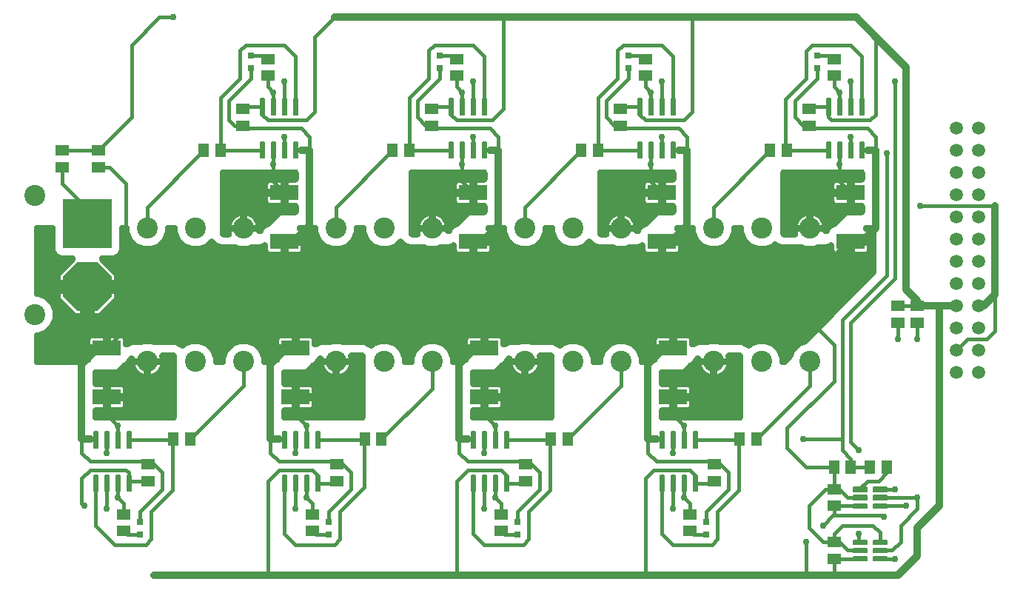
<source format=gbr>
G04 EAGLE Gerber RS-274X export*
G75*
%MOMM*%
%FSLAX34Y34*%
%LPD*%
%INTop Copper*%
%IPPOS*%
%AMOC8*
5,1,8,0,0,1.08239X$1,22.5*%
G01*
%ADD10R,1.500000X1.300000*%
%ADD11R,0.800000X0.800000*%
%ADD12R,1.300000X1.500000*%
%ADD13R,3.200000X1.800000*%
%ADD14C,2.400000*%
%ADD15C,0.150000*%
%ADD16C,0.147500*%
%ADD17C,1.508000*%
%ADD18R,5.616000X5.616000*%
%ADD19P,6.078702X8X112.500000*%
%ADD20C,0.406400*%
%ADD21C,0.756400*%
%ADD22C,0.812800*%

G36*
X81846Y262641D02*
X81846Y262641D01*
X81906Y262639D01*
X82130Y262661D01*
X82354Y262677D01*
X82413Y262689D01*
X82473Y262695D01*
X82691Y262749D01*
X82911Y262796D01*
X82968Y262816D01*
X83026Y262831D01*
X83235Y262914D01*
X83446Y262992D01*
X83500Y263020D01*
X83556Y263043D01*
X83750Y263154D01*
X83949Y263260D01*
X83997Y263296D01*
X84050Y263326D01*
X84141Y263401D01*
X84409Y263597D01*
X84570Y263754D01*
X84659Y263827D01*
X85168Y264337D01*
X88046Y265529D01*
X88099Y265555D01*
X88155Y265575D01*
X88354Y265682D01*
X88556Y265783D01*
X88605Y265816D01*
X88657Y265844D01*
X88839Y265978D01*
X89025Y266106D01*
X89069Y266146D01*
X89117Y266181D01*
X89278Y266339D01*
X89445Y266492D01*
X89482Y266538D01*
X89525Y266579D01*
X89663Y266758D01*
X89806Y266933D01*
X89837Y266983D01*
X89873Y267030D01*
X89985Y267226D01*
X90102Y267419D01*
X90126Y267473D01*
X90155Y267525D01*
X90238Y267735D01*
X90327Y267943D01*
X90343Y268000D01*
X90365Y268055D01*
X90418Y268274D01*
X90477Y268492D01*
X90484Y268551D01*
X90498Y268609D01*
X90520Y268834D01*
X90548Y269058D01*
X90548Y269117D01*
X90553Y269176D01*
X90543Y269401D01*
X90540Y269628D01*
X90531Y269686D01*
X90528Y269745D01*
X90487Y269967D01*
X90452Y270190D01*
X90435Y270247D01*
X90424Y270305D01*
X90352Y270520D01*
X90286Y270736D01*
X90261Y270789D01*
X90242Y270845D01*
X90187Y270948D01*
X90045Y271252D01*
X89924Y271439D01*
X89870Y271540D01*
X89698Y271797D01*
X89507Y272259D01*
X89409Y272750D01*
X89409Y277501D01*
X107514Y277501D01*
X107743Y277517D01*
X107973Y277527D01*
X108027Y277537D01*
X108082Y277541D01*
X108307Y277589D01*
X108534Y277631D01*
X108586Y277648D01*
X108639Y277660D01*
X108856Y277739D01*
X109074Y277812D01*
X109123Y277837D01*
X109174Y277856D01*
X109378Y277964D01*
X109583Y278067D01*
X109628Y278098D01*
X109677Y278124D01*
X109862Y278260D01*
X110052Y278391D01*
X110093Y278428D01*
X110137Y278461D01*
X110302Y278621D01*
X110471Y278777D01*
X110506Y278820D01*
X110545Y278858D01*
X110686Y279040D01*
X110796Y279175D01*
X110924Y279263D01*
X110965Y279301D01*
X111009Y279333D01*
X111174Y279493D01*
X111343Y279650D01*
X111378Y279692D01*
X111417Y279730D01*
X111558Y279912D01*
X111704Y280091D01*
X111732Y280138D01*
X111766Y280181D01*
X111880Y280381D01*
X111999Y280578D01*
X112021Y280628D01*
X112048Y280676D01*
X112133Y280891D01*
X112224Y281102D01*
X112238Y281154D01*
X112258Y281206D01*
X112313Y281430D01*
X112373Y281651D01*
X112377Y281696D01*
X112393Y281759D01*
X112448Y282327D01*
X112445Y282392D01*
X112449Y282436D01*
X112449Y293541D01*
X124200Y293541D01*
X124691Y293443D01*
X125153Y293252D01*
X125570Y292973D01*
X125923Y292620D01*
X126202Y292203D01*
X126393Y291741D01*
X126491Y291250D01*
X126491Y286857D01*
X126503Y286684D01*
X126505Y286512D01*
X126523Y286401D01*
X126531Y286289D01*
X126567Y286119D01*
X126593Y285949D01*
X126626Y285841D01*
X126650Y285731D01*
X126709Y285569D01*
X126759Y285404D01*
X126807Y285302D01*
X126846Y285196D01*
X126927Y285044D01*
X127000Y284887D01*
X127061Y284793D01*
X127114Y284694D01*
X127216Y284555D01*
X127310Y284410D01*
X127384Y284325D01*
X127451Y284234D01*
X127571Y284110D01*
X127685Y283980D01*
X127770Y283906D01*
X127848Y283826D01*
X127985Y283720D01*
X128115Y283607D01*
X128210Y283546D01*
X128299Y283477D01*
X128449Y283391D01*
X128594Y283298D01*
X128696Y283251D01*
X128794Y283195D01*
X128955Y283131D01*
X129111Y283059D01*
X129219Y283026D01*
X129323Y282985D01*
X129491Y282944D01*
X129657Y282894D01*
X129768Y282877D01*
X129877Y282850D01*
X130049Y282834D01*
X130220Y282807D01*
X130332Y282806D01*
X130444Y282795D01*
X130617Y282803D01*
X130790Y282801D01*
X130901Y282815D01*
X131014Y282820D01*
X131183Y282851D01*
X131355Y282873D01*
X131437Y282898D01*
X131574Y282924D01*
X132096Y283099D01*
X132109Y283103D01*
X137275Y285243D01*
X145909Y285243D01*
X146027Y285251D01*
X146145Y285250D01*
X146310Y285271D01*
X146477Y285283D01*
X146593Y285307D01*
X146710Y285322D01*
X146819Y285356D01*
X147035Y285402D01*
X147353Y285518D01*
X147464Y285552D01*
X150546Y286829D01*
X158554Y286829D01*
X161636Y285552D01*
X161748Y285515D01*
X161856Y285468D01*
X162018Y285424D01*
X162177Y285371D01*
X162293Y285350D01*
X162406Y285319D01*
X162520Y285308D01*
X162737Y285268D01*
X163075Y285254D01*
X163191Y285243D01*
X186575Y285243D01*
X191057Y283386D01*
X191540Y282903D01*
X191714Y282752D01*
X191884Y282596D01*
X191929Y282565D01*
X191970Y282529D01*
X192163Y282404D01*
X192353Y282274D01*
X192402Y282249D01*
X192449Y282219D01*
X192657Y282123D01*
X192863Y282020D01*
X192916Y282003D01*
X192965Y281980D01*
X193186Y281913D01*
X193404Y281840D01*
X193458Y281830D01*
X193511Y281814D01*
X193738Y281779D01*
X193965Y281738D01*
X194020Y281735D01*
X194074Y281727D01*
X194303Y281724D01*
X194534Y281715D01*
X194589Y281720D01*
X194643Y281719D01*
X194872Y281748D01*
X195101Y281771D01*
X195154Y281784D01*
X195209Y281791D01*
X195431Y281852D01*
X195654Y281907D01*
X195705Y281927D01*
X195758Y281942D01*
X195969Y282033D01*
X196183Y282119D01*
X196231Y282146D01*
X196281Y282168D01*
X196478Y282288D01*
X196678Y282402D01*
X196712Y282430D01*
X196768Y282464D01*
X197208Y282826D01*
X197252Y282875D01*
X197287Y282903D01*
X198148Y283764D01*
X205546Y286829D01*
X213554Y286829D01*
X220952Y283764D01*
X226614Y278102D01*
X229679Y270704D01*
X229679Y266700D01*
X229695Y266471D01*
X229705Y266240D01*
X229715Y266186D01*
X229719Y266132D01*
X229767Y265906D01*
X229809Y265680D01*
X229826Y265628D01*
X229838Y265574D01*
X229917Y265358D01*
X229990Y265140D01*
X230015Y265091D01*
X230034Y265039D01*
X230142Y264836D01*
X230245Y264631D01*
X230276Y264585D01*
X230302Y264537D01*
X230438Y264351D01*
X230569Y264162D01*
X230606Y264121D01*
X230639Y264077D01*
X230799Y263912D01*
X230955Y263743D01*
X230998Y263708D01*
X231036Y263669D01*
X231218Y263528D01*
X231396Y263382D01*
X231444Y263354D01*
X231487Y263320D01*
X231687Y263206D01*
X231884Y263087D01*
X231934Y263065D01*
X231982Y263038D01*
X232196Y262953D01*
X232407Y262862D01*
X232460Y262848D01*
X232511Y262828D01*
X232736Y262773D01*
X232957Y262713D01*
X233001Y262709D01*
X233065Y262694D01*
X233632Y262638D01*
X233698Y262641D01*
X233742Y262637D01*
X240358Y262637D01*
X240587Y262653D01*
X240818Y262663D01*
X240872Y262673D01*
X240926Y262677D01*
X241152Y262725D01*
X241378Y262767D01*
X241430Y262784D01*
X241484Y262796D01*
X241700Y262875D01*
X241918Y262948D01*
X241967Y262973D01*
X242019Y262992D01*
X242222Y263100D01*
X242427Y263203D01*
X242473Y263234D01*
X242521Y263260D01*
X242707Y263396D01*
X242896Y263527D01*
X242937Y263564D01*
X242981Y263597D01*
X243146Y263757D01*
X243315Y263913D01*
X243350Y263956D01*
X243389Y263994D01*
X243530Y264176D01*
X243676Y264354D01*
X243704Y264402D01*
X243738Y264445D01*
X243852Y264645D01*
X243971Y264842D01*
X243993Y264892D01*
X244020Y264940D01*
X244105Y265154D01*
X244196Y265365D01*
X244210Y265418D01*
X244230Y265469D01*
X244285Y265694D01*
X244345Y265915D01*
X244349Y265959D01*
X244365Y266023D01*
X244420Y266590D01*
X244417Y266656D01*
X244421Y266700D01*
X244421Y270704D01*
X247486Y278102D01*
X253148Y283764D01*
X260546Y286829D01*
X268554Y286829D01*
X275952Y283764D01*
X281614Y278102D01*
X284679Y270704D01*
X284679Y266700D01*
X284695Y266471D01*
X284705Y266240D01*
X284715Y266186D01*
X284719Y266132D01*
X284767Y265906D01*
X284809Y265680D01*
X284826Y265628D01*
X284838Y265574D01*
X284917Y265358D01*
X284990Y265140D01*
X285015Y265091D01*
X285034Y265039D01*
X285142Y264836D01*
X285245Y264631D01*
X285276Y264585D01*
X285302Y264537D01*
X285438Y264351D01*
X285569Y264162D01*
X285606Y264121D01*
X285639Y264077D01*
X285799Y263912D01*
X285955Y263743D01*
X285998Y263708D01*
X286036Y263669D01*
X286218Y263528D01*
X286396Y263382D01*
X286444Y263354D01*
X286487Y263320D01*
X286687Y263206D01*
X286884Y263087D01*
X286934Y263065D01*
X286982Y263038D01*
X287196Y262953D01*
X287407Y262862D01*
X287460Y262848D01*
X287511Y262828D01*
X287736Y262773D01*
X287957Y262713D01*
X288001Y262709D01*
X288065Y262694D01*
X288632Y262638D01*
X288698Y262641D01*
X288742Y262637D01*
X297686Y262637D01*
X297746Y262641D01*
X297806Y262639D01*
X298030Y262661D01*
X298254Y262677D01*
X298313Y262689D01*
X298373Y262695D01*
X298591Y262749D01*
X298811Y262796D01*
X298868Y262816D01*
X298926Y262831D01*
X299135Y262914D01*
X299346Y262992D01*
X299400Y263020D01*
X299456Y263043D01*
X299650Y263154D01*
X299849Y263260D01*
X299897Y263296D01*
X299950Y263326D01*
X300041Y263401D01*
X300309Y263597D01*
X300470Y263754D01*
X300559Y263827D01*
X301068Y264337D01*
X303946Y265529D01*
X303999Y265555D01*
X304055Y265575D01*
X304254Y265682D01*
X304456Y265783D01*
X304505Y265816D01*
X304557Y265844D01*
X304739Y265978D01*
X304925Y266106D01*
X304969Y266146D01*
X305017Y266181D01*
X305178Y266339D01*
X305345Y266492D01*
X305382Y266538D01*
X305425Y266579D01*
X305563Y266758D01*
X305706Y266933D01*
X305737Y266983D01*
X305773Y267030D01*
X305885Y267226D01*
X306002Y267419D01*
X306026Y267473D01*
X306055Y267525D01*
X306138Y267735D01*
X306227Y267943D01*
X306243Y268000D01*
X306265Y268055D01*
X306318Y268274D01*
X306377Y268492D01*
X306384Y268551D01*
X306398Y268609D01*
X306420Y268834D01*
X306448Y269058D01*
X306448Y269117D01*
X306453Y269176D01*
X306443Y269401D01*
X306440Y269628D01*
X306431Y269686D01*
X306428Y269745D01*
X306387Y269967D01*
X306352Y270190D01*
X306335Y270247D01*
X306324Y270305D01*
X306252Y270520D01*
X306186Y270736D01*
X306161Y270789D01*
X306142Y270845D01*
X306087Y270948D01*
X305945Y271252D01*
X305824Y271439D01*
X305770Y271540D01*
X305598Y271797D01*
X305407Y272259D01*
X305309Y272750D01*
X305309Y277501D01*
X323414Y277501D01*
X323643Y277517D01*
X323873Y277527D01*
X323927Y277537D01*
X323982Y277541D01*
X324207Y277589D01*
X324434Y277631D01*
X324486Y277648D01*
X324539Y277660D01*
X324756Y277739D01*
X324974Y277812D01*
X325023Y277837D01*
X325074Y277856D01*
X325278Y277964D01*
X325483Y278067D01*
X325528Y278098D01*
X325577Y278124D01*
X325762Y278260D01*
X325952Y278391D01*
X325993Y278428D01*
X326037Y278461D01*
X326202Y278621D01*
X326371Y278777D01*
X326406Y278820D01*
X326445Y278858D01*
X326586Y279040D01*
X326696Y279175D01*
X326824Y279263D01*
X326865Y279301D01*
X326909Y279333D01*
X327074Y279493D01*
X327243Y279650D01*
X327278Y279692D01*
X327317Y279730D01*
X327458Y279912D01*
X327604Y280091D01*
X327632Y280138D01*
X327666Y280181D01*
X327780Y280381D01*
X327899Y280578D01*
X327921Y280628D01*
X327948Y280676D01*
X328033Y280891D01*
X328124Y281102D01*
X328138Y281154D01*
X328158Y281206D01*
X328213Y281430D01*
X328273Y281651D01*
X328277Y281696D01*
X328293Y281759D01*
X328348Y282327D01*
X328345Y282392D01*
X328349Y282436D01*
X328349Y293541D01*
X340100Y293541D01*
X340591Y293443D01*
X341053Y293252D01*
X341470Y292973D01*
X341823Y292620D01*
X342102Y292203D01*
X342293Y291741D01*
X342391Y291250D01*
X342391Y286857D01*
X342403Y286684D01*
X342405Y286512D01*
X342423Y286401D01*
X342431Y286289D01*
X342467Y286119D01*
X342493Y285949D01*
X342526Y285841D01*
X342550Y285731D01*
X342609Y285569D01*
X342659Y285404D01*
X342707Y285302D01*
X342746Y285196D01*
X342827Y285044D01*
X342900Y284887D01*
X342961Y284793D01*
X343014Y284694D01*
X343116Y284555D01*
X343210Y284410D01*
X343284Y284325D01*
X343351Y284234D01*
X343471Y284110D01*
X343585Y283980D01*
X343670Y283906D01*
X343748Y283826D01*
X343885Y283720D01*
X344015Y283607D01*
X344110Y283546D01*
X344199Y283477D01*
X344349Y283391D01*
X344494Y283298D01*
X344596Y283251D01*
X344694Y283195D01*
X344855Y283131D01*
X345011Y283059D01*
X345119Y283026D01*
X345223Y282985D01*
X345391Y282944D01*
X345557Y282894D01*
X345668Y282877D01*
X345777Y282850D01*
X345949Y282834D01*
X346120Y282807D01*
X346232Y282806D01*
X346344Y282795D01*
X346517Y282803D01*
X346690Y282801D01*
X346801Y282815D01*
X346914Y282820D01*
X347083Y282851D01*
X347255Y282873D01*
X347337Y282898D01*
X347474Y282924D01*
X347996Y283099D01*
X348009Y283103D01*
X353175Y285243D01*
X361809Y285243D01*
X361927Y285251D01*
X362045Y285250D01*
X362210Y285271D01*
X362377Y285283D01*
X362493Y285307D01*
X362610Y285322D01*
X362719Y285356D01*
X362935Y285402D01*
X363253Y285518D01*
X363364Y285552D01*
X366446Y286829D01*
X374454Y286829D01*
X377536Y285552D01*
X377648Y285515D01*
X377756Y285468D01*
X377918Y285424D01*
X378077Y285371D01*
X378193Y285350D01*
X378306Y285319D01*
X378420Y285308D01*
X378637Y285268D01*
X378975Y285254D01*
X379091Y285243D01*
X402475Y285243D01*
X406957Y283386D01*
X407440Y282903D01*
X407614Y282752D01*
X407784Y282596D01*
X407829Y282565D01*
X407870Y282529D01*
X408063Y282404D01*
X408253Y282274D01*
X408303Y282249D01*
X408349Y282219D01*
X408558Y282122D01*
X408764Y282020D01*
X408816Y282003D01*
X408865Y281980D01*
X409086Y281913D01*
X409304Y281840D01*
X409358Y281830D01*
X409411Y281814D01*
X409638Y281779D01*
X409865Y281738D01*
X409920Y281735D01*
X409974Y281727D01*
X410203Y281724D01*
X410434Y281715D01*
X410489Y281720D01*
X410544Y281719D01*
X410772Y281748D01*
X411001Y281771D01*
X411054Y281784D01*
X411109Y281791D01*
X411332Y281852D01*
X411554Y281907D01*
X411605Y281927D01*
X411658Y281942D01*
X411870Y282033D01*
X412083Y282119D01*
X412131Y282146D01*
X412181Y282168D01*
X412378Y282288D01*
X412578Y282402D01*
X412612Y282430D01*
X412668Y282464D01*
X413108Y282826D01*
X413152Y282875D01*
X413187Y282903D01*
X414048Y283764D01*
X421446Y286829D01*
X429454Y286829D01*
X436852Y283764D01*
X442514Y278102D01*
X445579Y270704D01*
X445579Y266700D01*
X445595Y266471D01*
X445605Y266240D01*
X445615Y266186D01*
X445619Y266132D01*
X445667Y265906D01*
X445709Y265680D01*
X445726Y265628D01*
X445738Y265574D01*
X445817Y265358D01*
X445890Y265140D01*
X445915Y265091D01*
X445934Y265039D01*
X446042Y264836D01*
X446145Y264631D01*
X446176Y264585D01*
X446202Y264537D01*
X446338Y264351D01*
X446469Y264162D01*
X446506Y264121D01*
X446539Y264077D01*
X446699Y263912D01*
X446855Y263743D01*
X446898Y263708D01*
X446936Y263669D01*
X447118Y263528D01*
X447296Y263382D01*
X447344Y263354D01*
X447387Y263320D01*
X447587Y263206D01*
X447784Y263087D01*
X447834Y263065D01*
X447882Y263038D01*
X448096Y262953D01*
X448307Y262862D01*
X448360Y262848D01*
X448411Y262828D01*
X448636Y262773D01*
X448857Y262713D01*
X448901Y262709D01*
X448965Y262694D01*
X449532Y262638D01*
X449598Y262641D01*
X449642Y262637D01*
X456258Y262637D01*
X456487Y262653D01*
X456718Y262663D01*
X456772Y262673D01*
X456826Y262677D01*
X457052Y262725D01*
X457278Y262767D01*
X457330Y262784D01*
X457384Y262796D01*
X457600Y262875D01*
X457818Y262948D01*
X457867Y262973D01*
X457919Y262992D01*
X458122Y263100D01*
X458327Y263203D01*
X458373Y263234D01*
X458421Y263260D01*
X458607Y263396D01*
X458796Y263527D01*
X458837Y263564D01*
X458881Y263597D01*
X459046Y263757D01*
X459215Y263913D01*
X459250Y263956D01*
X459289Y263994D01*
X459430Y264176D01*
X459576Y264354D01*
X459604Y264402D01*
X459638Y264445D01*
X459752Y264645D01*
X459871Y264842D01*
X459893Y264892D01*
X459920Y264940D01*
X460005Y265154D01*
X460096Y265365D01*
X460110Y265418D01*
X460130Y265469D01*
X460185Y265694D01*
X460245Y265915D01*
X460249Y265959D01*
X460265Y266023D01*
X460320Y266590D01*
X460317Y266656D01*
X460321Y266700D01*
X460321Y270704D01*
X463386Y278102D01*
X469048Y283764D01*
X476446Y286829D01*
X484454Y286829D01*
X491852Y283764D01*
X497514Y278102D01*
X500579Y270704D01*
X500579Y266700D01*
X500595Y266471D01*
X500605Y266240D01*
X500615Y266186D01*
X500619Y266132D01*
X500667Y265906D01*
X500709Y265680D01*
X500726Y265628D01*
X500738Y265574D01*
X500817Y265358D01*
X500890Y265140D01*
X500915Y265091D01*
X500934Y265039D01*
X501042Y264836D01*
X501145Y264631D01*
X501176Y264585D01*
X501202Y264537D01*
X501338Y264351D01*
X501469Y264162D01*
X501506Y264121D01*
X501539Y264077D01*
X501699Y263912D01*
X501855Y263743D01*
X501898Y263708D01*
X501936Y263669D01*
X502118Y263528D01*
X502296Y263382D01*
X502344Y263354D01*
X502387Y263320D01*
X502587Y263206D01*
X502784Y263087D01*
X502834Y263065D01*
X502882Y263038D01*
X503096Y262953D01*
X503307Y262862D01*
X503360Y262848D01*
X503411Y262828D01*
X503636Y262773D01*
X503857Y262713D01*
X503901Y262709D01*
X503965Y262694D01*
X504532Y262638D01*
X504598Y262641D01*
X504642Y262637D01*
X513586Y262637D01*
X513646Y262641D01*
X513706Y262639D01*
X513930Y262661D01*
X514154Y262677D01*
X514213Y262689D01*
X514273Y262695D01*
X514491Y262749D01*
X514711Y262796D01*
X514768Y262816D01*
X514826Y262831D01*
X515035Y262914D01*
X515246Y262992D01*
X515300Y263020D01*
X515356Y263043D01*
X515550Y263154D01*
X515749Y263260D01*
X515797Y263296D01*
X515850Y263326D01*
X515941Y263401D01*
X516209Y263597D01*
X516370Y263754D01*
X516459Y263827D01*
X516968Y264337D01*
X519846Y265529D01*
X519899Y265555D01*
X519955Y265575D01*
X520154Y265682D01*
X520356Y265783D01*
X520405Y265816D01*
X520457Y265844D01*
X520639Y265978D01*
X520825Y266106D01*
X520869Y266146D01*
X520917Y266181D01*
X521078Y266339D01*
X521245Y266492D01*
X521282Y266538D01*
X521325Y266579D01*
X521463Y266758D01*
X521606Y266933D01*
X521637Y266983D01*
X521673Y267030D01*
X521785Y267226D01*
X521902Y267419D01*
X521926Y267473D01*
X521955Y267525D01*
X522038Y267735D01*
X522127Y267943D01*
X522143Y268000D01*
X522165Y268055D01*
X522218Y268274D01*
X522277Y268492D01*
X522284Y268551D01*
X522298Y268609D01*
X522320Y268834D01*
X522348Y269058D01*
X522348Y269117D01*
X522353Y269176D01*
X522343Y269401D01*
X522340Y269628D01*
X522331Y269686D01*
X522328Y269745D01*
X522287Y269967D01*
X522252Y270190D01*
X522235Y270247D01*
X522224Y270305D01*
X522152Y270520D01*
X522086Y270736D01*
X522061Y270789D01*
X522042Y270845D01*
X521987Y270948D01*
X521845Y271252D01*
X521724Y271439D01*
X521670Y271540D01*
X521498Y271797D01*
X521307Y272259D01*
X521209Y272750D01*
X521209Y277501D01*
X539314Y277501D01*
X539543Y277517D01*
X539773Y277527D01*
X539827Y277537D01*
X539882Y277541D01*
X540107Y277589D01*
X540334Y277631D01*
X540386Y277648D01*
X540439Y277660D01*
X540656Y277739D01*
X540874Y277812D01*
X540923Y277837D01*
X540974Y277856D01*
X541178Y277964D01*
X541383Y278067D01*
X541428Y278098D01*
X541477Y278124D01*
X541662Y278260D01*
X541852Y278391D01*
X541893Y278428D01*
X541937Y278461D01*
X542102Y278621D01*
X542271Y278777D01*
X542306Y278820D01*
X542345Y278858D01*
X542486Y279040D01*
X542596Y279175D01*
X542724Y279263D01*
X542765Y279301D01*
X542809Y279333D01*
X542974Y279493D01*
X543143Y279650D01*
X543178Y279692D01*
X543217Y279730D01*
X543358Y279912D01*
X543504Y280091D01*
X543532Y280138D01*
X543566Y280181D01*
X543680Y280381D01*
X543799Y280578D01*
X543821Y280628D01*
X543848Y280676D01*
X543933Y280891D01*
X544024Y281102D01*
X544038Y281154D01*
X544058Y281206D01*
X544113Y281430D01*
X544173Y281651D01*
X544177Y281696D01*
X544193Y281759D01*
X544248Y282327D01*
X544245Y282392D01*
X544249Y282436D01*
X544249Y293541D01*
X556000Y293541D01*
X556491Y293443D01*
X556953Y293252D01*
X557370Y292973D01*
X557723Y292620D01*
X558002Y292203D01*
X558193Y291741D01*
X558291Y291250D01*
X558291Y286857D01*
X558303Y286684D01*
X558305Y286512D01*
X558323Y286401D01*
X558331Y286289D01*
X558367Y286119D01*
X558393Y285949D01*
X558426Y285841D01*
X558450Y285731D01*
X558509Y285569D01*
X558559Y285404D01*
X558607Y285302D01*
X558646Y285196D01*
X558727Y285044D01*
X558800Y284887D01*
X558861Y284793D01*
X558914Y284694D01*
X559016Y284555D01*
X559110Y284410D01*
X559184Y284325D01*
X559251Y284234D01*
X559371Y284110D01*
X559485Y283980D01*
X559570Y283906D01*
X559648Y283826D01*
X559785Y283720D01*
X559915Y283607D01*
X560010Y283546D01*
X560099Y283477D01*
X560249Y283391D01*
X560394Y283298D01*
X560496Y283251D01*
X560594Y283195D01*
X560755Y283131D01*
X560911Y283059D01*
X561019Y283026D01*
X561123Y282985D01*
X561291Y282944D01*
X561457Y282894D01*
X561568Y282877D01*
X561677Y282850D01*
X561849Y282834D01*
X562020Y282807D01*
X562132Y282806D01*
X562244Y282795D01*
X562417Y282803D01*
X562590Y282801D01*
X562701Y282815D01*
X562814Y282820D01*
X562983Y282851D01*
X563155Y282873D01*
X563237Y282898D01*
X563374Y282924D01*
X563896Y283099D01*
X563909Y283103D01*
X569075Y285243D01*
X577709Y285243D01*
X577827Y285251D01*
X577945Y285250D01*
X578110Y285271D01*
X578277Y285283D01*
X578393Y285307D01*
X578510Y285322D01*
X578619Y285356D01*
X578835Y285402D01*
X579153Y285518D01*
X579264Y285552D01*
X582346Y286829D01*
X590354Y286829D01*
X593436Y285552D01*
X593548Y285515D01*
X593656Y285468D01*
X593818Y285424D01*
X593977Y285371D01*
X594093Y285350D01*
X594206Y285319D01*
X594320Y285308D01*
X594537Y285268D01*
X594875Y285254D01*
X594991Y285243D01*
X618375Y285243D01*
X622857Y283386D01*
X623340Y282903D01*
X623514Y282752D01*
X623684Y282596D01*
X623729Y282565D01*
X623770Y282529D01*
X623963Y282404D01*
X624153Y282274D01*
X624203Y282249D01*
X624249Y282219D01*
X624458Y282122D01*
X624664Y282020D01*
X624716Y282003D01*
X624765Y281980D01*
X624986Y281913D01*
X625204Y281840D01*
X625258Y281830D01*
X625311Y281814D01*
X625538Y281779D01*
X625765Y281738D01*
X625820Y281735D01*
X625874Y281727D01*
X626103Y281724D01*
X626334Y281715D01*
X626389Y281720D01*
X626444Y281719D01*
X626672Y281748D01*
X626901Y281771D01*
X626954Y281784D01*
X627009Y281791D01*
X627232Y281852D01*
X627454Y281907D01*
X627505Y281927D01*
X627558Y281942D01*
X627770Y282033D01*
X627983Y282119D01*
X628031Y282146D01*
X628081Y282168D01*
X628278Y282288D01*
X628478Y282402D01*
X628512Y282430D01*
X628568Y282464D01*
X629008Y282826D01*
X629052Y282875D01*
X629087Y282903D01*
X629948Y283764D01*
X637346Y286829D01*
X645354Y286829D01*
X652752Y283764D01*
X658414Y278102D01*
X661479Y270704D01*
X661479Y266700D01*
X661495Y266471D01*
X661505Y266240D01*
X661515Y266186D01*
X661519Y266132D01*
X661567Y265906D01*
X661609Y265680D01*
X661626Y265628D01*
X661638Y265574D01*
X661717Y265358D01*
X661790Y265140D01*
X661815Y265091D01*
X661834Y265039D01*
X661942Y264836D01*
X662045Y264631D01*
X662076Y264585D01*
X662102Y264537D01*
X662238Y264351D01*
X662369Y264162D01*
X662406Y264121D01*
X662439Y264077D01*
X662599Y263912D01*
X662755Y263743D01*
X662798Y263708D01*
X662836Y263669D01*
X663018Y263528D01*
X663196Y263382D01*
X663244Y263354D01*
X663287Y263320D01*
X663487Y263206D01*
X663684Y263087D01*
X663734Y263065D01*
X663782Y263038D01*
X663996Y262953D01*
X664207Y262862D01*
X664260Y262848D01*
X664311Y262828D01*
X664536Y262773D01*
X664757Y262713D01*
X664801Y262709D01*
X664865Y262694D01*
X665432Y262638D01*
X665498Y262641D01*
X665542Y262637D01*
X672158Y262637D01*
X672387Y262653D01*
X672618Y262663D01*
X672672Y262673D01*
X672726Y262677D01*
X672952Y262725D01*
X673178Y262767D01*
X673230Y262784D01*
X673284Y262796D01*
X673500Y262875D01*
X673718Y262948D01*
X673767Y262973D01*
X673819Y262992D01*
X674022Y263100D01*
X674227Y263203D01*
X674273Y263234D01*
X674321Y263260D01*
X674507Y263396D01*
X674696Y263527D01*
X674737Y263564D01*
X674781Y263597D01*
X674946Y263757D01*
X675115Y263913D01*
X675150Y263956D01*
X675189Y263994D01*
X675330Y264176D01*
X675476Y264354D01*
X675504Y264402D01*
X675538Y264445D01*
X675652Y264645D01*
X675771Y264842D01*
X675793Y264892D01*
X675820Y264940D01*
X675905Y265154D01*
X675996Y265365D01*
X676010Y265418D01*
X676030Y265469D01*
X676085Y265694D01*
X676145Y265915D01*
X676149Y265959D01*
X676165Y266023D01*
X676220Y266590D01*
X676217Y266656D01*
X676221Y266700D01*
X676221Y270704D01*
X679286Y278102D01*
X684948Y283764D01*
X692346Y286829D01*
X700354Y286829D01*
X707752Y283764D01*
X713414Y278102D01*
X716479Y270704D01*
X716479Y266700D01*
X716495Y266471D01*
X716505Y266240D01*
X716515Y266186D01*
X716519Y266132D01*
X716567Y265906D01*
X716609Y265680D01*
X716626Y265628D01*
X716638Y265574D01*
X716717Y265358D01*
X716790Y265140D01*
X716815Y265091D01*
X716834Y265039D01*
X716942Y264836D01*
X717045Y264631D01*
X717076Y264585D01*
X717102Y264537D01*
X717238Y264351D01*
X717369Y264162D01*
X717406Y264121D01*
X717439Y264077D01*
X717599Y263912D01*
X717755Y263743D01*
X717798Y263708D01*
X717836Y263669D01*
X718018Y263528D01*
X718196Y263382D01*
X718244Y263354D01*
X718287Y263320D01*
X718487Y263206D01*
X718684Y263087D01*
X718734Y263065D01*
X718782Y263038D01*
X718996Y262953D01*
X719207Y262862D01*
X719260Y262848D01*
X719311Y262828D01*
X719536Y262773D01*
X719757Y262713D01*
X719801Y262709D01*
X719865Y262694D01*
X720432Y262638D01*
X720498Y262641D01*
X720542Y262637D01*
X729486Y262637D01*
X729546Y262641D01*
X729606Y262639D01*
X729830Y262661D01*
X730054Y262677D01*
X730113Y262689D01*
X730173Y262695D01*
X730391Y262749D01*
X730611Y262796D01*
X730668Y262816D01*
X730726Y262831D01*
X730935Y262914D01*
X731146Y262992D01*
X731200Y263020D01*
X731256Y263043D01*
X731450Y263154D01*
X731649Y263260D01*
X731697Y263296D01*
X731750Y263326D01*
X731841Y263401D01*
X732109Y263597D01*
X732270Y263754D01*
X732359Y263827D01*
X732868Y264337D01*
X735746Y265529D01*
X735799Y265555D01*
X735855Y265575D01*
X736054Y265682D01*
X736256Y265783D01*
X736305Y265816D01*
X736357Y265844D01*
X736539Y265978D01*
X736725Y266106D01*
X736769Y266146D01*
X736817Y266181D01*
X736978Y266339D01*
X737145Y266492D01*
X737182Y266538D01*
X737225Y266579D01*
X737363Y266758D01*
X737506Y266933D01*
X737537Y266983D01*
X737573Y267030D01*
X737685Y267226D01*
X737802Y267419D01*
X737826Y267473D01*
X737855Y267525D01*
X737938Y267735D01*
X738027Y267943D01*
X738043Y268000D01*
X738065Y268055D01*
X738118Y268274D01*
X738177Y268492D01*
X738184Y268551D01*
X738198Y268609D01*
X738220Y268834D01*
X738248Y269058D01*
X738248Y269117D01*
X738253Y269176D01*
X738243Y269401D01*
X738240Y269628D01*
X738231Y269686D01*
X738228Y269745D01*
X738187Y269967D01*
X738152Y270190D01*
X738135Y270247D01*
X738124Y270305D01*
X738052Y270520D01*
X737986Y270736D01*
X737961Y270789D01*
X737942Y270845D01*
X737887Y270948D01*
X737745Y271252D01*
X737624Y271439D01*
X737570Y271540D01*
X737398Y271797D01*
X737207Y272259D01*
X737109Y272750D01*
X737109Y277501D01*
X755214Y277501D01*
X755443Y277517D01*
X755673Y277527D01*
X755727Y277537D01*
X755782Y277541D01*
X756007Y277589D01*
X756234Y277631D01*
X756286Y277648D01*
X756339Y277660D01*
X756556Y277739D01*
X756774Y277812D01*
X756823Y277837D01*
X756874Y277856D01*
X757078Y277964D01*
X757283Y278067D01*
X757328Y278098D01*
X757377Y278124D01*
X757562Y278260D01*
X757752Y278391D01*
X757793Y278428D01*
X757837Y278461D01*
X758002Y278621D01*
X758171Y278777D01*
X758206Y278820D01*
X758245Y278858D01*
X758386Y279040D01*
X758496Y279175D01*
X758624Y279263D01*
X758665Y279301D01*
X758709Y279333D01*
X758874Y279493D01*
X759043Y279650D01*
X759078Y279692D01*
X759117Y279730D01*
X759258Y279912D01*
X759404Y280091D01*
X759432Y280138D01*
X759466Y280181D01*
X759580Y280381D01*
X759699Y280578D01*
X759721Y280628D01*
X759748Y280676D01*
X759833Y280891D01*
X759924Y281102D01*
X759938Y281154D01*
X759958Y281206D01*
X760013Y281430D01*
X760073Y281651D01*
X760077Y281696D01*
X760093Y281759D01*
X760148Y282327D01*
X760145Y282392D01*
X760149Y282436D01*
X760149Y293541D01*
X771900Y293541D01*
X772391Y293443D01*
X772853Y293252D01*
X773270Y292973D01*
X773623Y292620D01*
X773902Y292203D01*
X774093Y291741D01*
X774191Y291250D01*
X774191Y286857D01*
X774203Y286684D01*
X774205Y286512D01*
X774223Y286401D01*
X774231Y286289D01*
X774267Y286119D01*
X774293Y285949D01*
X774326Y285841D01*
X774350Y285731D01*
X774409Y285569D01*
X774459Y285404D01*
X774507Y285302D01*
X774546Y285196D01*
X774627Y285044D01*
X774700Y284887D01*
X774761Y284793D01*
X774814Y284694D01*
X774916Y284555D01*
X775010Y284410D01*
X775084Y284325D01*
X775151Y284234D01*
X775271Y284110D01*
X775385Y283980D01*
X775470Y283906D01*
X775548Y283826D01*
X775685Y283720D01*
X775815Y283607D01*
X775910Y283546D01*
X775999Y283477D01*
X776149Y283391D01*
X776294Y283298D01*
X776396Y283251D01*
X776494Y283195D01*
X776655Y283131D01*
X776811Y283059D01*
X776919Y283026D01*
X777023Y282985D01*
X777191Y282944D01*
X777357Y282894D01*
X777468Y282877D01*
X777577Y282850D01*
X777749Y282834D01*
X777920Y282807D01*
X778032Y282806D01*
X778144Y282795D01*
X778317Y282803D01*
X778490Y282801D01*
X778601Y282815D01*
X778714Y282820D01*
X778883Y282851D01*
X779055Y282873D01*
X779137Y282898D01*
X779274Y282924D01*
X779796Y283099D01*
X779809Y283103D01*
X784975Y285243D01*
X793609Y285243D01*
X793727Y285251D01*
X793845Y285250D01*
X794010Y285271D01*
X794177Y285283D01*
X794293Y285307D01*
X794410Y285322D01*
X794519Y285356D01*
X794735Y285402D01*
X795053Y285518D01*
X795164Y285552D01*
X798246Y286829D01*
X806254Y286829D01*
X809336Y285552D01*
X809448Y285515D01*
X809556Y285468D01*
X809718Y285424D01*
X809876Y285371D01*
X809993Y285350D01*
X810106Y285319D01*
X810220Y285308D01*
X810437Y285268D01*
X810775Y285254D01*
X810891Y285243D01*
X834275Y285243D01*
X838757Y283386D01*
X839240Y282903D01*
X839414Y282752D01*
X839584Y282596D01*
X839629Y282565D01*
X839670Y282529D01*
X839863Y282404D01*
X840053Y282274D01*
X840103Y282249D01*
X840149Y282219D01*
X840358Y282122D01*
X840564Y282020D01*
X840616Y282003D01*
X840665Y281980D01*
X840886Y281913D01*
X841104Y281840D01*
X841158Y281830D01*
X841211Y281814D01*
X841438Y281779D01*
X841665Y281738D01*
X841720Y281735D01*
X841774Y281727D01*
X842003Y281724D01*
X842234Y281715D01*
X842289Y281720D01*
X842344Y281719D01*
X842572Y281748D01*
X842801Y281771D01*
X842854Y281784D01*
X842909Y281791D01*
X843132Y281852D01*
X843354Y281907D01*
X843405Y281927D01*
X843458Y281942D01*
X843670Y282033D01*
X843883Y282119D01*
X843931Y282146D01*
X843981Y282168D01*
X844178Y282288D01*
X844378Y282402D01*
X844412Y282430D01*
X844468Y282464D01*
X844908Y282826D01*
X844952Y282875D01*
X844987Y282903D01*
X845848Y283764D01*
X853246Y286829D01*
X861254Y286829D01*
X868652Y283764D01*
X874314Y278102D01*
X877379Y270704D01*
X877379Y266700D01*
X877395Y266471D01*
X877405Y266240D01*
X877415Y266186D01*
X877419Y266132D01*
X877467Y265906D01*
X877509Y265680D01*
X877526Y265628D01*
X877538Y265574D01*
X877617Y265358D01*
X877690Y265140D01*
X877715Y265091D01*
X877734Y265039D01*
X877842Y264836D01*
X877945Y264631D01*
X877976Y264585D01*
X878002Y264537D01*
X878138Y264351D01*
X878269Y264162D01*
X878306Y264121D01*
X878339Y264077D01*
X878499Y263912D01*
X878655Y263743D01*
X878698Y263708D01*
X878736Y263669D01*
X878918Y263528D01*
X879096Y263382D01*
X879144Y263354D01*
X879187Y263320D01*
X879387Y263206D01*
X879584Y263087D01*
X879634Y263065D01*
X879682Y263038D01*
X879896Y262953D01*
X880107Y262862D01*
X880160Y262848D01*
X880211Y262828D01*
X880436Y262773D01*
X880657Y262713D01*
X880701Y262709D01*
X880765Y262694D01*
X881332Y262638D01*
X881398Y262641D01*
X881442Y262637D01*
X882650Y262637D01*
X882710Y262641D01*
X882771Y262639D01*
X882994Y262661D01*
X883218Y262677D01*
X883278Y262689D01*
X883338Y262695D01*
X883556Y262749D01*
X883776Y262796D01*
X883832Y262816D01*
X883891Y262831D01*
X884100Y262914D01*
X884311Y262992D01*
X884364Y263020D01*
X884420Y263043D01*
X884615Y263154D01*
X884813Y263260D01*
X884862Y263296D01*
X884914Y263326D01*
X885005Y263401D01*
X885273Y263597D01*
X885434Y263754D01*
X885523Y263827D01*
X891353Y269656D01*
X891430Y269745D01*
X891514Y269828D01*
X891617Y269960D01*
X891726Y270086D01*
X891790Y270185D01*
X891862Y270279D01*
X891916Y270380D01*
X892036Y270565D01*
X892178Y270871D01*
X892233Y270974D01*
X895186Y278102D01*
X900848Y283764D01*
X907976Y286717D01*
X908081Y286769D01*
X908191Y286813D01*
X908336Y286896D01*
X908485Y286971D01*
X908582Y287038D01*
X908685Y287097D01*
X908773Y287169D01*
X908955Y287294D01*
X909204Y287523D01*
X909294Y287597D01*
X939386Y317690D01*
X939464Y317779D01*
X939548Y317861D01*
X939650Y317993D01*
X939760Y318120D01*
X939824Y318219D01*
X939896Y318312D01*
X939950Y318413D01*
X940070Y318598D01*
X940212Y318905D01*
X940267Y319008D01*
X940711Y320081D01*
X944141Y323510D01*
X987123Y366493D01*
X987163Y366538D01*
X987207Y366579D01*
X987349Y366753D01*
X987497Y366923D01*
X987530Y366973D01*
X987568Y367020D01*
X987685Y367213D01*
X987807Y367401D01*
X987832Y367456D01*
X987863Y367507D01*
X987952Y367714D01*
X988047Y367918D01*
X988064Y367976D01*
X988088Y368031D01*
X988146Y368248D01*
X988212Y368463D01*
X988221Y368523D01*
X988237Y368581D01*
X988248Y368698D01*
X988299Y369026D01*
X988302Y369251D01*
X988313Y369366D01*
X988313Y419100D01*
X988297Y419329D01*
X988287Y419560D01*
X988277Y419614D01*
X988273Y419668D01*
X988225Y419894D01*
X988183Y420120D01*
X988166Y420172D01*
X988154Y420226D01*
X988075Y420442D01*
X988002Y420660D01*
X987977Y420709D01*
X987958Y420761D01*
X987850Y420964D01*
X987747Y421169D01*
X987716Y421215D01*
X987690Y421263D01*
X987554Y421449D01*
X987423Y421638D01*
X987386Y421679D01*
X987353Y421723D01*
X987193Y421888D01*
X987037Y422057D01*
X986994Y422092D01*
X986956Y422131D01*
X986774Y422272D01*
X986596Y422418D01*
X986548Y422446D01*
X986505Y422480D01*
X986305Y422594D01*
X986108Y422713D01*
X986058Y422735D01*
X986010Y422762D01*
X985796Y422847D01*
X985585Y422938D01*
X985532Y422952D01*
X985481Y422972D01*
X985256Y423027D01*
X985035Y423087D01*
X984991Y423091D01*
X984927Y423107D01*
X984360Y423162D01*
X984294Y423159D01*
X984250Y423163D01*
X976898Y423163D01*
X976840Y423159D01*
X976782Y423162D01*
X976556Y423139D01*
X976329Y423123D01*
X976273Y423111D01*
X976215Y423106D01*
X975994Y423052D01*
X975772Y423004D01*
X975718Y422984D01*
X975662Y422971D01*
X975451Y422887D01*
X975237Y422808D01*
X975186Y422781D01*
X975132Y422760D01*
X974935Y422647D01*
X974734Y422540D01*
X974688Y422506D01*
X974638Y422477D01*
X974458Y422338D01*
X974275Y422203D01*
X974233Y422163D01*
X974188Y422128D01*
X974029Y421965D01*
X973866Y421806D01*
X973831Y421760D01*
X973791Y421719D01*
X973657Y421535D01*
X973518Y421355D01*
X973489Y421305D01*
X973455Y421259D01*
X973348Y421058D01*
X973235Y420860D01*
X973214Y420806D01*
X973187Y420756D01*
X973109Y420543D01*
X973025Y420331D01*
X973011Y420274D01*
X972992Y420220D01*
X972945Y419998D01*
X972891Y419777D01*
X972885Y419719D01*
X972873Y419663D01*
X972858Y419436D01*
X972836Y419210D01*
X972838Y419152D01*
X972834Y419095D01*
X972850Y418868D01*
X972860Y418640D01*
X972871Y418584D01*
X972875Y418526D01*
X972923Y418304D01*
X972964Y418080D01*
X972983Y418026D01*
X972995Y417969D01*
X973073Y417756D01*
X973146Y417540D01*
X973171Y417489D01*
X973191Y417434D01*
X973299Y417234D01*
X973401Y417031D01*
X973433Y416983D01*
X973461Y416932D01*
X973595Y416749D01*
X973725Y416562D01*
X973764Y416519D01*
X973798Y416473D01*
X973957Y416310D01*
X974111Y416143D01*
X974156Y416106D01*
X974196Y416065D01*
X974375Y415927D01*
X974552Y415782D01*
X974601Y415752D01*
X974647Y415717D01*
X974749Y415662D01*
X975039Y415487D01*
X975242Y415400D01*
X975343Y415346D01*
X976053Y415052D01*
X976470Y414773D01*
X976823Y414420D01*
X977102Y414003D01*
X977293Y413541D01*
X977391Y413050D01*
X977391Y408299D01*
X959286Y408299D01*
X959057Y408283D01*
X958827Y408273D01*
X958773Y408263D01*
X958718Y408259D01*
X958493Y408211D01*
X958266Y408169D01*
X958214Y408152D01*
X958161Y408140D01*
X957944Y408061D01*
X957726Y407988D01*
X957677Y407963D01*
X957626Y407944D01*
X957422Y407836D01*
X957217Y407733D01*
X957172Y407702D01*
X957123Y407676D01*
X956938Y407540D01*
X956748Y407409D01*
X956707Y407372D01*
X956663Y407339D01*
X956498Y407179D01*
X956329Y407023D01*
X956294Y406980D01*
X956255Y406942D01*
X956114Y406760D01*
X956004Y406625D01*
X955876Y406537D01*
X955835Y406499D01*
X955791Y406467D01*
X955626Y406307D01*
X955457Y406150D01*
X955422Y406108D01*
X955383Y406070D01*
X955242Y405888D01*
X955096Y405709D01*
X955068Y405662D01*
X955034Y405619D01*
X954920Y405419D01*
X954801Y405222D01*
X954779Y405172D01*
X954752Y405124D01*
X954667Y404909D01*
X954576Y404698D01*
X954562Y404646D01*
X954542Y404594D01*
X954487Y404370D01*
X954427Y404149D01*
X954423Y404104D01*
X954407Y404041D01*
X954352Y403473D01*
X954355Y403408D01*
X954351Y403364D01*
X954351Y392259D01*
X942600Y392259D01*
X942109Y392357D01*
X941647Y392548D01*
X941230Y392827D01*
X940877Y393180D01*
X940598Y393597D01*
X940407Y394059D01*
X940309Y394550D01*
X940309Y398943D01*
X940297Y399116D01*
X940295Y399288D01*
X940277Y399399D01*
X940269Y399511D01*
X940233Y399681D01*
X940207Y399851D01*
X940174Y399959D01*
X940150Y400069D01*
X940091Y400231D01*
X940041Y400396D01*
X939993Y400498D01*
X939954Y400604D01*
X939873Y400756D01*
X939800Y400913D01*
X939739Y401007D01*
X939686Y401106D01*
X939584Y401245D01*
X939490Y401390D01*
X939416Y401475D01*
X939349Y401566D01*
X939229Y401690D01*
X939115Y401820D01*
X939030Y401894D01*
X938952Y401974D01*
X938815Y402080D01*
X938685Y402193D01*
X938590Y402254D01*
X938501Y402323D01*
X938351Y402409D01*
X938206Y402502D01*
X938104Y402549D01*
X938006Y402605D01*
X937845Y402669D01*
X937689Y402741D01*
X937581Y402774D01*
X937477Y402815D01*
X937309Y402856D01*
X937143Y402906D01*
X937032Y402923D01*
X936923Y402950D01*
X936751Y402966D01*
X936580Y402993D01*
X936468Y402994D01*
X936356Y403005D01*
X936183Y402997D01*
X936010Y402999D01*
X935899Y402985D01*
X935786Y402980D01*
X935617Y402949D01*
X935445Y402927D01*
X935363Y402902D01*
X935226Y402876D01*
X934704Y402701D01*
X934691Y402697D01*
X929525Y400557D01*
X920891Y400557D01*
X920773Y400549D01*
X920655Y400550D01*
X920490Y400529D01*
X920323Y400517D01*
X920207Y400493D01*
X920090Y400478D01*
X919981Y400444D01*
X919765Y400398D01*
X919447Y400282D01*
X919336Y400248D01*
X916254Y398971D01*
X908246Y398971D01*
X905164Y400248D01*
X905052Y400285D01*
X904944Y400332D01*
X904782Y400376D01*
X904623Y400429D01*
X904507Y400450D01*
X904394Y400481D01*
X904280Y400492D01*
X904063Y400532D01*
X903725Y400546D01*
X903609Y400557D01*
X880225Y400557D01*
X875743Y402414D01*
X875260Y402897D01*
X875086Y403048D01*
X874916Y403204D01*
X874871Y403235D01*
X874830Y403271D01*
X874637Y403396D01*
X874447Y403526D01*
X874397Y403551D01*
X874351Y403581D01*
X874142Y403678D01*
X873936Y403780D01*
X873884Y403797D01*
X873835Y403820D01*
X873614Y403887D01*
X873396Y403960D01*
X873342Y403970D01*
X873289Y403986D01*
X873062Y404021D01*
X872835Y404062D01*
X872780Y404065D01*
X872726Y404073D01*
X872497Y404076D01*
X872266Y404085D01*
X872211Y404080D01*
X872156Y404081D01*
X871928Y404052D01*
X871699Y404029D01*
X871646Y404016D01*
X871591Y404009D01*
X871368Y403948D01*
X871146Y403893D01*
X871095Y403873D01*
X871042Y403858D01*
X870830Y403767D01*
X870617Y403681D01*
X870569Y403654D01*
X870519Y403632D01*
X870322Y403512D01*
X870122Y403398D01*
X870088Y403370D01*
X870032Y403336D01*
X869592Y402974D01*
X869548Y402925D01*
X869513Y402897D01*
X868652Y402036D01*
X861254Y398971D01*
X853246Y398971D01*
X845848Y402036D01*
X840186Y407698D01*
X837121Y415096D01*
X837121Y419100D01*
X837105Y419329D01*
X837095Y419560D01*
X837085Y419614D01*
X837081Y419668D01*
X837033Y419894D01*
X836991Y420120D01*
X836974Y420172D01*
X836962Y420226D01*
X836883Y420442D01*
X836810Y420660D01*
X836785Y420709D01*
X836766Y420761D01*
X836658Y420964D01*
X836555Y421169D01*
X836524Y421215D01*
X836498Y421263D01*
X836362Y421449D01*
X836231Y421638D01*
X836194Y421679D01*
X836161Y421723D01*
X836001Y421888D01*
X835845Y422057D01*
X835802Y422092D01*
X835764Y422131D01*
X835582Y422272D01*
X835404Y422418D01*
X835356Y422446D01*
X835313Y422480D01*
X835113Y422594D01*
X834916Y422713D01*
X834866Y422735D01*
X834818Y422762D01*
X834604Y422847D01*
X834393Y422938D01*
X834340Y422952D01*
X834289Y422972D01*
X834064Y423027D01*
X833843Y423087D01*
X833799Y423091D01*
X833735Y423107D01*
X833168Y423162D01*
X833102Y423159D01*
X833058Y423163D01*
X826442Y423163D01*
X826213Y423147D01*
X825982Y423137D01*
X825928Y423127D01*
X825874Y423123D01*
X825648Y423075D01*
X825422Y423033D01*
X825370Y423016D01*
X825316Y423004D01*
X825100Y422925D01*
X824882Y422852D01*
X824833Y422827D01*
X824781Y422808D01*
X824578Y422700D01*
X824373Y422597D01*
X824327Y422566D01*
X824279Y422540D01*
X824093Y422404D01*
X823904Y422273D01*
X823863Y422236D01*
X823819Y422203D01*
X823654Y422043D01*
X823485Y421887D01*
X823450Y421844D01*
X823411Y421806D01*
X823270Y421624D01*
X823124Y421446D01*
X823096Y421398D01*
X823062Y421355D01*
X822948Y421155D01*
X822829Y420958D01*
X822807Y420908D01*
X822780Y420860D01*
X822695Y420646D01*
X822604Y420435D01*
X822590Y420382D01*
X822570Y420331D01*
X822515Y420106D01*
X822455Y419885D01*
X822451Y419841D01*
X822435Y419777D01*
X822380Y419210D01*
X822383Y419144D01*
X822379Y419100D01*
X822379Y415096D01*
X819314Y407698D01*
X813652Y402036D01*
X806254Y398971D01*
X798246Y398971D01*
X790848Y402036D01*
X785186Y407698D01*
X782121Y415096D01*
X782121Y419100D01*
X782105Y419329D01*
X782095Y419560D01*
X782085Y419614D01*
X782081Y419668D01*
X782033Y419894D01*
X781991Y420120D01*
X781974Y420172D01*
X781962Y420226D01*
X781883Y420442D01*
X781810Y420660D01*
X781785Y420709D01*
X781766Y420761D01*
X781658Y420964D01*
X781555Y421169D01*
X781524Y421215D01*
X781498Y421263D01*
X781362Y421449D01*
X781231Y421638D01*
X781194Y421679D01*
X781161Y421723D01*
X781001Y421888D01*
X780845Y422057D01*
X780802Y422092D01*
X780764Y422131D01*
X780582Y422272D01*
X780404Y422418D01*
X780356Y422446D01*
X780313Y422480D01*
X780113Y422594D01*
X779916Y422713D01*
X779866Y422735D01*
X779818Y422762D01*
X779604Y422847D01*
X779393Y422938D01*
X779340Y422952D01*
X779289Y422972D01*
X779064Y423027D01*
X778843Y423087D01*
X778799Y423091D01*
X778735Y423107D01*
X778168Y423162D01*
X778102Y423159D01*
X778058Y423163D01*
X760997Y423163D01*
X760940Y423159D01*
X760882Y423162D01*
X760656Y423139D01*
X760429Y423123D01*
X760373Y423111D01*
X760315Y423106D01*
X760095Y423052D01*
X759872Y423004D01*
X759818Y422984D01*
X759762Y422971D01*
X759551Y422887D01*
X759337Y422808D01*
X759286Y422781D01*
X759232Y422760D01*
X759035Y422647D01*
X758834Y422540D01*
X758788Y422506D01*
X758738Y422477D01*
X758558Y422337D01*
X758375Y422203D01*
X758333Y422163D01*
X758288Y422128D01*
X758129Y421965D01*
X757966Y421806D01*
X757931Y421760D01*
X757891Y421719D01*
X757757Y421535D01*
X757618Y421355D01*
X757589Y421305D01*
X757555Y421258D01*
X757448Y421058D01*
X757335Y420860D01*
X757314Y420807D01*
X757287Y420756D01*
X757209Y420542D01*
X757125Y420331D01*
X757111Y420274D01*
X757092Y420220D01*
X757044Y419997D01*
X756991Y419777D01*
X756985Y419719D01*
X756973Y419663D01*
X756958Y419436D01*
X756936Y419210D01*
X756938Y419152D01*
X756934Y419095D01*
X756950Y418868D01*
X756960Y418640D01*
X756971Y418584D01*
X756975Y418526D01*
X757023Y418304D01*
X757064Y418080D01*
X757083Y418026D01*
X757095Y417969D01*
X757173Y417756D01*
X757246Y417540D01*
X757271Y417488D01*
X757291Y417434D01*
X757399Y417234D01*
X757501Y417031D01*
X757533Y416983D01*
X757561Y416932D01*
X757695Y416749D01*
X757825Y416562D01*
X757864Y416519D01*
X757898Y416473D01*
X758056Y416310D01*
X758211Y416143D01*
X758256Y416106D01*
X758296Y416065D01*
X758475Y415926D01*
X758652Y415782D01*
X758701Y415752D01*
X758747Y415717D01*
X758850Y415662D01*
X759139Y415487D01*
X759342Y415400D01*
X759443Y415346D01*
X760153Y415052D01*
X760570Y414773D01*
X760923Y414420D01*
X761202Y414003D01*
X761393Y413541D01*
X761491Y413050D01*
X761491Y408299D01*
X743386Y408299D01*
X743157Y408283D01*
X742927Y408273D01*
X742873Y408263D01*
X742818Y408259D01*
X742593Y408211D01*
X742366Y408169D01*
X742314Y408152D01*
X742261Y408140D01*
X742044Y408061D01*
X741826Y407988D01*
X741777Y407963D01*
X741726Y407944D01*
X741522Y407836D01*
X741317Y407733D01*
X741272Y407702D01*
X741223Y407676D01*
X741038Y407540D01*
X740848Y407409D01*
X740807Y407372D01*
X740763Y407339D01*
X740598Y407179D01*
X740429Y407023D01*
X740394Y406980D01*
X740355Y406942D01*
X740214Y406760D01*
X740104Y406625D01*
X739976Y406537D01*
X739935Y406499D01*
X739891Y406467D01*
X739726Y406307D01*
X739557Y406150D01*
X739522Y406108D01*
X739483Y406070D01*
X739342Y405888D01*
X739196Y405709D01*
X739168Y405662D01*
X739134Y405619D01*
X739020Y405419D01*
X738901Y405222D01*
X738879Y405172D01*
X738852Y405124D01*
X738767Y404909D01*
X738676Y404698D01*
X738662Y404646D01*
X738642Y404594D01*
X738587Y404370D01*
X738527Y404149D01*
X738523Y404104D01*
X738507Y404041D01*
X738452Y403473D01*
X738455Y403408D01*
X738451Y403364D01*
X738451Y392259D01*
X726700Y392259D01*
X726209Y392357D01*
X725747Y392548D01*
X725330Y392827D01*
X724977Y393180D01*
X724698Y393597D01*
X724507Y394059D01*
X724409Y394550D01*
X724409Y398943D01*
X724397Y399116D01*
X724395Y399288D01*
X724377Y399399D01*
X724369Y399511D01*
X724333Y399681D01*
X724307Y399851D01*
X724274Y399959D01*
X724250Y400069D01*
X724191Y400231D01*
X724141Y400396D01*
X724093Y400498D01*
X724054Y400604D01*
X723973Y400756D01*
X723900Y400913D01*
X723839Y401007D01*
X723786Y401106D01*
X723684Y401245D01*
X723590Y401390D01*
X723516Y401475D01*
X723449Y401566D01*
X723329Y401690D01*
X723215Y401820D01*
X723130Y401894D01*
X723052Y401974D01*
X722915Y402080D01*
X722785Y402193D01*
X722690Y402254D01*
X722601Y402323D01*
X722451Y402409D01*
X722306Y402502D01*
X722204Y402549D01*
X722106Y402605D01*
X721945Y402669D01*
X721789Y402741D01*
X721681Y402774D01*
X721577Y402815D01*
X721409Y402856D01*
X721243Y402906D01*
X721132Y402923D01*
X721023Y402950D01*
X720851Y402966D01*
X720680Y402993D01*
X720568Y402994D01*
X720456Y403005D01*
X720283Y402997D01*
X720110Y402999D01*
X719999Y402985D01*
X719886Y402980D01*
X719717Y402949D01*
X719545Y402927D01*
X719463Y402902D01*
X719326Y402876D01*
X718804Y402701D01*
X718791Y402697D01*
X713625Y400557D01*
X704991Y400557D01*
X704873Y400549D01*
X704755Y400550D01*
X704590Y400529D01*
X704423Y400517D01*
X704307Y400493D01*
X704190Y400478D01*
X704081Y400444D01*
X703865Y400398D01*
X703547Y400282D01*
X703436Y400248D01*
X700354Y398971D01*
X692346Y398971D01*
X689264Y400248D01*
X689152Y400285D01*
X689044Y400332D01*
X688882Y400376D01*
X688724Y400429D01*
X688607Y400450D01*
X688494Y400481D01*
X688380Y400492D01*
X688163Y400532D01*
X687825Y400546D01*
X687709Y400557D01*
X670675Y400557D01*
X666193Y402414D01*
X662535Y406072D01*
X662361Y406223D01*
X662191Y406379D01*
X662146Y406410D01*
X662105Y406446D01*
X661911Y406571D01*
X661722Y406701D01*
X661673Y406726D01*
X661626Y406756D01*
X661417Y406853D01*
X661212Y406955D01*
X661159Y406972D01*
X661110Y406995D01*
X660889Y407062D01*
X660671Y407135D01*
X660617Y407145D01*
X660564Y407161D01*
X660337Y407196D01*
X660110Y407237D01*
X660055Y407240D01*
X660001Y407248D01*
X659772Y407251D01*
X659541Y407260D01*
X659486Y407255D01*
X659431Y407256D01*
X659203Y407227D01*
X658974Y407204D01*
X658921Y407191D01*
X658866Y407184D01*
X658644Y407123D01*
X658421Y407068D01*
X658370Y407048D01*
X658317Y407033D01*
X658106Y406942D01*
X657892Y406856D01*
X657844Y406829D01*
X657794Y406807D01*
X657597Y406688D01*
X657397Y406573D01*
X657363Y406545D01*
X657307Y406511D01*
X656867Y406149D01*
X656823Y406100D01*
X656788Y406072D01*
X652752Y402036D01*
X645354Y398971D01*
X637346Y398971D01*
X629948Y402036D01*
X624286Y407698D01*
X621221Y415096D01*
X621221Y419100D01*
X621205Y419329D01*
X621195Y419560D01*
X621185Y419614D01*
X621181Y419668D01*
X621133Y419894D01*
X621091Y420120D01*
X621074Y420172D01*
X621062Y420226D01*
X620983Y420442D01*
X620910Y420660D01*
X620885Y420709D01*
X620866Y420761D01*
X620758Y420964D01*
X620655Y421169D01*
X620624Y421215D01*
X620598Y421263D01*
X620462Y421449D01*
X620331Y421638D01*
X620294Y421679D01*
X620261Y421723D01*
X620101Y421888D01*
X619945Y422057D01*
X619902Y422092D01*
X619864Y422131D01*
X619682Y422272D01*
X619504Y422418D01*
X619456Y422446D01*
X619413Y422480D01*
X619213Y422594D01*
X619016Y422713D01*
X618966Y422735D01*
X618918Y422762D01*
X618704Y422847D01*
X618493Y422938D01*
X618440Y422952D01*
X618389Y422972D01*
X618164Y423027D01*
X617943Y423087D01*
X617899Y423091D01*
X617835Y423107D01*
X617268Y423162D01*
X617202Y423159D01*
X617158Y423163D01*
X610542Y423163D01*
X610313Y423147D01*
X610082Y423137D01*
X610028Y423127D01*
X609974Y423123D01*
X609748Y423075D01*
X609522Y423033D01*
X609470Y423016D01*
X609416Y423004D01*
X609200Y422925D01*
X608982Y422852D01*
X608933Y422827D01*
X608881Y422808D01*
X608678Y422700D01*
X608473Y422597D01*
X608427Y422566D01*
X608379Y422540D01*
X608193Y422404D01*
X608004Y422273D01*
X607963Y422236D01*
X607919Y422203D01*
X607754Y422043D01*
X607585Y421887D01*
X607550Y421844D01*
X607511Y421806D01*
X607370Y421624D01*
X607224Y421446D01*
X607196Y421398D01*
X607162Y421355D01*
X607048Y421155D01*
X606929Y420958D01*
X606907Y420908D01*
X606880Y420860D01*
X606795Y420646D01*
X606704Y420435D01*
X606690Y420382D01*
X606670Y420331D01*
X606615Y420106D01*
X606555Y419885D01*
X606551Y419841D01*
X606535Y419777D01*
X606480Y419210D01*
X606483Y419144D01*
X606479Y419100D01*
X606479Y415096D01*
X603414Y407698D01*
X597752Y402036D01*
X590354Y398971D01*
X582346Y398971D01*
X574948Y402036D01*
X569286Y407698D01*
X566221Y415096D01*
X566221Y419100D01*
X566205Y419329D01*
X566195Y419560D01*
X566185Y419614D01*
X566181Y419668D01*
X566133Y419894D01*
X566091Y420120D01*
X566074Y420172D01*
X566062Y420226D01*
X565983Y420442D01*
X565910Y420660D01*
X565885Y420709D01*
X565866Y420761D01*
X565758Y420964D01*
X565655Y421169D01*
X565624Y421215D01*
X565598Y421263D01*
X565462Y421449D01*
X565331Y421638D01*
X565294Y421679D01*
X565261Y421723D01*
X565101Y421888D01*
X564945Y422057D01*
X564902Y422092D01*
X564864Y422131D01*
X564682Y422272D01*
X564504Y422418D01*
X564456Y422446D01*
X564413Y422480D01*
X564213Y422594D01*
X564016Y422713D01*
X563966Y422735D01*
X563918Y422762D01*
X563704Y422847D01*
X563493Y422938D01*
X563440Y422952D01*
X563389Y422972D01*
X563164Y423027D01*
X562943Y423087D01*
X562899Y423091D01*
X562835Y423107D01*
X562268Y423162D01*
X562202Y423159D01*
X562158Y423163D01*
X545097Y423163D01*
X545040Y423159D01*
X544982Y423162D01*
X544756Y423139D01*
X544529Y423123D01*
X544473Y423111D01*
X544415Y423106D01*
X544195Y423052D01*
X543972Y423004D01*
X543918Y422984D01*
X543862Y422971D01*
X543651Y422887D01*
X543437Y422808D01*
X543386Y422781D01*
X543332Y422760D01*
X543135Y422647D01*
X542934Y422540D01*
X542888Y422506D01*
X542838Y422477D01*
X542658Y422337D01*
X542475Y422203D01*
X542433Y422163D01*
X542388Y422128D01*
X542229Y421965D01*
X542066Y421806D01*
X542031Y421760D01*
X541991Y421719D01*
X541857Y421535D01*
X541718Y421355D01*
X541689Y421305D01*
X541655Y421258D01*
X541548Y421058D01*
X541435Y420860D01*
X541414Y420807D01*
X541387Y420756D01*
X541309Y420542D01*
X541225Y420331D01*
X541211Y420274D01*
X541192Y420220D01*
X541144Y419997D01*
X541091Y419777D01*
X541085Y419719D01*
X541073Y419663D01*
X541058Y419436D01*
X541036Y419210D01*
X541038Y419152D01*
X541034Y419095D01*
X541050Y418868D01*
X541060Y418640D01*
X541071Y418584D01*
X541075Y418526D01*
X541123Y418304D01*
X541164Y418080D01*
X541183Y418026D01*
X541195Y417969D01*
X541273Y417756D01*
X541346Y417540D01*
X541371Y417488D01*
X541391Y417434D01*
X541499Y417234D01*
X541601Y417031D01*
X541633Y416983D01*
X541661Y416932D01*
X541795Y416749D01*
X541925Y416562D01*
X541964Y416519D01*
X541998Y416473D01*
X542156Y416310D01*
X542311Y416143D01*
X542356Y416106D01*
X542396Y416065D01*
X542575Y415926D01*
X542752Y415782D01*
X542801Y415752D01*
X542847Y415717D01*
X542950Y415662D01*
X543239Y415487D01*
X543442Y415400D01*
X543543Y415346D01*
X544253Y415052D01*
X544670Y414773D01*
X545023Y414420D01*
X545302Y414003D01*
X545493Y413541D01*
X545591Y413050D01*
X545591Y408299D01*
X527486Y408299D01*
X527257Y408283D01*
X527027Y408273D01*
X526973Y408263D01*
X526918Y408259D01*
X526693Y408211D01*
X526466Y408169D01*
X526414Y408152D01*
X526361Y408140D01*
X526144Y408061D01*
X525926Y407988D01*
X525877Y407963D01*
X525826Y407944D01*
X525622Y407836D01*
X525417Y407733D01*
X525372Y407702D01*
X525323Y407676D01*
X525138Y407540D01*
X524948Y407409D01*
X524907Y407372D01*
X524863Y407339D01*
X524698Y407179D01*
X524529Y407023D01*
X524494Y406980D01*
X524455Y406942D01*
X524314Y406760D01*
X524204Y406625D01*
X524076Y406537D01*
X524035Y406499D01*
X523991Y406467D01*
X523826Y406307D01*
X523657Y406150D01*
X523622Y406108D01*
X523583Y406070D01*
X523442Y405888D01*
X523296Y405709D01*
X523268Y405662D01*
X523234Y405619D01*
X523120Y405419D01*
X523001Y405222D01*
X522979Y405172D01*
X522952Y405124D01*
X522867Y404909D01*
X522776Y404698D01*
X522762Y404646D01*
X522742Y404594D01*
X522687Y404370D01*
X522627Y404149D01*
X522623Y404104D01*
X522607Y404041D01*
X522552Y403473D01*
X522555Y403408D01*
X522551Y403364D01*
X522551Y392259D01*
X510800Y392259D01*
X510309Y392357D01*
X509847Y392548D01*
X509430Y392827D01*
X509077Y393180D01*
X508798Y393597D01*
X508607Y394059D01*
X508509Y394550D01*
X508509Y398943D01*
X508497Y399116D01*
X508495Y399288D01*
X508477Y399399D01*
X508469Y399511D01*
X508433Y399681D01*
X508407Y399851D01*
X508374Y399959D01*
X508350Y400069D01*
X508291Y400231D01*
X508241Y400396D01*
X508193Y400498D01*
X508154Y400604D01*
X508073Y400756D01*
X508000Y400913D01*
X507939Y401007D01*
X507886Y401106D01*
X507784Y401245D01*
X507690Y401390D01*
X507616Y401475D01*
X507549Y401566D01*
X507429Y401690D01*
X507315Y401820D01*
X507230Y401894D01*
X507152Y401974D01*
X507015Y402080D01*
X506885Y402193D01*
X506790Y402254D01*
X506701Y402323D01*
X506551Y402409D01*
X506406Y402502D01*
X506304Y402549D01*
X506206Y402605D01*
X506045Y402669D01*
X505889Y402741D01*
X505781Y402774D01*
X505677Y402815D01*
X505509Y402856D01*
X505343Y402906D01*
X505232Y402923D01*
X505123Y402950D01*
X504951Y402966D01*
X504780Y402993D01*
X504668Y402994D01*
X504556Y403005D01*
X504383Y402997D01*
X504210Y402999D01*
X504099Y402985D01*
X503986Y402980D01*
X503817Y402949D01*
X503645Y402927D01*
X503563Y402902D01*
X503426Y402876D01*
X502904Y402701D01*
X502891Y402697D01*
X497725Y400557D01*
X489091Y400557D01*
X488973Y400549D01*
X488855Y400550D01*
X488690Y400529D01*
X488523Y400517D01*
X488407Y400493D01*
X488290Y400478D01*
X488181Y400444D01*
X487965Y400398D01*
X487647Y400282D01*
X487536Y400248D01*
X484454Y398971D01*
X476446Y398971D01*
X473364Y400248D01*
X473252Y400285D01*
X473144Y400332D01*
X472982Y400376D01*
X472823Y400429D01*
X472707Y400450D01*
X472594Y400481D01*
X472480Y400492D01*
X472263Y400532D01*
X471925Y400546D01*
X471809Y400557D01*
X454775Y400557D01*
X450293Y402414D01*
X446635Y406072D01*
X446461Y406223D01*
X446291Y406379D01*
X446246Y406410D01*
X446205Y406446D01*
X446011Y406571D01*
X445822Y406701D01*
X445772Y406726D01*
X445726Y406756D01*
X445518Y406853D01*
X445311Y406955D01*
X445259Y406972D01*
X445210Y406995D01*
X444989Y407062D01*
X444771Y407135D01*
X444717Y407145D01*
X444664Y407161D01*
X444437Y407196D01*
X444210Y407237D01*
X444155Y407240D01*
X444101Y407248D01*
X443872Y407251D01*
X443641Y407260D01*
X443586Y407255D01*
X443531Y407256D01*
X443303Y407227D01*
X443074Y407204D01*
X443021Y407191D01*
X442966Y407184D01*
X442744Y407123D01*
X442521Y407068D01*
X442470Y407048D01*
X442417Y407033D01*
X442205Y406942D01*
X441992Y406856D01*
X441944Y406829D01*
X441894Y406807D01*
X441697Y406687D01*
X441497Y406573D01*
X441463Y406545D01*
X441407Y406511D01*
X440967Y406149D01*
X440923Y406100D01*
X440888Y406072D01*
X436852Y402036D01*
X429454Y398971D01*
X421446Y398971D01*
X414048Y402036D01*
X408386Y407698D01*
X405321Y415096D01*
X405321Y419100D01*
X405305Y419329D01*
X405295Y419560D01*
X405285Y419614D01*
X405281Y419668D01*
X405233Y419894D01*
X405191Y420120D01*
X405174Y420172D01*
X405162Y420226D01*
X405083Y420442D01*
X405010Y420660D01*
X404985Y420709D01*
X404966Y420761D01*
X404858Y420964D01*
X404755Y421169D01*
X404724Y421215D01*
X404698Y421263D01*
X404562Y421449D01*
X404431Y421638D01*
X404394Y421679D01*
X404361Y421723D01*
X404201Y421888D01*
X404045Y422057D01*
X404002Y422092D01*
X403964Y422131D01*
X403782Y422272D01*
X403604Y422418D01*
X403556Y422446D01*
X403513Y422480D01*
X403313Y422594D01*
X403116Y422713D01*
X403066Y422735D01*
X403018Y422762D01*
X402804Y422847D01*
X402593Y422938D01*
X402540Y422952D01*
X402489Y422972D01*
X402264Y423027D01*
X402043Y423087D01*
X401999Y423091D01*
X401935Y423107D01*
X401368Y423162D01*
X401302Y423159D01*
X401258Y423163D01*
X394642Y423163D01*
X394413Y423147D01*
X394182Y423137D01*
X394128Y423127D01*
X394074Y423123D01*
X393848Y423075D01*
X393622Y423033D01*
X393570Y423016D01*
X393516Y423004D01*
X393300Y422925D01*
X393082Y422852D01*
X393033Y422827D01*
X392981Y422808D01*
X392778Y422700D01*
X392573Y422597D01*
X392527Y422566D01*
X392479Y422540D01*
X392293Y422404D01*
X392104Y422273D01*
X392063Y422236D01*
X392019Y422203D01*
X391854Y422043D01*
X391685Y421887D01*
X391650Y421844D01*
X391611Y421806D01*
X391470Y421624D01*
X391324Y421446D01*
X391296Y421398D01*
X391262Y421355D01*
X391148Y421155D01*
X391029Y420958D01*
X391007Y420908D01*
X390980Y420860D01*
X390895Y420646D01*
X390804Y420435D01*
X390790Y420382D01*
X390770Y420331D01*
X390715Y420106D01*
X390655Y419885D01*
X390651Y419841D01*
X390635Y419777D01*
X390580Y419210D01*
X390583Y419144D01*
X390579Y419100D01*
X390579Y415096D01*
X387514Y407698D01*
X381852Y402036D01*
X374454Y398971D01*
X366446Y398971D01*
X359048Y402036D01*
X353386Y407698D01*
X350321Y415096D01*
X350321Y419100D01*
X350305Y419329D01*
X350295Y419560D01*
X350285Y419614D01*
X350281Y419668D01*
X350233Y419894D01*
X350191Y420120D01*
X350174Y420172D01*
X350162Y420226D01*
X350083Y420442D01*
X350010Y420660D01*
X349985Y420709D01*
X349966Y420761D01*
X349858Y420964D01*
X349755Y421169D01*
X349724Y421215D01*
X349698Y421263D01*
X349562Y421449D01*
X349431Y421638D01*
X349394Y421679D01*
X349361Y421723D01*
X349201Y421888D01*
X349045Y422057D01*
X349002Y422092D01*
X348964Y422131D01*
X348782Y422272D01*
X348604Y422418D01*
X348556Y422446D01*
X348513Y422480D01*
X348313Y422594D01*
X348116Y422713D01*
X348066Y422735D01*
X348018Y422762D01*
X347804Y422847D01*
X347593Y422938D01*
X347540Y422952D01*
X347489Y422972D01*
X347264Y423027D01*
X347043Y423087D01*
X346999Y423091D01*
X346935Y423107D01*
X346368Y423162D01*
X346302Y423159D01*
X346258Y423163D01*
X329197Y423163D01*
X329140Y423159D01*
X329082Y423162D01*
X328856Y423139D01*
X328629Y423123D01*
X328573Y423111D01*
X328515Y423106D01*
X328295Y423052D01*
X328072Y423004D01*
X328018Y422984D01*
X327962Y422971D01*
X327751Y422887D01*
X327537Y422808D01*
X327486Y422781D01*
X327432Y422760D01*
X327235Y422647D01*
X327034Y422540D01*
X326988Y422506D01*
X326938Y422477D01*
X326758Y422337D01*
X326575Y422203D01*
X326533Y422163D01*
X326488Y422128D01*
X326329Y421965D01*
X326166Y421806D01*
X326131Y421760D01*
X326091Y421719D01*
X325957Y421535D01*
X325818Y421355D01*
X325789Y421305D01*
X325755Y421258D01*
X325648Y421058D01*
X325535Y420860D01*
X325514Y420807D01*
X325487Y420756D01*
X325409Y420542D01*
X325325Y420331D01*
X325311Y420274D01*
X325292Y420220D01*
X325244Y419997D01*
X325191Y419777D01*
X325185Y419719D01*
X325173Y419663D01*
X325158Y419436D01*
X325136Y419210D01*
X325138Y419152D01*
X325134Y419095D01*
X325150Y418868D01*
X325160Y418640D01*
X325171Y418584D01*
X325175Y418526D01*
X325223Y418304D01*
X325264Y418080D01*
X325283Y418026D01*
X325295Y417969D01*
X325373Y417756D01*
X325446Y417540D01*
X325471Y417488D01*
X325491Y417434D01*
X325599Y417234D01*
X325701Y417031D01*
X325733Y416983D01*
X325761Y416932D01*
X325895Y416749D01*
X326025Y416562D01*
X326064Y416519D01*
X326098Y416473D01*
X326256Y416310D01*
X326411Y416143D01*
X326456Y416106D01*
X326496Y416065D01*
X326675Y415926D01*
X326852Y415782D01*
X326901Y415752D01*
X326947Y415717D01*
X327050Y415662D01*
X327339Y415487D01*
X327542Y415400D01*
X327643Y415346D01*
X328353Y415052D01*
X328770Y414773D01*
X329123Y414420D01*
X329402Y414003D01*
X329593Y413541D01*
X329691Y413050D01*
X329691Y408299D01*
X311586Y408299D01*
X311357Y408283D01*
X311127Y408273D01*
X311073Y408263D01*
X311018Y408259D01*
X310793Y408211D01*
X310566Y408169D01*
X310514Y408152D01*
X310461Y408140D01*
X310244Y408061D01*
X310026Y407988D01*
X309977Y407963D01*
X309926Y407944D01*
X309722Y407836D01*
X309517Y407733D01*
X309472Y407702D01*
X309423Y407676D01*
X309238Y407540D01*
X309048Y407409D01*
X309007Y407372D01*
X308963Y407339D01*
X308798Y407179D01*
X308629Y407023D01*
X308594Y406980D01*
X308555Y406942D01*
X308414Y406760D01*
X308304Y406625D01*
X308176Y406537D01*
X308135Y406499D01*
X308091Y406467D01*
X307926Y406307D01*
X307757Y406150D01*
X307722Y406108D01*
X307683Y406070D01*
X307542Y405888D01*
X307396Y405709D01*
X307368Y405662D01*
X307334Y405619D01*
X307220Y405419D01*
X307101Y405222D01*
X307079Y405172D01*
X307052Y405124D01*
X306967Y404909D01*
X306876Y404698D01*
X306862Y404646D01*
X306842Y404594D01*
X306787Y404370D01*
X306727Y404149D01*
X306723Y404104D01*
X306707Y404041D01*
X306652Y403473D01*
X306655Y403408D01*
X306651Y403364D01*
X306651Y392259D01*
X294900Y392259D01*
X294409Y392357D01*
X293947Y392548D01*
X293530Y392827D01*
X293177Y393180D01*
X292898Y393597D01*
X292707Y394059D01*
X292609Y394550D01*
X292609Y398943D01*
X292597Y399116D01*
X292595Y399288D01*
X292577Y399399D01*
X292569Y399511D01*
X292533Y399681D01*
X292507Y399851D01*
X292474Y399959D01*
X292450Y400069D01*
X292391Y400231D01*
X292341Y400396D01*
X292293Y400498D01*
X292254Y400604D01*
X292173Y400756D01*
X292100Y400913D01*
X292039Y401007D01*
X291986Y401106D01*
X291884Y401245D01*
X291790Y401390D01*
X291716Y401475D01*
X291649Y401566D01*
X291529Y401690D01*
X291415Y401820D01*
X291330Y401894D01*
X291252Y401974D01*
X291115Y402080D01*
X290985Y402193D01*
X290890Y402254D01*
X290801Y402323D01*
X290651Y402409D01*
X290506Y402502D01*
X290404Y402549D01*
X290306Y402605D01*
X290145Y402669D01*
X289989Y402741D01*
X289881Y402774D01*
X289777Y402815D01*
X289609Y402856D01*
X289443Y402906D01*
X289332Y402923D01*
X289223Y402950D01*
X289051Y402966D01*
X288880Y402993D01*
X288768Y402994D01*
X288656Y403005D01*
X288483Y402997D01*
X288310Y402999D01*
X288199Y402985D01*
X288086Y402980D01*
X287917Y402949D01*
X287745Y402927D01*
X287663Y402902D01*
X287526Y402876D01*
X287004Y402701D01*
X286991Y402697D01*
X281825Y400557D01*
X273191Y400557D01*
X273073Y400549D01*
X272955Y400550D01*
X272790Y400529D01*
X272623Y400517D01*
X272507Y400493D01*
X272390Y400478D01*
X272281Y400444D01*
X272065Y400398D01*
X271747Y400282D01*
X271636Y400248D01*
X268554Y398971D01*
X260546Y398971D01*
X257464Y400248D01*
X257352Y400285D01*
X257244Y400332D01*
X257082Y400376D01*
X256924Y400429D01*
X256807Y400450D01*
X256694Y400481D01*
X256580Y400492D01*
X256363Y400532D01*
X256025Y400546D01*
X255909Y400557D01*
X238875Y400557D01*
X234393Y402414D01*
X230735Y406072D01*
X230561Y406223D01*
X230391Y406379D01*
X230346Y406410D01*
X230305Y406446D01*
X230111Y406571D01*
X229922Y406701D01*
X229872Y406726D01*
X229826Y406756D01*
X229618Y406853D01*
X229411Y406955D01*
X229359Y406972D01*
X229310Y406995D01*
X229089Y407062D01*
X228871Y407135D01*
X228817Y407145D01*
X228764Y407161D01*
X228537Y407196D01*
X228310Y407237D01*
X228255Y407240D01*
X228201Y407248D01*
X227972Y407251D01*
X227741Y407260D01*
X227686Y407255D01*
X227631Y407256D01*
X227403Y407227D01*
X227174Y407204D01*
X227121Y407191D01*
X227066Y407184D01*
X226844Y407123D01*
X226621Y407068D01*
X226570Y407048D01*
X226517Y407033D01*
X226305Y406942D01*
X226092Y406856D01*
X226044Y406829D01*
X225994Y406807D01*
X225797Y406687D01*
X225597Y406573D01*
X225563Y406545D01*
X225507Y406511D01*
X225067Y406149D01*
X225023Y406100D01*
X224988Y406072D01*
X220952Y402036D01*
X213554Y398971D01*
X205546Y398971D01*
X198148Y402036D01*
X192486Y407698D01*
X189421Y415096D01*
X189421Y419100D01*
X189405Y419329D01*
X189395Y419560D01*
X189385Y419614D01*
X189381Y419668D01*
X189333Y419894D01*
X189291Y420120D01*
X189274Y420172D01*
X189262Y420226D01*
X189183Y420442D01*
X189110Y420660D01*
X189085Y420709D01*
X189066Y420761D01*
X188958Y420964D01*
X188855Y421169D01*
X188824Y421215D01*
X188798Y421263D01*
X188662Y421449D01*
X188531Y421638D01*
X188494Y421679D01*
X188461Y421723D01*
X188301Y421888D01*
X188145Y422057D01*
X188102Y422092D01*
X188064Y422131D01*
X187882Y422272D01*
X187704Y422418D01*
X187656Y422446D01*
X187613Y422480D01*
X187413Y422594D01*
X187216Y422713D01*
X187166Y422735D01*
X187118Y422762D01*
X186904Y422847D01*
X186693Y422938D01*
X186640Y422952D01*
X186589Y422972D01*
X186364Y423027D01*
X186143Y423087D01*
X186099Y423091D01*
X186035Y423107D01*
X185468Y423162D01*
X185402Y423159D01*
X185358Y423163D01*
X178742Y423163D01*
X178513Y423147D01*
X178282Y423137D01*
X178228Y423127D01*
X178174Y423123D01*
X177948Y423075D01*
X177722Y423033D01*
X177670Y423016D01*
X177616Y423004D01*
X177400Y422925D01*
X177182Y422852D01*
X177133Y422827D01*
X177081Y422808D01*
X176878Y422700D01*
X176673Y422597D01*
X176627Y422566D01*
X176579Y422540D01*
X176393Y422404D01*
X176204Y422273D01*
X176163Y422236D01*
X176119Y422203D01*
X175954Y422043D01*
X175785Y421887D01*
X175750Y421844D01*
X175711Y421806D01*
X175570Y421624D01*
X175424Y421446D01*
X175396Y421398D01*
X175362Y421355D01*
X175248Y421155D01*
X175129Y420958D01*
X175107Y420908D01*
X175080Y420860D01*
X174995Y420646D01*
X174904Y420435D01*
X174890Y420382D01*
X174870Y420331D01*
X174815Y420106D01*
X174755Y419885D01*
X174751Y419841D01*
X174735Y419777D01*
X174680Y419210D01*
X174683Y419144D01*
X174679Y419100D01*
X174679Y415096D01*
X171614Y407698D01*
X165952Y402036D01*
X158554Y398971D01*
X150546Y398971D01*
X143148Y402036D01*
X137486Y407698D01*
X134421Y415096D01*
X134421Y419100D01*
X134405Y419329D01*
X134395Y419560D01*
X134385Y419614D01*
X134381Y419668D01*
X134333Y419894D01*
X134291Y420120D01*
X134274Y420172D01*
X134262Y420226D01*
X134183Y420442D01*
X134110Y420660D01*
X134085Y420709D01*
X134066Y420761D01*
X133958Y420964D01*
X133855Y421169D01*
X133824Y421215D01*
X133798Y421263D01*
X133662Y421449D01*
X133531Y421638D01*
X133494Y421679D01*
X133461Y421723D01*
X133301Y421888D01*
X133145Y422057D01*
X133102Y422092D01*
X133064Y422131D01*
X132882Y422272D01*
X132704Y422418D01*
X132656Y422446D01*
X132613Y422480D01*
X132413Y422594D01*
X132216Y422713D01*
X132166Y422735D01*
X132118Y422762D01*
X131904Y422847D01*
X131693Y422938D01*
X131640Y422952D01*
X131589Y422972D01*
X131364Y423027D01*
X131143Y423087D01*
X131099Y423091D01*
X131035Y423107D01*
X130468Y423162D01*
X130402Y423159D01*
X130358Y423163D01*
X125997Y423163D01*
X125768Y423147D01*
X125537Y423137D01*
X125483Y423127D01*
X125429Y423123D01*
X125203Y423075D01*
X124977Y423033D01*
X124925Y423016D01*
X124871Y423004D01*
X124655Y422925D01*
X124437Y422852D01*
X124388Y422827D01*
X124336Y422808D01*
X124133Y422700D01*
X123928Y422597D01*
X123882Y422566D01*
X123834Y422540D01*
X123648Y422404D01*
X123459Y422273D01*
X123418Y422236D01*
X123374Y422203D01*
X123209Y422043D01*
X123040Y421887D01*
X123005Y421844D01*
X122966Y421806D01*
X122825Y421624D01*
X122679Y421446D01*
X122651Y421398D01*
X122617Y421355D01*
X122503Y421155D01*
X122384Y420958D01*
X122362Y420908D01*
X122335Y420860D01*
X122250Y420646D01*
X122159Y420435D01*
X122145Y420382D01*
X122125Y420331D01*
X122070Y420106D01*
X122010Y419885D01*
X122006Y419841D01*
X121990Y419777D01*
X121935Y419210D01*
X121938Y419144D01*
X121934Y419100D01*
X121934Y394728D01*
X120696Y391740D01*
X118410Y389454D01*
X115422Y388216D01*
X103048Y388216D01*
X102932Y388208D01*
X102817Y388210D01*
X102649Y388188D01*
X102479Y388176D01*
X102366Y388152D01*
X102252Y388138D01*
X102088Y388093D01*
X101922Y388057D01*
X101814Y388018D01*
X101703Y387987D01*
X101547Y387920D01*
X101387Y387861D01*
X101285Y387807D01*
X101179Y387761D01*
X101034Y387673D01*
X100884Y387593D01*
X100791Y387525D01*
X100693Y387465D01*
X100562Y387357D01*
X100425Y387256D01*
X100342Y387176D01*
X100253Y387103D01*
X100138Y386978D01*
X100016Y386859D01*
X99946Y386768D01*
X99868Y386683D01*
X99772Y386543D01*
X99668Y386408D01*
X99610Y386308D01*
X99545Y386213D01*
X99470Y386061D01*
X99385Y385913D01*
X99343Y385806D01*
X99291Y385703D01*
X99238Y385542D01*
X99175Y385384D01*
X99148Y385271D01*
X99112Y385162D01*
X99081Y384995D01*
X99041Y384830D01*
X99030Y384715D01*
X99009Y384602D01*
X99002Y384432D01*
X98986Y384263D01*
X98991Y384148D01*
X98986Y384032D01*
X99003Y383863D01*
X99010Y383693D01*
X99031Y383580D01*
X99043Y383466D01*
X99083Y383300D01*
X99114Y383133D01*
X99151Y383024D01*
X99178Y382912D01*
X99242Y382754D01*
X99296Y382593D01*
X99347Y382490D01*
X99390Y382383D01*
X99475Y382236D01*
X99551Y382084D01*
X99616Y381989D01*
X99674Y381889D01*
X99747Y381800D01*
X99875Y381615D01*
X100100Y381371D01*
X100174Y381280D01*
X116346Y365109D01*
X116346Y360552D01*
X89789Y360552D01*
X89560Y360536D01*
X89330Y360526D01*
X89276Y360516D01*
X89221Y360512D01*
X88996Y360464D01*
X88769Y360422D01*
X88717Y360405D01*
X88664Y360393D01*
X88447Y360314D01*
X88229Y360241D01*
X88180Y360216D01*
X88128Y360197D01*
X87925Y360089D01*
X87720Y359986D01*
X87674Y359954D01*
X87626Y359929D01*
X87441Y359793D01*
X87251Y359662D01*
X87210Y359625D01*
X87166Y359592D01*
X87001Y359432D01*
X86832Y359276D01*
X86797Y359233D01*
X86758Y359195D01*
X86617Y359013D01*
X86471Y358835D01*
X86443Y358787D01*
X86409Y358744D01*
X86295Y358544D01*
X86176Y358347D01*
X86154Y358297D01*
X86127Y358249D01*
X86042Y358034D01*
X85951Y357824D01*
X85937Y357771D01*
X85917Y357720D01*
X85862Y357495D01*
X85802Y357274D01*
X85798Y357230D01*
X85783Y357166D01*
X85727Y356599D01*
X85730Y356533D01*
X85726Y356489D01*
X85726Y352424D01*
X85724Y352424D01*
X85724Y356489D01*
X85708Y356718D01*
X85698Y356949D01*
X85688Y357003D01*
X85684Y357057D01*
X85636Y357283D01*
X85594Y357509D01*
X85577Y357561D01*
X85565Y357615D01*
X85486Y357831D01*
X85413Y358049D01*
X85388Y358098D01*
X85369Y358150D01*
X85261Y358353D01*
X85158Y358558D01*
X85126Y358604D01*
X85100Y358652D01*
X84965Y358838D01*
X84834Y359027D01*
X84796Y359068D01*
X84764Y359112D01*
X84604Y359277D01*
X84448Y359446D01*
X84405Y359481D01*
X84367Y359520D01*
X84185Y359661D01*
X84006Y359807D01*
X83959Y359835D01*
X83916Y359869D01*
X83716Y359983D01*
X83519Y360102D01*
X83469Y360124D01*
X83421Y360151D01*
X83206Y360236D01*
X82996Y360327D01*
X82943Y360341D01*
X82891Y360361D01*
X82667Y360416D01*
X82446Y360476D01*
X82401Y360480D01*
X82338Y360495D01*
X81771Y360551D01*
X81705Y360548D01*
X81661Y360552D01*
X55104Y360552D01*
X55104Y365109D01*
X71276Y381280D01*
X71351Y381367D01*
X71434Y381447D01*
X71538Y381582D01*
X71649Y381710D01*
X71712Y381807D01*
X71782Y381898D01*
X71867Y382046D01*
X71959Y382188D01*
X72008Y382293D01*
X72065Y382393D01*
X72128Y382551D01*
X72199Y382705D01*
X72232Y382815D01*
X72275Y382922D01*
X72315Y383088D01*
X72364Y383250D01*
X72382Y383364D01*
X72409Y383476D01*
X72425Y383646D01*
X72452Y383813D01*
X72453Y383928D01*
X72464Y384043D01*
X72457Y384213D01*
X72459Y384383D01*
X72445Y384497D01*
X72440Y384613D01*
X72409Y384780D01*
X72387Y384948D01*
X72357Y385060D01*
X72336Y385173D01*
X72282Y385334D01*
X72237Y385498D01*
X72191Y385604D01*
X72154Y385713D01*
X72078Y385865D01*
X72011Y386021D01*
X71951Y386119D01*
X71899Y386222D01*
X71803Y386362D01*
X71714Y386507D01*
X71641Y386596D01*
X71575Y386691D01*
X71460Y386816D01*
X71352Y386948D01*
X71267Y387025D01*
X71189Y387110D01*
X71058Y387218D01*
X70932Y387333D01*
X70837Y387398D01*
X70748Y387471D01*
X70603Y387559D01*
X70463Y387655D01*
X70359Y387707D01*
X70261Y387766D01*
X70105Y387833D01*
X69952Y387909D01*
X69843Y387945D01*
X69737Y387991D01*
X69573Y388035D01*
X69412Y388089D01*
X69298Y388110D01*
X69187Y388140D01*
X69073Y388151D01*
X68851Y388191D01*
X68519Y388205D01*
X68402Y388216D01*
X56028Y388216D01*
X53040Y389454D01*
X50754Y391740D01*
X49726Y394221D01*
X49516Y394728D01*
X49516Y419100D01*
X49500Y419329D01*
X49490Y419560D01*
X49480Y419614D01*
X49476Y419668D01*
X49428Y419894D01*
X49386Y420120D01*
X49369Y420172D01*
X49357Y420226D01*
X49278Y420442D01*
X49205Y420660D01*
X49180Y420709D01*
X49161Y420761D01*
X49053Y420964D01*
X48950Y421169D01*
X48919Y421215D01*
X48893Y421263D01*
X48757Y421449D01*
X48626Y421638D01*
X48589Y421679D01*
X48556Y421723D01*
X48396Y421888D01*
X48240Y422057D01*
X48197Y422092D01*
X48159Y422131D01*
X47977Y422272D01*
X47799Y422418D01*
X47751Y422446D01*
X47708Y422480D01*
X47508Y422594D01*
X47311Y422713D01*
X47261Y422735D01*
X47213Y422762D01*
X46999Y422847D01*
X46788Y422938D01*
X46735Y422952D01*
X46684Y422972D01*
X46459Y423027D01*
X46238Y423087D01*
X46194Y423091D01*
X46130Y423107D01*
X45563Y423162D01*
X45497Y423159D01*
X45453Y423163D01*
X28575Y423163D01*
X28346Y423147D01*
X28115Y423137D01*
X28061Y423127D01*
X28007Y423123D01*
X27781Y423075D01*
X27555Y423033D01*
X27503Y423016D01*
X27449Y423004D01*
X27233Y422925D01*
X27015Y422852D01*
X26966Y422827D01*
X26914Y422808D01*
X26711Y422700D01*
X26506Y422597D01*
X26460Y422566D01*
X26412Y422540D01*
X26226Y422404D01*
X26037Y422273D01*
X25996Y422236D01*
X25952Y422203D01*
X25787Y422043D01*
X25618Y421887D01*
X25583Y421844D01*
X25544Y421806D01*
X25403Y421624D01*
X25257Y421446D01*
X25229Y421398D01*
X25195Y421355D01*
X25081Y421155D01*
X24962Y420958D01*
X24940Y420908D01*
X24913Y420860D01*
X24828Y420646D01*
X24737Y420435D01*
X24723Y420382D01*
X24703Y420331D01*
X24648Y420106D01*
X24588Y419885D01*
X24584Y419841D01*
X24569Y419777D01*
X24513Y419210D01*
X24516Y419144D01*
X24512Y419100D01*
X24512Y344617D01*
X24528Y344388D01*
X24538Y344157D01*
X24548Y344103D01*
X24552Y344049D01*
X24600Y343823D01*
X24642Y343597D01*
X24659Y343545D01*
X24671Y343491D01*
X24750Y343275D01*
X24823Y343057D01*
X24848Y343008D01*
X24867Y342956D01*
X24975Y342753D01*
X25078Y342548D01*
X25109Y342502D01*
X25135Y342454D01*
X25271Y342268D01*
X25402Y342079D01*
X25439Y342038D01*
X25472Y341994D01*
X25632Y341829D01*
X25788Y341660D01*
X25831Y341625D01*
X25869Y341586D01*
X26051Y341445D01*
X26229Y341299D01*
X26277Y341271D01*
X26320Y341237D01*
X26520Y341123D01*
X26717Y341004D01*
X26767Y340982D01*
X26815Y340955D01*
X27029Y340870D01*
X27240Y340779D01*
X27293Y340765D01*
X27344Y340745D01*
X27569Y340690D01*
X27790Y340630D01*
X27834Y340626D01*
X27898Y340610D01*
X28465Y340555D01*
X28531Y340558D01*
X28575Y340554D01*
X29729Y340554D01*
X37127Y337489D01*
X42789Y331827D01*
X45854Y324429D01*
X45854Y316421D01*
X42789Y309023D01*
X37127Y303361D01*
X29729Y300296D01*
X28575Y300296D01*
X28346Y300280D01*
X28115Y300270D01*
X28061Y300260D01*
X28007Y300256D01*
X27781Y300208D01*
X27555Y300166D01*
X27503Y300149D01*
X27449Y300137D01*
X27233Y300058D01*
X27015Y299985D01*
X26966Y299960D01*
X26914Y299941D01*
X26711Y299833D01*
X26506Y299730D01*
X26460Y299699D01*
X26412Y299673D01*
X26226Y299537D01*
X26037Y299406D01*
X25996Y299369D01*
X25952Y299336D01*
X25787Y299176D01*
X25618Y299020D01*
X25583Y298977D01*
X25544Y298939D01*
X25403Y298757D01*
X25257Y298579D01*
X25229Y298531D01*
X25195Y298488D01*
X25081Y298288D01*
X24962Y298091D01*
X24940Y298041D01*
X24913Y297993D01*
X24828Y297779D01*
X24737Y297568D01*
X24723Y297515D01*
X24703Y297464D01*
X24648Y297239D01*
X24588Y297018D01*
X24584Y296974D01*
X24569Y296910D01*
X24513Y296343D01*
X24516Y296277D01*
X24512Y296233D01*
X24512Y266700D01*
X24528Y266471D01*
X24538Y266240D01*
X24548Y266186D01*
X24552Y266132D01*
X24600Y265906D01*
X24642Y265680D01*
X24659Y265628D01*
X24671Y265574D01*
X24750Y265358D01*
X24823Y265140D01*
X24848Y265091D01*
X24867Y265039D01*
X24975Y264836D01*
X25078Y264631D01*
X25109Y264585D01*
X25135Y264537D01*
X25271Y264351D01*
X25402Y264162D01*
X25439Y264121D01*
X25472Y264077D01*
X25632Y263912D01*
X25788Y263743D01*
X25831Y263708D01*
X25869Y263669D01*
X26051Y263528D01*
X26229Y263382D01*
X26277Y263354D01*
X26320Y263320D01*
X26520Y263206D01*
X26717Y263087D01*
X26767Y263065D01*
X26815Y263038D01*
X27029Y262953D01*
X27240Y262862D01*
X27293Y262848D01*
X27344Y262828D01*
X27569Y262773D01*
X27790Y262713D01*
X27834Y262709D01*
X27898Y262694D01*
X28465Y262638D01*
X28531Y262641D01*
X28575Y262637D01*
X81786Y262637D01*
X81846Y262641D01*
G37*
G36*
X400279Y199153D02*
X400279Y199153D01*
X400510Y199163D01*
X400564Y199173D01*
X400618Y199177D01*
X400844Y199225D01*
X401070Y199267D01*
X401122Y199284D01*
X401176Y199296D01*
X401392Y199375D01*
X401610Y199448D01*
X401659Y199473D01*
X401711Y199492D01*
X401914Y199600D01*
X402119Y199703D01*
X402165Y199734D01*
X402213Y199760D01*
X402399Y199896D01*
X402588Y200027D01*
X402629Y200064D01*
X402673Y200097D01*
X402838Y200257D01*
X403007Y200413D01*
X403042Y200456D01*
X403081Y200494D01*
X403222Y200676D01*
X403368Y200854D01*
X403396Y200902D01*
X403430Y200945D01*
X403544Y201145D01*
X403663Y201342D01*
X403685Y201392D01*
X403712Y201440D01*
X403797Y201654D01*
X403888Y201865D01*
X403902Y201918D01*
X403922Y201969D01*
X403977Y202194D01*
X404037Y202415D01*
X404041Y202459D01*
X404057Y202523D01*
X404112Y203090D01*
X404109Y203156D01*
X404113Y203200D01*
X404113Y273050D01*
X404097Y273279D01*
X404087Y273510D01*
X404077Y273564D01*
X404073Y273618D01*
X404025Y273844D01*
X403983Y274070D01*
X403966Y274122D01*
X403954Y274176D01*
X403875Y274392D01*
X403802Y274610D01*
X403777Y274659D01*
X403758Y274711D01*
X403650Y274914D01*
X403547Y275119D01*
X403516Y275165D01*
X403490Y275213D01*
X403354Y275399D01*
X403223Y275588D01*
X403186Y275629D01*
X403153Y275673D01*
X402993Y275838D01*
X402837Y276007D01*
X402794Y276042D01*
X402756Y276081D01*
X402574Y276222D01*
X402396Y276368D01*
X402348Y276396D01*
X402305Y276430D01*
X402105Y276544D01*
X401908Y276663D01*
X401858Y276685D01*
X401810Y276712D01*
X401596Y276797D01*
X401385Y276888D01*
X401332Y276902D01*
X401281Y276922D01*
X401056Y276977D01*
X400835Y277037D01*
X400791Y277041D01*
X400727Y277057D01*
X400160Y277112D01*
X400094Y277109D01*
X400050Y277113D01*
X387957Y277113D01*
X387784Y277101D01*
X387611Y277099D01*
X387500Y277081D01*
X387388Y277073D01*
X387219Y277037D01*
X387048Y277011D01*
X386941Y276978D01*
X386831Y276954D01*
X386669Y276895D01*
X386503Y276845D01*
X386402Y276797D01*
X386296Y276758D01*
X386143Y276677D01*
X385987Y276604D01*
X385893Y276543D01*
X385793Y276490D01*
X385654Y276388D01*
X385509Y276293D01*
X385424Y276220D01*
X385334Y276153D01*
X385210Y276033D01*
X385079Y275919D01*
X385006Y275834D01*
X384925Y275756D01*
X384820Y275619D01*
X384706Y275489D01*
X384645Y275394D01*
X384577Y275305D01*
X384491Y275155D01*
X384397Y275010D01*
X384350Y274908D01*
X384294Y274810D01*
X384230Y274649D01*
X384158Y274493D01*
X384126Y274385D01*
X384084Y274281D01*
X384043Y274112D01*
X383994Y273947D01*
X383977Y273836D01*
X383950Y273727D01*
X383933Y273555D01*
X383907Y273384D01*
X383906Y273272D01*
X383895Y273160D01*
X383902Y272987D01*
X383900Y272814D01*
X383914Y272703D01*
X383919Y272590D01*
X383951Y272421D01*
X383973Y272249D01*
X383998Y272167D01*
X384023Y272030D01*
X384199Y271507D01*
X384203Y271495D01*
X384249Y271384D01*
X384415Y270763D01*
X370450Y270763D01*
X355913Y270763D01*
X355889Y270850D01*
X355814Y271024D01*
X355747Y271200D01*
X355701Y271285D01*
X355663Y271373D01*
X355565Y271534D01*
X355474Y271700D01*
X355416Y271777D01*
X355366Y271859D01*
X355246Y272005D01*
X355133Y272157D01*
X355065Y272225D01*
X355004Y272299D01*
X354865Y272427D01*
X354732Y272561D01*
X354655Y272619D01*
X354584Y272684D01*
X354429Y272791D01*
X354278Y272906D01*
X354194Y272953D01*
X354115Y273007D01*
X353946Y273091D01*
X353780Y273183D01*
X353691Y273218D01*
X353605Y273261D01*
X353425Y273320D01*
X353249Y273389D01*
X353155Y273410D01*
X353064Y273441D01*
X352878Y273475D01*
X352694Y273517D01*
X352598Y273526D01*
X352504Y273543D01*
X352314Y273551D01*
X352126Y273567D01*
X352030Y273562D01*
X351934Y273566D01*
X351746Y273547D01*
X351557Y273537D01*
X351463Y273519D01*
X351367Y273509D01*
X351184Y273464D01*
X350998Y273428D01*
X350907Y273397D01*
X350814Y273374D01*
X350638Y273304D01*
X350459Y273242D01*
X350374Y273198D01*
X350285Y273162D01*
X350120Y273068D01*
X349952Y272982D01*
X349874Y272927D01*
X349791Y272879D01*
X349697Y272802D01*
X349487Y272654D01*
X349276Y272455D01*
X349182Y272378D01*
X348403Y271599D01*
X348326Y271510D01*
X348241Y271428D01*
X348139Y271295D01*
X348029Y271169D01*
X347965Y271070D01*
X347893Y270977D01*
X347839Y270876D01*
X347720Y270691D01*
X347577Y270384D01*
X347522Y270281D01*
X346741Y268395D01*
X344455Y266109D01*
X342569Y265328D01*
X342464Y265275D01*
X342354Y265231D01*
X342209Y265148D01*
X342059Y265073D01*
X341962Y265006D01*
X341860Y264948D01*
X341771Y264875D01*
X341590Y264750D01*
X341341Y264521D01*
X341251Y264447D01*
X334867Y258063D01*
X311531Y258063D01*
X311302Y258047D01*
X311071Y258037D01*
X311017Y258027D01*
X310963Y258023D01*
X310737Y257975D01*
X310511Y257933D01*
X310459Y257916D01*
X310405Y257904D01*
X310189Y257825D01*
X309971Y257752D01*
X309922Y257727D01*
X309870Y257708D01*
X309667Y257600D01*
X309462Y257497D01*
X309416Y257466D01*
X309368Y257440D01*
X309182Y257304D01*
X308993Y257173D01*
X308952Y257136D01*
X308908Y257103D01*
X308743Y256943D01*
X308574Y256787D01*
X308539Y256744D01*
X308500Y256706D01*
X308359Y256524D01*
X308213Y256346D01*
X308185Y256298D01*
X308151Y256255D01*
X308037Y256055D01*
X307918Y255858D01*
X307896Y255808D01*
X307869Y255760D01*
X307784Y255546D01*
X307693Y255335D01*
X307679Y255282D01*
X307659Y255231D01*
X307604Y255006D01*
X307544Y254785D01*
X307540Y254741D01*
X307524Y254677D01*
X307469Y254110D01*
X307472Y254044D01*
X307468Y254000D01*
X307468Y241604D01*
X307484Y241375D01*
X307494Y241144D01*
X307504Y241090D01*
X307508Y241036D01*
X307556Y240810D01*
X307598Y240584D01*
X307615Y240532D01*
X307627Y240478D01*
X307706Y240262D01*
X307779Y240044D01*
X307804Y239995D01*
X307823Y239943D01*
X307931Y239740D01*
X308034Y239535D01*
X308065Y239489D01*
X308091Y239441D01*
X308227Y239255D01*
X308358Y239066D01*
X308395Y239025D01*
X308428Y238981D01*
X308588Y238816D01*
X308744Y238647D01*
X308787Y238612D01*
X308825Y238573D01*
X309007Y238432D01*
X309185Y238286D01*
X309233Y238258D01*
X309276Y238224D01*
X309476Y238110D01*
X309673Y237991D01*
X309723Y237969D01*
X309771Y237942D01*
X309985Y237857D01*
X310196Y237766D01*
X310249Y237752D01*
X310300Y237732D01*
X310525Y237677D01*
X310746Y237617D01*
X310790Y237613D01*
X310854Y237597D01*
X311421Y237542D01*
X311487Y237545D01*
X311531Y237541D01*
X319351Y237541D01*
X319351Y226436D01*
X319367Y226207D01*
X319377Y225977D01*
X319380Y225959D01*
X319352Y225673D01*
X319355Y225608D01*
X319351Y225564D01*
X319351Y214459D01*
X311531Y214459D01*
X311302Y214443D01*
X311071Y214433D01*
X311017Y214423D01*
X310963Y214419D01*
X310737Y214371D01*
X310511Y214329D01*
X310459Y214312D01*
X310405Y214300D01*
X310189Y214221D01*
X309971Y214148D01*
X309922Y214123D01*
X309870Y214104D01*
X309667Y213996D01*
X309462Y213893D01*
X309416Y213862D01*
X309368Y213836D01*
X309182Y213700D01*
X308993Y213569D01*
X308952Y213532D01*
X308908Y213499D01*
X308743Y213339D01*
X308574Y213183D01*
X308539Y213140D01*
X308500Y213102D01*
X308359Y212920D01*
X308213Y212742D01*
X308185Y212694D01*
X308151Y212651D01*
X308037Y212451D01*
X307918Y212254D01*
X307896Y212204D01*
X307869Y212156D01*
X307784Y211942D01*
X307693Y211731D01*
X307679Y211678D01*
X307659Y211627D01*
X307604Y211402D01*
X307544Y211181D01*
X307540Y211137D01*
X307524Y211073D01*
X307469Y210506D01*
X307472Y210440D01*
X307468Y210396D01*
X307468Y203200D01*
X307484Y202971D01*
X307494Y202740D01*
X307504Y202686D01*
X307508Y202632D01*
X307556Y202406D01*
X307598Y202180D01*
X307615Y202128D01*
X307627Y202074D01*
X307706Y201858D01*
X307779Y201640D01*
X307804Y201591D01*
X307823Y201539D01*
X307931Y201336D01*
X308034Y201131D01*
X308065Y201085D01*
X308091Y201037D01*
X308227Y200851D01*
X308358Y200662D01*
X308395Y200621D01*
X308428Y200577D01*
X308588Y200412D01*
X308744Y200243D01*
X308787Y200208D01*
X308825Y200169D01*
X309007Y200028D01*
X309185Y199882D01*
X309233Y199854D01*
X309276Y199820D01*
X309476Y199706D01*
X309673Y199587D01*
X309723Y199565D01*
X309771Y199538D01*
X309985Y199453D01*
X310196Y199362D01*
X310249Y199348D01*
X310300Y199328D01*
X310525Y199273D01*
X310746Y199213D01*
X310790Y199209D01*
X310854Y199194D01*
X311421Y199138D01*
X311487Y199141D01*
X311531Y199137D01*
X400050Y199137D01*
X400279Y199153D01*
G37*
G36*
X832079Y199153D02*
X832079Y199153D01*
X832310Y199163D01*
X832364Y199173D01*
X832418Y199177D01*
X832644Y199225D01*
X832870Y199267D01*
X832922Y199284D01*
X832976Y199296D01*
X833192Y199375D01*
X833410Y199448D01*
X833459Y199473D01*
X833511Y199492D01*
X833714Y199600D01*
X833919Y199703D01*
X833965Y199734D01*
X834013Y199760D01*
X834199Y199896D01*
X834388Y200027D01*
X834429Y200064D01*
X834473Y200097D01*
X834638Y200257D01*
X834807Y200413D01*
X834842Y200456D01*
X834881Y200494D01*
X835022Y200676D01*
X835168Y200854D01*
X835196Y200902D01*
X835230Y200945D01*
X835344Y201145D01*
X835463Y201342D01*
X835485Y201392D01*
X835512Y201440D01*
X835597Y201654D01*
X835688Y201865D01*
X835702Y201918D01*
X835722Y201969D01*
X835777Y202194D01*
X835837Y202415D01*
X835841Y202459D01*
X835857Y202523D01*
X835912Y203090D01*
X835909Y203156D01*
X835913Y203200D01*
X835913Y273050D01*
X835897Y273279D01*
X835887Y273510D01*
X835877Y273564D01*
X835873Y273618D01*
X835825Y273844D01*
X835783Y274070D01*
X835766Y274122D01*
X835754Y274176D01*
X835675Y274392D01*
X835602Y274610D01*
X835577Y274659D01*
X835558Y274711D01*
X835450Y274914D01*
X835347Y275119D01*
X835316Y275165D01*
X835290Y275213D01*
X835154Y275399D01*
X835023Y275588D01*
X834986Y275629D01*
X834953Y275673D01*
X834793Y275838D01*
X834637Y276007D01*
X834594Y276042D01*
X834556Y276081D01*
X834374Y276222D01*
X834196Y276368D01*
X834148Y276396D01*
X834105Y276430D01*
X833905Y276544D01*
X833708Y276663D01*
X833658Y276685D01*
X833610Y276712D01*
X833396Y276797D01*
X833185Y276888D01*
X833132Y276902D01*
X833081Y276922D01*
X832856Y276977D01*
X832635Y277037D01*
X832591Y277041D01*
X832527Y277057D01*
X831960Y277112D01*
X831894Y277109D01*
X831850Y277113D01*
X819757Y277113D01*
X819584Y277101D01*
X819411Y277099D01*
X819300Y277081D01*
X819188Y277073D01*
X819019Y277037D01*
X818848Y277011D01*
X818741Y276978D01*
X818631Y276954D01*
X818469Y276895D01*
X818303Y276845D01*
X818202Y276797D01*
X818096Y276758D01*
X817943Y276677D01*
X817787Y276604D01*
X817693Y276543D01*
X817593Y276490D01*
X817454Y276388D01*
X817309Y276293D01*
X817224Y276220D01*
X817134Y276153D01*
X817010Y276033D01*
X816879Y275919D01*
X816806Y275834D01*
X816725Y275756D01*
X816620Y275619D01*
X816506Y275489D01*
X816445Y275394D01*
X816377Y275305D01*
X816291Y275155D01*
X816197Y275010D01*
X816150Y274908D01*
X816094Y274810D01*
X816030Y274649D01*
X815958Y274493D01*
X815926Y274385D01*
X815884Y274281D01*
X815843Y274112D01*
X815794Y273947D01*
X815777Y273836D01*
X815750Y273727D01*
X815733Y273555D01*
X815707Y273384D01*
X815706Y273272D01*
X815695Y273160D01*
X815702Y272987D01*
X815700Y272814D01*
X815714Y272703D01*
X815719Y272590D01*
X815751Y272421D01*
X815773Y272249D01*
X815798Y272167D01*
X815823Y272030D01*
X815999Y271507D01*
X816003Y271495D01*
X816049Y271384D01*
X816215Y270763D01*
X802250Y270763D01*
X787713Y270763D01*
X787689Y270850D01*
X787614Y271024D01*
X787547Y271200D01*
X787501Y271285D01*
X787463Y271373D01*
X787365Y271534D01*
X787274Y271700D01*
X787216Y271777D01*
X787166Y271859D01*
X787046Y272005D01*
X786933Y272157D01*
X786865Y272225D01*
X786804Y272299D01*
X786665Y272427D01*
X786532Y272561D01*
X786455Y272619D01*
X786384Y272684D01*
X786229Y272791D01*
X786078Y272906D01*
X785994Y272953D01*
X785915Y273007D01*
X785746Y273091D01*
X785580Y273183D01*
X785491Y273218D01*
X785405Y273261D01*
X785225Y273320D01*
X785049Y273389D01*
X784955Y273410D01*
X784864Y273441D01*
X784678Y273475D01*
X784494Y273517D01*
X784398Y273526D01*
X784304Y273543D01*
X784114Y273551D01*
X783926Y273567D01*
X783830Y273562D01*
X783734Y273566D01*
X783546Y273547D01*
X783357Y273537D01*
X783263Y273519D01*
X783167Y273509D01*
X782984Y273464D01*
X782798Y273428D01*
X782707Y273397D01*
X782614Y273374D01*
X782438Y273304D01*
X782259Y273242D01*
X782174Y273198D01*
X782085Y273162D01*
X781920Y273068D01*
X781752Y272982D01*
X781674Y272927D01*
X781591Y272879D01*
X781497Y272802D01*
X781287Y272654D01*
X781076Y272455D01*
X780982Y272378D01*
X780203Y271599D01*
X780126Y271510D01*
X780041Y271428D01*
X779939Y271295D01*
X779829Y271169D01*
X779765Y271070D01*
X779693Y270977D01*
X779639Y270876D01*
X779520Y270691D01*
X779377Y270384D01*
X779322Y270281D01*
X778541Y268395D01*
X776255Y266109D01*
X774369Y265328D01*
X774264Y265275D01*
X774154Y265231D01*
X774009Y265148D01*
X773859Y265073D01*
X773762Y265006D01*
X773660Y264948D01*
X773571Y264875D01*
X773390Y264750D01*
X773141Y264521D01*
X773051Y264447D01*
X766667Y258063D01*
X743331Y258063D01*
X743102Y258047D01*
X742871Y258037D01*
X742817Y258027D01*
X742763Y258023D01*
X742537Y257975D01*
X742311Y257933D01*
X742259Y257916D01*
X742205Y257904D01*
X741989Y257825D01*
X741771Y257752D01*
X741722Y257727D01*
X741670Y257708D01*
X741467Y257600D01*
X741262Y257497D01*
X741216Y257466D01*
X741168Y257440D01*
X740982Y257304D01*
X740793Y257173D01*
X740752Y257136D01*
X740708Y257103D01*
X740543Y256943D01*
X740374Y256787D01*
X740339Y256744D01*
X740300Y256706D01*
X740159Y256524D01*
X740013Y256346D01*
X739985Y256298D01*
X739951Y256255D01*
X739837Y256055D01*
X739718Y255858D01*
X739696Y255808D01*
X739669Y255760D01*
X739584Y255546D01*
X739493Y255335D01*
X739479Y255282D01*
X739459Y255231D01*
X739404Y255006D01*
X739344Y254785D01*
X739340Y254741D01*
X739324Y254677D01*
X739269Y254110D01*
X739272Y254044D01*
X739268Y254000D01*
X739268Y241604D01*
X739284Y241375D01*
X739294Y241144D01*
X739304Y241090D01*
X739308Y241036D01*
X739356Y240810D01*
X739398Y240584D01*
X739415Y240532D01*
X739427Y240478D01*
X739506Y240262D01*
X739579Y240044D01*
X739604Y239995D01*
X739623Y239943D01*
X739731Y239740D01*
X739834Y239535D01*
X739865Y239489D01*
X739891Y239441D01*
X740027Y239255D01*
X740158Y239066D01*
X740195Y239025D01*
X740228Y238981D01*
X740388Y238816D01*
X740544Y238647D01*
X740587Y238612D01*
X740625Y238573D01*
X740807Y238432D01*
X740985Y238286D01*
X741033Y238258D01*
X741076Y238224D01*
X741276Y238110D01*
X741473Y237991D01*
X741523Y237969D01*
X741571Y237942D01*
X741785Y237857D01*
X741996Y237766D01*
X742049Y237752D01*
X742100Y237732D01*
X742325Y237677D01*
X742546Y237617D01*
X742590Y237613D01*
X742654Y237597D01*
X743221Y237542D01*
X743287Y237545D01*
X743331Y237541D01*
X751151Y237541D01*
X751151Y226436D01*
X751167Y226207D01*
X751177Y225977D01*
X751180Y225959D01*
X751152Y225673D01*
X751155Y225608D01*
X751151Y225564D01*
X751151Y214459D01*
X743331Y214459D01*
X743102Y214443D01*
X742871Y214433D01*
X742817Y214423D01*
X742763Y214419D01*
X742537Y214371D01*
X742311Y214329D01*
X742259Y214312D01*
X742205Y214300D01*
X741989Y214221D01*
X741771Y214148D01*
X741722Y214123D01*
X741670Y214104D01*
X741467Y213996D01*
X741262Y213893D01*
X741216Y213862D01*
X741168Y213836D01*
X740982Y213700D01*
X740793Y213569D01*
X740752Y213532D01*
X740708Y213499D01*
X740543Y213339D01*
X740374Y213183D01*
X740339Y213140D01*
X740300Y213102D01*
X740159Y212920D01*
X740013Y212742D01*
X739985Y212694D01*
X739951Y212651D01*
X739837Y212451D01*
X739718Y212254D01*
X739696Y212204D01*
X739669Y212156D01*
X739584Y211942D01*
X739493Y211731D01*
X739479Y211678D01*
X739459Y211627D01*
X739404Y211402D01*
X739344Y211181D01*
X739340Y211137D01*
X739324Y211073D01*
X739269Y210506D01*
X739272Y210440D01*
X739268Y210396D01*
X739268Y203200D01*
X739284Y202971D01*
X739294Y202740D01*
X739304Y202686D01*
X739308Y202632D01*
X739356Y202406D01*
X739398Y202180D01*
X739415Y202128D01*
X739427Y202074D01*
X739506Y201858D01*
X739579Y201640D01*
X739604Y201591D01*
X739623Y201539D01*
X739731Y201336D01*
X739834Y201131D01*
X739865Y201085D01*
X739891Y201037D01*
X740027Y200851D01*
X740158Y200662D01*
X740195Y200621D01*
X740228Y200577D01*
X740388Y200412D01*
X740544Y200243D01*
X740587Y200208D01*
X740625Y200169D01*
X740807Y200028D01*
X740985Y199882D01*
X741033Y199854D01*
X741076Y199820D01*
X741276Y199706D01*
X741473Y199587D01*
X741523Y199565D01*
X741571Y199538D01*
X741785Y199453D01*
X741996Y199362D01*
X742049Y199348D01*
X742100Y199328D01*
X742325Y199273D01*
X742546Y199213D01*
X742590Y199209D01*
X742654Y199194D01*
X743221Y199138D01*
X743287Y199141D01*
X743331Y199137D01*
X831850Y199137D01*
X832079Y199153D01*
G37*
G36*
X184379Y199153D02*
X184379Y199153D01*
X184610Y199163D01*
X184664Y199173D01*
X184718Y199177D01*
X184944Y199225D01*
X185170Y199267D01*
X185222Y199284D01*
X185276Y199296D01*
X185492Y199375D01*
X185710Y199448D01*
X185759Y199473D01*
X185811Y199492D01*
X186014Y199600D01*
X186219Y199703D01*
X186265Y199734D01*
X186313Y199760D01*
X186499Y199896D01*
X186688Y200027D01*
X186729Y200064D01*
X186773Y200097D01*
X186938Y200257D01*
X187107Y200413D01*
X187142Y200456D01*
X187181Y200494D01*
X187322Y200676D01*
X187468Y200854D01*
X187496Y200902D01*
X187530Y200945D01*
X187644Y201145D01*
X187763Y201342D01*
X187785Y201392D01*
X187812Y201440D01*
X187897Y201654D01*
X187988Y201865D01*
X188002Y201918D01*
X188022Y201969D01*
X188077Y202194D01*
X188137Y202415D01*
X188141Y202459D01*
X188157Y202523D01*
X188212Y203090D01*
X188209Y203156D01*
X188213Y203200D01*
X188213Y273050D01*
X188197Y273279D01*
X188187Y273510D01*
X188177Y273564D01*
X188173Y273618D01*
X188125Y273844D01*
X188083Y274070D01*
X188066Y274122D01*
X188054Y274176D01*
X187975Y274392D01*
X187902Y274610D01*
X187877Y274659D01*
X187858Y274711D01*
X187750Y274914D01*
X187647Y275119D01*
X187616Y275165D01*
X187590Y275213D01*
X187454Y275399D01*
X187323Y275588D01*
X187286Y275629D01*
X187253Y275673D01*
X187093Y275838D01*
X186937Y276007D01*
X186894Y276042D01*
X186856Y276081D01*
X186674Y276222D01*
X186496Y276368D01*
X186448Y276396D01*
X186405Y276430D01*
X186205Y276544D01*
X186008Y276663D01*
X185958Y276685D01*
X185910Y276712D01*
X185696Y276797D01*
X185485Y276888D01*
X185432Y276902D01*
X185381Y276922D01*
X185156Y276977D01*
X184935Y277037D01*
X184891Y277041D01*
X184827Y277057D01*
X184260Y277112D01*
X184194Y277109D01*
X184150Y277113D01*
X172057Y277113D01*
X171884Y277101D01*
X171711Y277099D01*
X171600Y277081D01*
X171488Y277073D01*
X171319Y277037D01*
X171148Y277011D01*
X171041Y276978D01*
X170931Y276954D01*
X170769Y276895D01*
X170603Y276845D01*
X170502Y276797D01*
X170396Y276758D01*
X170243Y276677D01*
X170087Y276604D01*
X169993Y276543D01*
X169893Y276490D01*
X169754Y276388D01*
X169609Y276293D01*
X169524Y276220D01*
X169434Y276153D01*
X169310Y276033D01*
X169179Y275919D01*
X169106Y275834D01*
X169025Y275756D01*
X168920Y275619D01*
X168806Y275489D01*
X168745Y275394D01*
X168677Y275305D01*
X168591Y275155D01*
X168497Y275010D01*
X168450Y274908D01*
X168394Y274810D01*
X168330Y274649D01*
X168258Y274493D01*
X168226Y274385D01*
X168184Y274281D01*
X168143Y274112D01*
X168094Y273947D01*
X168077Y273836D01*
X168050Y273727D01*
X168033Y273555D01*
X168007Y273384D01*
X168006Y273272D01*
X167995Y273160D01*
X168002Y272987D01*
X168000Y272814D01*
X168014Y272703D01*
X168019Y272590D01*
X168051Y272421D01*
X168073Y272249D01*
X168098Y272167D01*
X168123Y272030D01*
X168299Y271507D01*
X168303Y271495D01*
X168349Y271384D01*
X168515Y270763D01*
X154550Y270763D01*
X140013Y270763D01*
X139989Y270850D01*
X139914Y271024D01*
X139847Y271200D01*
X139801Y271285D01*
X139763Y271373D01*
X139665Y271534D01*
X139574Y271700D01*
X139516Y271777D01*
X139466Y271859D01*
X139346Y272005D01*
X139233Y272157D01*
X139165Y272225D01*
X139104Y272299D01*
X138965Y272427D01*
X138832Y272561D01*
X138755Y272619D01*
X138684Y272684D01*
X138529Y272791D01*
X138378Y272906D01*
X138294Y272953D01*
X138215Y273007D01*
X138046Y273091D01*
X137880Y273183D01*
X137791Y273218D01*
X137705Y273261D01*
X137525Y273320D01*
X137349Y273389D01*
X137255Y273410D01*
X137164Y273441D01*
X136978Y273475D01*
X136794Y273517D01*
X136698Y273526D01*
X136604Y273543D01*
X136414Y273551D01*
X136226Y273567D01*
X136130Y273562D01*
X136034Y273566D01*
X135846Y273547D01*
X135657Y273537D01*
X135563Y273519D01*
X135467Y273509D01*
X135284Y273464D01*
X135098Y273428D01*
X135007Y273397D01*
X134914Y273374D01*
X134738Y273304D01*
X134559Y273242D01*
X134474Y273198D01*
X134385Y273162D01*
X134220Y273068D01*
X134052Y272982D01*
X133974Y272927D01*
X133891Y272879D01*
X133797Y272802D01*
X133587Y272654D01*
X133376Y272455D01*
X133282Y272378D01*
X132503Y271599D01*
X132426Y271510D01*
X132341Y271428D01*
X132239Y271295D01*
X132129Y271169D01*
X132065Y271070D01*
X131993Y270977D01*
X131939Y270876D01*
X131820Y270691D01*
X131677Y270384D01*
X131622Y270281D01*
X130841Y268395D01*
X128555Y266109D01*
X126669Y265328D01*
X126564Y265275D01*
X126454Y265231D01*
X126309Y265148D01*
X126159Y265073D01*
X126062Y265006D01*
X125960Y264948D01*
X125871Y264875D01*
X125690Y264750D01*
X125441Y264521D01*
X125351Y264447D01*
X118967Y258063D01*
X95631Y258063D01*
X95402Y258047D01*
X95171Y258037D01*
X95117Y258027D01*
X95063Y258023D01*
X94837Y257975D01*
X94611Y257933D01*
X94559Y257916D01*
X94505Y257904D01*
X94289Y257825D01*
X94071Y257752D01*
X94022Y257727D01*
X93970Y257708D01*
X93767Y257600D01*
X93562Y257497D01*
X93516Y257466D01*
X93468Y257440D01*
X93282Y257304D01*
X93093Y257173D01*
X93052Y257136D01*
X93008Y257103D01*
X92843Y256943D01*
X92674Y256787D01*
X92639Y256744D01*
X92600Y256706D01*
X92459Y256524D01*
X92313Y256346D01*
X92285Y256298D01*
X92251Y256255D01*
X92137Y256055D01*
X92018Y255858D01*
X91996Y255808D01*
X91969Y255760D01*
X91884Y255546D01*
X91793Y255335D01*
X91779Y255282D01*
X91759Y255231D01*
X91704Y255006D01*
X91644Y254785D01*
X91640Y254741D01*
X91624Y254677D01*
X91569Y254110D01*
X91572Y254044D01*
X91568Y254000D01*
X91568Y241604D01*
X91584Y241375D01*
X91594Y241144D01*
X91604Y241090D01*
X91608Y241036D01*
X91656Y240810D01*
X91698Y240584D01*
X91715Y240532D01*
X91727Y240478D01*
X91806Y240262D01*
X91879Y240044D01*
X91904Y239995D01*
X91923Y239943D01*
X92031Y239740D01*
X92134Y239535D01*
X92165Y239489D01*
X92191Y239441D01*
X92327Y239255D01*
X92458Y239066D01*
X92495Y239025D01*
X92528Y238981D01*
X92688Y238816D01*
X92844Y238647D01*
X92887Y238612D01*
X92925Y238573D01*
X93107Y238432D01*
X93285Y238286D01*
X93333Y238258D01*
X93376Y238224D01*
X93576Y238110D01*
X93773Y237991D01*
X93823Y237969D01*
X93871Y237942D01*
X94085Y237857D01*
X94296Y237766D01*
X94349Y237752D01*
X94400Y237732D01*
X94625Y237677D01*
X94846Y237617D01*
X94890Y237613D01*
X94954Y237597D01*
X95521Y237542D01*
X95587Y237545D01*
X95631Y237541D01*
X103451Y237541D01*
X103451Y226436D01*
X103467Y226207D01*
X103477Y225977D01*
X103480Y225959D01*
X103452Y225673D01*
X103455Y225608D01*
X103451Y225564D01*
X103451Y214459D01*
X95631Y214459D01*
X95402Y214443D01*
X95171Y214433D01*
X95117Y214423D01*
X95063Y214419D01*
X94837Y214371D01*
X94611Y214329D01*
X94559Y214312D01*
X94505Y214300D01*
X94289Y214221D01*
X94071Y214148D01*
X94022Y214123D01*
X93970Y214104D01*
X93767Y213996D01*
X93562Y213893D01*
X93516Y213862D01*
X93468Y213836D01*
X93282Y213700D01*
X93093Y213569D01*
X93052Y213532D01*
X93008Y213499D01*
X92843Y213339D01*
X92674Y213183D01*
X92639Y213140D01*
X92600Y213102D01*
X92459Y212920D01*
X92313Y212742D01*
X92285Y212694D01*
X92251Y212651D01*
X92137Y212451D01*
X92018Y212254D01*
X91996Y212204D01*
X91969Y212156D01*
X91884Y211942D01*
X91793Y211731D01*
X91779Y211678D01*
X91759Y211627D01*
X91704Y211402D01*
X91644Y211181D01*
X91640Y211137D01*
X91624Y211073D01*
X91569Y210506D01*
X91572Y210440D01*
X91568Y210396D01*
X91568Y203200D01*
X91584Y202971D01*
X91594Y202740D01*
X91604Y202686D01*
X91608Y202632D01*
X91656Y202406D01*
X91698Y202180D01*
X91715Y202128D01*
X91727Y202074D01*
X91806Y201858D01*
X91879Y201640D01*
X91904Y201591D01*
X91923Y201539D01*
X92031Y201336D01*
X92134Y201131D01*
X92165Y201085D01*
X92191Y201037D01*
X92327Y200851D01*
X92458Y200662D01*
X92495Y200621D01*
X92528Y200577D01*
X92688Y200412D01*
X92844Y200243D01*
X92887Y200208D01*
X92925Y200169D01*
X93107Y200028D01*
X93285Y199882D01*
X93333Y199854D01*
X93376Y199820D01*
X93576Y199706D01*
X93773Y199587D01*
X93823Y199565D01*
X93871Y199538D01*
X94085Y199453D01*
X94296Y199362D01*
X94349Y199348D01*
X94400Y199328D01*
X94625Y199273D01*
X94846Y199213D01*
X94890Y199209D01*
X94954Y199194D01*
X95521Y199138D01*
X95587Y199141D01*
X95631Y199137D01*
X184150Y199137D01*
X184379Y199153D01*
G37*
G36*
X616179Y199153D02*
X616179Y199153D01*
X616410Y199163D01*
X616464Y199173D01*
X616518Y199177D01*
X616744Y199225D01*
X616970Y199267D01*
X617022Y199284D01*
X617076Y199296D01*
X617292Y199375D01*
X617510Y199448D01*
X617559Y199473D01*
X617611Y199492D01*
X617814Y199600D01*
X618019Y199703D01*
X618065Y199734D01*
X618113Y199760D01*
X618299Y199896D01*
X618488Y200027D01*
X618529Y200064D01*
X618573Y200097D01*
X618738Y200257D01*
X618907Y200413D01*
X618942Y200456D01*
X618981Y200494D01*
X619122Y200676D01*
X619268Y200854D01*
X619296Y200902D01*
X619330Y200945D01*
X619444Y201145D01*
X619563Y201342D01*
X619585Y201392D01*
X619612Y201440D01*
X619697Y201654D01*
X619788Y201865D01*
X619802Y201918D01*
X619822Y201969D01*
X619877Y202194D01*
X619937Y202415D01*
X619941Y202459D01*
X619957Y202523D01*
X620012Y203090D01*
X620009Y203156D01*
X620013Y203200D01*
X620013Y273050D01*
X619997Y273279D01*
X619987Y273510D01*
X619977Y273564D01*
X619973Y273618D01*
X619925Y273844D01*
X619883Y274070D01*
X619866Y274122D01*
X619854Y274176D01*
X619775Y274392D01*
X619702Y274610D01*
X619677Y274659D01*
X619658Y274711D01*
X619550Y274914D01*
X619447Y275119D01*
X619416Y275165D01*
X619390Y275213D01*
X619254Y275399D01*
X619123Y275588D01*
X619086Y275629D01*
X619053Y275673D01*
X618893Y275838D01*
X618737Y276007D01*
X618694Y276042D01*
X618656Y276081D01*
X618474Y276222D01*
X618296Y276368D01*
X618248Y276396D01*
X618205Y276430D01*
X618005Y276544D01*
X617808Y276663D01*
X617758Y276685D01*
X617710Y276712D01*
X617496Y276797D01*
X617285Y276888D01*
X617232Y276902D01*
X617181Y276922D01*
X616956Y276977D01*
X616735Y277037D01*
X616691Y277041D01*
X616627Y277057D01*
X616060Y277112D01*
X615994Y277109D01*
X615950Y277113D01*
X603857Y277113D01*
X603684Y277101D01*
X603511Y277099D01*
X603400Y277081D01*
X603288Y277073D01*
X603119Y277037D01*
X602948Y277011D01*
X602841Y276978D01*
X602731Y276954D01*
X602569Y276895D01*
X602403Y276845D01*
X602302Y276797D01*
X602196Y276758D01*
X602043Y276677D01*
X601887Y276604D01*
X601793Y276543D01*
X601693Y276490D01*
X601554Y276388D01*
X601409Y276293D01*
X601324Y276220D01*
X601234Y276153D01*
X601110Y276033D01*
X600979Y275919D01*
X600906Y275834D01*
X600825Y275756D01*
X600720Y275619D01*
X600606Y275489D01*
X600545Y275394D01*
X600477Y275305D01*
X600391Y275155D01*
X600297Y275010D01*
X600250Y274908D01*
X600194Y274810D01*
X600130Y274649D01*
X600058Y274493D01*
X600026Y274385D01*
X599984Y274281D01*
X599943Y274112D01*
X599894Y273947D01*
X599877Y273836D01*
X599850Y273727D01*
X599833Y273555D01*
X599807Y273384D01*
X599806Y273272D01*
X599795Y273160D01*
X599802Y272987D01*
X599800Y272814D01*
X599814Y272703D01*
X599819Y272590D01*
X599851Y272421D01*
X599873Y272249D01*
X599898Y272167D01*
X599923Y272030D01*
X600099Y271507D01*
X600103Y271495D01*
X600149Y271384D01*
X600315Y270763D01*
X586350Y270763D01*
X571813Y270763D01*
X571789Y270850D01*
X571714Y271024D01*
X571647Y271200D01*
X571601Y271285D01*
X571563Y271373D01*
X571465Y271534D01*
X571374Y271700D01*
X571316Y271777D01*
X571266Y271859D01*
X571146Y272005D01*
X571033Y272157D01*
X570965Y272225D01*
X570904Y272299D01*
X570765Y272427D01*
X570632Y272561D01*
X570555Y272619D01*
X570484Y272684D01*
X570329Y272791D01*
X570178Y272906D01*
X570094Y272953D01*
X570015Y273007D01*
X569846Y273091D01*
X569680Y273183D01*
X569591Y273218D01*
X569505Y273261D01*
X569325Y273320D01*
X569149Y273389D01*
X569055Y273410D01*
X568964Y273441D01*
X568778Y273475D01*
X568594Y273517D01*
X568498Y273526D01*
X568404Y273543D01*
X568214Y273551D01*
X568026Y273567D01*
X567930Y273562D01*
X567834Y273566D01*
X567646Y273547D01*
X567457Y273537D01*
X567363Y273519D01*
X567267Y273509D01*
X567084Y273464D01*
X566898Y273428D01*
X566807Y273397D01*
X566714Y273374D01*
X566538Y273304D01*
X566359Y273242D01*
X566274Y273198D01*
X566185Y273162D01*
X566020Y273068D01*
X565852Y272982D01*
X565774Y272927D01*
X565691Y272879D01*
X565597Y272802D01*
X565387Y272654D01*
X565176Y272455D01*
X565082Y272378D01*
X564303Y271599D01*
X564226Y271510D01*
X564141Y271428D01*
X564039Y271295D01*
X563929Y271169D01*
X563865Y271070D01*
X563793Y270977D01*
X563739Y270876D01*
X563620Y270691D01*
X563477Y270384D01*
X563422Y270281D01*
X562641Y268395D01*
X560355Y266109D01*
X558469Y265328D01*
X558364Y265275D01*
X558254Y265231D01*
X558109Y265148D01*
X557959Y265073D01*
X557862Y265006D01*
X557760Y264948D01*
X557671Y264875D01*
X557490Y264750D01*
X557241Y264521D01*
X557151Y264447D01*
X550767Y258063D01*
X527431Y258063D01*
X527202Y258047D01*
X526971Y258037D01*
X526917Y258027D01*
X526863Y258023D01*
X526637Y257975D01*
X526411Y257933D01*
X526359Y257916D01*
X526305Y257904D01*
X526089Y257825D01*
X525871Y257752D01*
X525822Y257727D01*
X525770Y257708D01*
X525567Y257600D01*
X525362Y257497D01*
X525316Y257466D01*
X525268Y257440D01*
X525082Y257304D01*
X524893Y257173D01*
X524852Y257136D01*
X524808Y257103D01*
X524643Y256943D01*
X524474Y256787D01*
X524439Y256744D01*
X524400Y256706D01*
X524259Y256524D01*
X524113Y256346D01*
X524085Y256298D01*
X524051Y256255D01*
X523937Y256055D01*
X523818Y255858D01*
X523796Y255808D01*
X523769Y255760D01*
X523684Y255546D01*
X523593Y255335D01*
X523579Y255282D01*
X523559Y255231D01*
X523504Y255006D01*
X523444Y254785D01*
X523440Y254741D01*
X523424Y254677D01*
X523369Y254110D01*
X523372Y254044D01*
X523368Y254000D01*
X523368Y241604D01*
X523384Y241375D01*
X523394Y241144D01*
X523404Y241090D01*
X523408Y241036D01*
X523456Y240810D01*
X523498Y240584D01*
X523515Y240532D01*
X523527Y240478D01*
X523606Y240262D01*
X523679Y240044D01*
X523704Y239995D01*
X523723Y239943D01*
X523831Y239740D01*
X523934Y239535D01*
X523965Y239489D01*
X523991Y239441D01*
X524127Y239255D01*
X524258Y239066D01*
X524295Y239025D01*
X524328Y238981D01*
X524488Y238816D01*
X524644Y238647D01*
X524687Y238612D01*
X524725Y238573D01*
X524907Y238432D01*
X525085Y238286D01*
X525133Y238258D01*
X525176Y238224D01*
X525376Y238110D01*
X525573Y237991D01*
X525623Y237969D01*
X525671Y237942D01*
X525885Y237857D01*
X526096Y237766D01*
X526149Y237752D01*
X526200Y237732D01*
X526425Y237677D01*
X526646Y237617D01*
X526690Y237613D01*
X526754Y237597D01*
X527321Y237542D01*
X527387Y237545D01*
X527431Y237541D01*
X535251Y237541D01*
X535251Y226436D01*
X535267Y226207D01*
X535277Y225977D01*
X535280Y225959D01*
X535252Y225673D01*
X535255Y225608D01*
X535251Y225564D01*
X535251Y214459D01*
X527431Y214459D01*
X527202Y214443D01*
X526971Y214433D01*
X526917Y214423D01*
X526863Y214419D01*
X526637Y214371D01*
X526411Y214329D01*
X526359Y214312D01*
X526305Y214300D01*
X526089Y214221D01*
X525871Y214148D01*
X525822Y214123D01*
X525770Y214104D01*
X525567Y213996D01*
X525362Y213893D01*
X525316Y213862D01*
X525268Y213836D01*
X525082Y213700D01*
X524893Y213569D01*
X524852Y213532D01*
X524808Y213499D01*
X524643Y213339D01*
X524474Y213183D01*
X524439Y213140D01*
X524400Y213102D01*
X524259Y212920D01*
X524113Y212742D01*
X524085Y212694D01*
X524051Y212651D01*
X523937Y212451D01*
X523818Y212254D01*
X523796Y212204D01*
X523769Y212156D01*
X523684Y211942D01*
X523593Y211731D01*
X523579Y211678D01*
X523559Y211627D01*
X523504Y211402D01*
X523444Y211181D01*
X523440Y211137D01*
X523424Y211073D01*
X523369Y210506D01*
X523372Y210440D01*
X523368Y210396D01*
X523368Y203200D01*
X523384Y202971D01*
X523394Y202740D01*
X523404Y202686D01*
X523408Y202632D01*
X523456Y202406D01*
X523498Y202180D01*
X523515Y202128D01*
X523527Y202074D01*
X523606Y201858D01*
X523679Y201640D01*
X523704Y201591D01*
X523723Y201539D01*
X523831Y201336D01*
X523934Y201131D01*
X523965Y201085D01*
X523991Y201037D01*
X524127Y200851D01*
X524258Y200662D01*
X524295Y200621D01*
X524328Y200577D01*
X524488Y200412D01*
X524644Y200243D01*
X524687Y200208D01*
X524725Y200169D01*
X524907Y200028D01*
X525085Y199882D01*
X525133Y199854D01*
X525176Y199820D01*
X525376Y199706D01*
X525573Y199587D01*
X525623Y199565D01*
X525671Y199538D01*
X525885Y199453D01*
X526096Y199362D01*
X526149Y199348D01*
X526200Y199328D01*
X526425Y199273D01*
X526646Y199213D01*
X526690Y199209D01*
X526754Y199194D01*
X527321Y199138D01*
X527387Y199141D01*
X527431Y199137D01*
X615950Y199137D01*
X616179Y199153D01*
G37*
G36*
X894916Y408699D02*
X894916Y408699D01*
X895089Y408701D01*
X895200Y408719D01*
X895312Y408727D01*
X895481Y408763D01*
X895652Y408790D01*
X895759Y408822D01*
X895869Y408846D01*
X896031Y408905D01*
X896197Y408956D01*
X896298Y409003D01*
X896404Y409042D01*
X896557Y409123D01*
X896713Y409196D01*
X896807Y409257D01*
X896907Y409310D01*
X897046Y409412D01*
X897191Y409507D01*
X897276Y409581D01*
X897366Y409647D01*
X897490Y409767D01*
X897621Y409881D01*
X897694Y409966D01*
X897775Y410044D01*
X897880Y410181D01*
X897994Y410312D01*
X898055Y410406D01*
X898123Y410495D01*
X898209Y410645D01*
X898303Y410790D01*
X898350Y410892D01*
X898406Y410990D01*
X898469Y411150D01*
X898542Y411307D01*
X898574Y411415D01*
X898616Y411519D01*
X898657Y411688D01*
X898706Y411853D01*
X898723Y411964D01*
X898750Y412073D01*
X898767Y412246D01*
X898793Y412416D01*
X898794Y412528D01*
X898805Y412640D01*
X898798Y412813D01*
X898800Y412986D01*
X898785Y413097D01*
X898781Y413210D01*
X898749Y413380D01*
X898727Y413551D01*
X898702Y413633D01*
X898677Y413770D01*
X898501Y414293D01*
X898497Y414305D01*
X898451Y414416D01*
X898285Y415037D01*
X912250Y415037D01*
X926787Y415037D01*
X926811Y414950D01*
X926886Y414776D01*
X926953Y414600D01*
X926999Y414515D01*
X927037Y414427D01*
X927135Y414266D01*
X927226Y414100D01*
X927284Y414023D01*
X927334Y413941D01*
X927454Y413795D01*
X927567Y413643D01*
X927635Y413575D01*
X927696Y413501D01*
X927835Y413373D01*
X927968Y413239D01*
X928045Y413181D01*
X928116Y413116D01*
X928271Y413009D01*
X928422Y412894D01*
X928506Y412847D01*
X928585Y412793D01*
X928754Y412709D01*
X928920Y412617D01*
X929009Y412582D01*
X929095Y412539D01*
X929275Y412480D01*
X929451Y412411D01*
X929545Y412390D01*
X929636Y412359D01*
X929822Y412325D01*
X930006Y412283D01*
X930102Y412274D01*
X930196Y412257D01*
X930386Y412249D01*
X930574Y412233D01*
X930670Y412238D01*
X930766Y412234D01*
X930954Y412253D01*
X931143Y412263D01*
X931237Y412281D01*
X931333Y412291D01*
X931516Y412336D01*
X931702Y412372D01*
X931793Y412403D01*
X931886Y412426D01*
X932062Y412496D01*
X932241Y412558D01*
X932326Y412602D01*
X932415Y412638D01*
X932580Y412732D01*
X932748Y412818D01*
X932826Y412873D01*
X932909Y412921D01*
X933003Y412998D01*
X933213Y413146D01*
X933424Y413345D01*
X933518Y413422D01*
X934297Y414201D01*
X934374Y414290D01*
X934459Y414372D01*
X934561Y414504D01*
X934671Y414631D01*
X934735Y414730D01*
X934807Y414823D01*
X934861Y414924D01*
X934980Y415109D01*
X935123Y415416D01*
X935178Y415519D01*
X935959Y417405D01*
X938245Y419691D01*
X940131Y420472D01*
X940237Y420525D01*
X940346Y420569D01*
X940492Y420652D01*
X940641Y420727D01*
X940738Y420794D01*
X940840Y420852D01*
X940929Y420925D01*
X941110Y421050D01*
X941359Y421279D01*
X941449Y421353D01*
X954183Y434087D01*
X971169Y434087D01*
X971398Y434103D01*
X971629Y434113D01*
X971683Y434123D01*
X971737Y434127D01*
X971963Y434175D01*
X972189Y434217D01*
X972241Y434234D01*
X972295Y434246D01*
X972511Y434325D01*
X972729Y434398D01*
X972778Y434423D01*
X972830Y434442D01*
X973033Y434550D01*
X973238Y434653D01*
X973284Y434684D01*
X973332Y434710D01*
X973518Y434846D01*
X973707Y434977D01*
X973748Y435014D01*
X973792Y435047D01*
X973957Y435207D01*
X974126Y435363D01*
X974161Y435406D01*
X974200Y435444D01*
X974341Y435626D01*
X974487Y435804D01*
X974515Y435852D01*
X974549Y435895D01*
X974663Y436095D01*
X974782Y436292D01*
X974804Y436342D01*
X974831Y436390D01*
X974916Y436604D01*
X975007Y436815D01*
X975021Y436868D01*
X975041Y436919D01*
X975096Y437144D01*
X975156Y437365D01*
X975160Y437409D01*
X975176Y437473D01*
X975231Y438040D01*
X975228Y438106D01*
X975232Y438150D01*
X975232Y444196D01*
X975216Y444425D01*
X975206Y444656D01*
X975196Y444710D01*
X975192Y444764D01*
X975144Y444990D01*
X975102Y445216D01*
X975085Y445268D01*
X975073Y445322D01*
X974994Y445538D01*
X974921Y445756D01*
X974896Y445805D01*
X974877Y445857D01*
X974769Y446060D01*
X974666Y446265D01*
X974635Y446311D01*
X974609Y446359D01*
X974473Y446545D01*
X974342Y446734D01*
X974305Y446775D01*
X974272Y446819D01*
X974112Y446984D01*
X973956Y447153D01*
X973913Y447188D01*
X973875Y447227D01*
X973693Y447368D01*
X973515Y447514D01*
X973467Y447542D01*
X973424Y447576D01*
X973224Y447690D01*
X973027Y447809D01*
X972977Y447831D01*
X972929Y447858D01*
X972715Y447943D01*
X972504Y448034D01*
X972451Y448048D01*
X972400Y448068D01*
X972175Y448123D01*
X971954Y448183D01*
X971910Y448187D01*
X971846Y448203D01*
X971279Y448258D01*
X971213Y448255D01*
X971169Y448259D01*
X963349Y448259D01*
X963349Y459364D01*
X963333Y459593D01*
X963323Y459823D01*
X963320Y459841D01*
X963348Y460127D01*
X963345Y460192D01*
X963349Y460236D01*
X963349Y471341D01*
X971169Y471341D01*
X971398Y471357D01*
X971629Y471367D01*
X971683Y471377D01*
X971737Y471381D01*
X971963Y471429D01*
X972189Y471471D01*
X972241Y471488D01*
X972295Y471500D01*
X972511Y471579D01*
X972729Y471652D01*
X972778Y471677D01*
X972830Y471696D01*
X973033Y471804D01*
X973238Y471907D01*
X973284Y471938D01*
X973332Y471964D01*
X973518Y472100D01*
X973707Y472231D01*
X973748Y472268D01*
X973792Y472301D01*
X973957Y472461D01*
X974126Y472617D01*
X974161Y472660D01*
X974200Y472698D01*
X974341Y472880D01*
X974487Y473058D01*
X974515Y473106D01*
X974549Y473149D01*
X974663Y473349D01*
X974782Y473546D01*
X974804Y473596D01*
X974831Y473644D01*
X974916Y473858D01*
X975007Y474069D01*
X975021Y474122D01*
X975041Y474173D01*
X975096Y474398D01*
X975156Y474619D01*
X975160Y474663D01*
X975176Y474727D01*
X975231Y475294D01*
X975228Y475360D01*
X975232Y475404D01*
X975232Y482600D01*
X975216Y482829D01*
X975206Y483060D01*
X975196Y483114D01*
X975192Y483168D01*
X975144Y483394D01*
X975102Y483620D01*
X975085Y483672D01*
X975073Y483726D01*
X974994Y483942D01*
X974921Y484160D01*
X974896Y484209D01*
X974877Y484261D01*
X974769Y484464D01*
X974666Y484669D01*
X974635Y484715D01*
X974609Y484763D01*
X974473Y484949D01*
X974342Y485138D01*
X974305Y485179D01*
X974272Y485223D01*
X974112Y485388D01*
X973956Y485557D01*
X973913Y485592D01*
X973875Y485631D01*
X973693Y485772D01*
X973515Y485918D01*
X973467Y485946D01*
X973424Y485980D01*
X973224Y486094D01*
X973027Y486213D01*
X972977Y486235D01*
X972929Y486262D01*
X972715Y486347D01*
X972504Y486438D01*
X972451Y486452D01*
X972400Y486472D01*
X972175Y486527D01*
X971954Y486587D01*
X971910Y486591D01*
X971846Y486607D01*
X971279Y486662D01*
X971213Y486659D01*
X971169Y486663D01*
X882650Y486663D01*
X882421Y486647D01*
X882190Y486637D01*
X882136Y486627D01*
X882082Y486623D01*
X881856Y486575D01*
X881630Y486533D01*
X881578Y486516D01*
X881524Y486504D01*
X881308Y486425D01*
X881090Y486352D01*
X881041Y486327D01*
X880989Y486308D01*
X880786Y486200D01*
X880581Y486097D01*
X880535Y486066D01*
X880487Y486040D01*
X880301Y485904D01*
X880112Y485773D01*
X880071Y485736D01*
X880027Y485703D01*
X879862Y485543D01*
X879693Y485387D01*
X879658Y485344D01*
X879619Y485306D01*
X879478Y485124D01*
X879332Y484946D01*
X879304Y484898D01*
X879270Y484855D01*
X879156Y484655D01*
X879037Y484458D01*
X879015Y484408D01*
X878988Y484360D01*
X878903Y484146D01*
X878812Y483935D01*
X878798Y483882D01*
X878778Y483831D01*
X878723Y483606D01*
X878663Y483385D01*
X878659Y483341D01*
X878644Y483277D01*
X878588Y482710D01*
X878591Y482644D01*
X878587Y482600D01*
X878587Y412750D01*
X878603Y412521D01*
X878613Y412290D01*
X878623Y412236D01*
X878627Y412182D01*
X878675Y411956D01*
X878717Y411730D01*
X878734Y411678D01*
X878746Y411624D01*
X878825Y411408D01*
X878898Y411190D01*
X878923Y411141D01*
X878942Y411089D01*
X879050Y410886D01*
X879153Y410681D01*
X879184Y410635D01*
X879210Y410587D01*
X879346Y410401D01*
X879477Y410212D01*
X879514Y410171D01*
X879547Y410127D01*
X879707Y409962D01*
X879863Y409793D01*
X879906Y409758D01*
X879944Y409719D01*
X880126Y409578D01*
X880304Y409432D01*
X880352Y409404D01*
X880395Y409370D01*
X880595Y409256D01*
X880792Y409137D01*
X880842Y409115D01*
X880890Y409088D01*
X881104Y409003D01*
X881315Y408912D01*
X881368Y408898D01*
X881419Y408878D01*
X881644Y408823D01*
X881865Y408763D01*
X881909Y408759D01*
X881973Y408744D01*
X882540Y408688D01*
X882606Y408691D01*
X882650Y408687D01*
X894743Y408687D01*
X894916Y408699D01*
G37*
G36*
X247216Y408699D02*
X247216Y408699D01*
X247389Y408701D01*
X247500Y408719D01*
X247612Y408727D01*
X247781Y408763D01*
X247952Y408790D01*
X248059Y408822D01*
X248169Y408846D01*
X248331Y408905D01*
X248497Y408956D01*
X248598Y409003D01*
X248704Y409042D01*
X248857Y409123D01*
X249013Y409196D01*
X249107Y409257D01*
X249207Y409310D01*
X249346Y409412D01*
X249491Y409507D01*
X249576Y409581D01*
X249666Y409647D01*
X249790Y409767D01*
X249921Y409881D01*
X249994Y409966D01*
X250075Y410044D01*
X250180Y410181D01*
X250294Y410312D01*
X250355Y410406D01*
X250423Y410495D01*
X250509Y410645D01*
X250603Y410790D01*
X250650Y410892D01*
X250706Y410990D01*
X250769Y411150D01*
X250842Y411307D01*
X250874Y411415D01*
X250916Y411519D01*
X250957Y411688D01*
X251006Y411853D01*
X251023Y411964D01*
X251050Y412073D01*
X251067Y412246D01*
X251093Y412416D01*
X251094Y412528D01*
X251105Y412640D01*
X251098Y412813D01*
X251100Y412986D01*
X251085Y413097D01*
X251081Y413210D01*
X251049Y413380D01*
X251027Y413551D01*
X251002Y413633D01*
X250977Y413770D01*
X250801Y414293D01*
X250797Y414305D01*
X250751Y414416D01*
X250585Y415037D01*
X264550Y415037D01*
X279087Y415037D01*
X279111Y414950D01*
X279186Y414776D01*
X279253Y414600D01*
X279299Y414515D01*
X279337Y414427D01*
X279435Y414266D01*
X279526Y414100D01*
X279584Y414023D01*
X279634Y413941D01*
X279754Y413795D01*
X279867Y413643D01*
X279935Y413575D01*
X279996Y413501D01*
X280135Y413373D01*
X280268Y413239D01*
X280345Y413181D01*
X280416Y413116D01*
X280571Y413009D01*
X280722Y412894D01*
X280806Y412847D01*
X280885Y412793D01*
X281054Y412709D01*
X281220Y412617D01*
X281309Y412582D01*
X281395Y412539D01*
X281575Y412480D01*
X281751Y412411D01*
X281845Y412390D01*
X281936Y412359D01*
X282122Y412325D01*
X282306Y412283D01*
X282402Y412274D01*
X282496Y412257D01*
X282686Y412249D01*
X282874Y412233D01*
X282970Y412238D01*
X283066Y412234D01*
X283254Y412253D01*
X283443Y412263D01*
X283537Y412281D01*
X283633Y412291D01*
X283816Y412336D01*
X284002Y412372D01*
X284093Y412403D01*
X284186Y412426D01*
X284362Y412496D01*
X284541Y412558D01*
X284626Y412602D01*
X284715Y412638D01*
X284880Y412732D01*
X285048Y412818D01*
X285126Y412873D01*
X285209Y412921D01*
X285303Y412998D01*
X285513Y413146D01*
X285724Y413345D01*
X285818Y413422D01*
X286597Y414201D01*
X286674Y414290D01*
X286759Y414372D01*
X286861Y414504D01*
X286971Y414631D01*
X287035Y414730D01*
X287107Y414823D01*
X287161Y414924D01*
X287280Y415109D01*
X287423Y415416D01*
X287478Y415519D01*
X288259Y417405D01*
X290545Y419691D01*
X292431Y420472D01*
X292537Y420525D01*
X292646Y420569D01*
X292792Y420652D01*
X292941Y420727D01*
X293038Y420794D01*
X293140Y420852D01*
X293229Y420925D01*
X293410Y421050D01*
X293659Y421279D01*
X293749Y421353D01*
X306483Y434087D01*
X323469Y434087D01*
X323698Y434103D01*
X323929Y434113D01*
X323983Y434123D01*
X324037Y434127D01*
X324263Y434175D01*
X324489Y434217D01*
X324541Y434234D01*
X324595Y434246D01*
X324811Y434325D01*
X325029Y434398D01*
X325078Y434423D01*
X325130Y434442D01*
X325333Y434550D01*
X325538Y434653D01*
X325584Y434684D01*
X325632Y434710D01*
X325818Y434846D01*
X326007Y434977D01*
X326048Y435014D01*
X326092Y435047D01*
X326257Y435207D01*
X326426Y435363D01*
X326461Y435406D01*
X326500Y435444D01*
X326641Y435626D01*
X326787Y435804D01*
X326815Y435852D01*
X326849Y435895D01*
X326963Y436095D01*
X327082Y436292D01*
X327104Y436342D01*
X327131Y436390D01*
X327216Y436604D01*
X327307Y436815D01*
X327321Y436868D01*
X327341Y436919D01*
X327396Y437144D01*
X327456Y437365D01*
X327460Y437409D01*
X327476Y437473D01*
X327531Y438040D01*
X327528Y438106D01*
X327532Y438150D01*
X327532Y444196D01*
X327516Y444425D01*
X327506Y444656D01*
X327496Y444710D01*
X327492Y444764D01*
X327444Y444990D01*
X327402Y445216D01*
X327385Y445268D01*
X327373Y445322D01*
X327294Y445538D01*
X327221Y445756D01*
X327196Y445805D01*
X327177Y445857D01*
X327069Y446060D01*
X326966Y446265D01*
X326935Y446311D01*
X326909Y446359D01*
X326773Y446545D01*
X326642Y446734D01*
X326605Y446775D01*
X326572Y446819D01*
X326412Y446984D01*
X326256Y447153D01*
X326213Y447188D01*
X326175Y447227D01*
X325993Y447368D01*
X325815Y447514D01*
X325767Y447542D01*
X325724Y447576D01*
X325524Y447690D01*
X325327Y447809D01*
X325277Y447831D01*
X325229Y447858D01*
X325015Y447943D01*
X324804Y448034D01*
X324751Y448048D01*
X324700Y448068D01*
X324475Y448123D01*
X324254Y448183D01*
X324210Y448187D01*
X324146Y448203D01*
X323579Y448258D01*
X323513Y448255D01*
X323469Y448259D01*
X315649Y448259D01*
X315649Y459364D01*
X315633Y459593D01*
X315623Y459823D01*
X315620Y459841D01*
X315648Y460127D01*
X315645Y460192D01*
X315649Y460236D01*
X315649Y471341D01*
X323469Y471341D01*
X323698Y471357D01*
X323929Y471367D01*
X323983Y471377D01*
X324037Y471381D01*
X324263Y471429D01*
X324489Y471471D01*
X324541Y471488D01*
X324595Y471500D01*
X324811Y471579D01*
X325029Y471652D01*
X325078Y471677D01*
X325130Y471696D01*
X325333Y471804D01*
X325538Y471907D01*
X325584Y471938D01*
X325632Y471964D01*
X325818Y472100D01*
X326007Y472231D01*
X326048Y472268D01*
X326092Y472301D01*
X326257Y472461D01*
X326426Y472617D01*
X326461Y472660D01*
X326500Y472698D01*
X326641Y472880D01*
X326787Y473058D01*
X326815Y473106D01*
X326849Y473149D01*
X326963Y473349D01*
X327082Y473546D01*
X327104Y473596D01*
X327131Y473644D01*
X327216Y473858D01*
X327307Y474069D01*
X327321Y474122D01*
X327341Y474173D01*
X327396Y474398D01*
X327456Y474619D01*
X327460Y474663D01*
X327476Y474727D01*
X327531Y475294D01*
X327528Y475360D01*
X327532Y475404D01*
X327532Y482600D01*
X327516Y482829D01*
X327506Y483060D01*
X327496Y483114D01*
X327492Y483168D01*
X327444Y483394D01*
X327402Y483620D01*
X327385Y483672D01*
X327373Y483726D01*
X327294Y483942D01*
X327221Y484160D01*
X327196Y484209D01*
X327177Y484261D01*
X327069Y484464D01*
X326966Y484669D01*
X326935Y484715D01*
X326909Y484763D01*
X326773Y484949D01*
X326642Y485138D01*
X326605Y485179D01*
X326572Y485223D01*
X326412Y485388D01*
X326256Y485557D01*
X326213Y485592D01*
X326175Y485631D01*
X325993Y485772D01*
X325815Y485918D01*
X325767Y485946D01*
X325724Y485980D01*
X325524Y486094D01*
X325327Y486213D01*
X325277Y486235D01*
X325229Y486262D01*
X325015Y486347D01*
X324804Y486438D01*
X324751Y486452D01*
X324700Y486472D01*
X324475Y486527D01*
X324254Y486587D01*
X324210Y486591D01*
X324146Y486607D01*
X323579Y486662D01*
X323513Y486659D01*
X323469Y486663D01*
X241300Y486663D01*
X241071Y486647D01*
X240840Y486637D01*
X240786Y486627D01*
X240732Y486623D01*
X240506Y486575D01*
X240280Y486533D01*
X240228Y486516D01*
X240174Y486504D01*
X239958Y486425D01*
X239740Y486352D01*
X239691Y486327D01*
X239639Y486308D01*
X239436Y486200D01*
X239231Y486097D01*
X239185Y486066D01*
X239137Y486040D01*
X238951Y485904D01*
X238762Y485773D01*
X238721Y485736D01*
X238677Y485703D01*
X238512Y485543D01*
X238343Y485387D01*
X238308Y485344D01*
X238269Y485306D01*
X238128Y485124D01*
X237982Y484946D01*
X237954Y484898D01*
X237920Y484855D01*
X237806Y484655D01*
X237687Y484458D01*
X237665Y484408D01*
X237638Y484360D01*
X237553Y484146D01*
X237462Y483935D01*
X237448Y483882D01*
X237428Y483831D01*
X237373Y483606D01*
X237313Y483385D01*
X237309Y483341D01*
X237294Y483277D01*
X237238Y482710D01*
X237241Y482644D01*
X237237Y482600D01*
X237237Y412750D01*
X237253Y412521D01*
X237263Y412290D01*
X237273Y412236D01*
X237277Y412182D01*
X237325Y411956D01*
X237367Y411730D01*
X237384Y411678D01*
X237396Y411624D01*
X237475Y411408D01*
X237548Y411190D01*
X237573Y411141D01*
X237592Y411089D01*
X237700Y410886D01*
X237803Y410681D01*
X237834Y410635D01*
X237860Y410587D01*
X237996Y410401D01*
X238127Y410212D01*
X238164Y410171D01*
X238197Y410127D01*
X238357Y409962D01*
X238513Y409793D01*
X238556Y409758D01*
X238594Y409719D01*
X238776Y409578D01*
X238954Y409432D01*
X239002Y409404D01*
X239045Y409370D01*
X239245Y409256D01*
X239442Y409137D01*
X239492Y409115D01*
X239540Y409088D01*
X239754Y409003D01*
X239965Y408912D01*
X240018Y408898D01*
X240069Y408878D01*
X240294Y408823D01*
X240515Y408763D01*
X240559Y408759D01*
X240623Y408744D01*
X241190Y408688D01*
X241256Y408691D01*
X241300Y408687D01*
X247043Y408687D01*
X247216Y408699D01*
G37*
G36*
X463116Y408699D02*
X463116Y408699D01*
X463289Y408701D01*
X463400Y408719D01*
X463512Y408727D01*
X463681Y408763D01*
X463852Y408790D01*
X463959Y408822D01*
X464069Y408846D01*
X464231Y408905D01*
X464397Y408956D01*
X464498Y409003D01*
X464604Y409042D01*
X464757Y409123D01*
X464913Y409196D01*
X465007Y409257D01*
X465107Y409310D01*
X465246Y409412D01*
X465391Y409507D01*
X465476Y409581D01*
X465566Y409647D01*
X465690Y409767D01*
X465821Y409881D01*
X465894Y409966D01*
X465975Y410044D01*
X466080Y410181D01*
X466194Y410312D01*
X466255Y410406D01*
X466323Y410495D01*
X466409Y410645D01*
X466503Y410790D01*
X466550Y410892D01*
X466606Y410990D01*
X466669Y411150D01*
X466742Y411307D01*
X466774Y411415D01*
X466816Y411519D01*
X466857Y411688D01*
X466906Y411853D01*
X466923Y411964D01*
X466950Y412073D01*
X466967Y412246D01*
X466993Y412416D01*
X466994Y412528D01*
X467005Y412640D01*
X466998Y412813D01*
X467000Y412986D01*
X466985Y413097D01*
X466981Y413210D01*
X466949Y413380D01*
X466927Y413551D01*
X466902Y413633D01*
X466877Y413770D01*
X466701Y414293D01*
X466697Y414305D01*
X466651Y414416D01*
X466485Y415037D01*
X480450Y415037D01*
X494987Y415037D01*
X495011Y414950D01*
X495086Y414776D01*
X495153Y414600D01*
X495199Y414515D01*
X495237Y414427D01*
X495335Y414266D01*
X495426Y414100D01*
X495484Y414023D01*
X495534Y413941D01*
X495654Y413795D01*
X495767Y413643D01*
X495835Y413575D01*
X495896Y413501D01*
X496035Y413373D01*
X496168Y413239D01*
X496245Y413181D01*
X496316Y413116D01*
X496471Y413009D01*
X496622Y412894D01*
X496706Y412847D01*
X496785Y412793D01*
X496954Y412709D01*
X497120Y412617D01*
X497209Y412582D01*
X497295Y412539D01*
X497475Y412480D01*
X497651Y412411D01*
X497745Y412390D01*
X497836Y412359D01*
X498022Y412325D01*
X498206Y412283D01*
X498302Y412274D01*
X498396Y412257D01*
X498586Y412249D01*
X498774Y412233D01*
X498870Y412238D01*
X498966Y412234D01*
X499154Y412253D01*
X499343Y412263D01*
X499437Y412281D01*
X499533Y412291D01*
X499716Y412336D01*
X499902Y412372D01*
X499993Y412403D01*
X500086Y412426D01*
X500262Y412496D01*
X500441Y412558D01*
X500526Y412602D01*
X500615Y412638D01*
X500780Y412732D01*
X500948Y412818D01*
X501026Y412873D01*
X501109Y412921D01*
X501203Y412998D01*
X501413Y413146D01*
X501624Y413345D01*
X501718Y413422D01*
X502497Y414201D01*
X502574Y414290D01*
X502659Y414372D01*
X502761Y414504D01*
X502871Y414631D01*
X502935Y414730D01*
X503007Y414823D01*
X503061Y414924D01*
X503180Y415109D01*
X503323Y415416D01*
X503378Y415519D01*
X504159Y417405D01*
X506445Y419691D01*
X508331Y420472D01*
X508437Y420525D01*
X508546Y420569D01*
X508692Y420652D01*
X508841Y420727D01*
X508938Y420794D01*
X509040Y420852D01*
X509129Y420925D01*
X509310Y421050D01*
X509559Y421279D01*
X509649Y421353D01*
X522383Y434087D01*
X539369Y434087D01*
X539598Y434103D01*
X539829Y434113D01*
X539883Y434123D01*
X539937Y434127D01*
X540163Y434175D01*
X540389Y434217D01*
X540441Y434234D01*
X540495Y434246D01*
X540711Y434325D01*
X540929Y434398D01*
X540978Y434423D01*
X541030Y434442D01*
X541233Y434550D01*
X541438Y434653D01*
X541484Y434684D01*
X541532Y434710D01*
X541718Y434846D01*
X541907Y434977D01*
X541948Y435014D01*
X541992Y435047D01*
X542157Y435207D01*
X542326Y435363D01*
X542361Y435406D01*
X542400Y435444D01*
X542541Y435626D01*
X542687Y435804D01*
X542715Y435852D01*
X542749Y435895D01*
X542863Y436095D01*
X542982Y436292D01*
X543004Y436342D01*
X543031Y436390D01*
X543116Y436604D01*
X543207Y436815D01*
X543221Y436868D01*
X543241Y436919D01*
X543296Y437144D01*
X543356Y437365D01*
X543360Y437409D01*
X543376Y437473D01*
X543431Y438040D01*
X543428Y438106D01*
X543432Y438150D01*
X543432Y444196D01*
X543416Y444425D01*
X543406Y444656D01*
X543396Y444710D01*
X543392Y444764D01*
X543344Y444990D01*
X543302Y445216D01*
X543285Y445268D01*
X543273Y445322D01*
X543194Y445538D01*
X543121Y445756D01*
X543096Y445805D01*
X543077Y445857D01*
X542969Y446060D01*
X542866Y446265D01*
X542835Y446311D01*
X542809Y446359D01*
X542673Y446545D01*
X542542Y446734D01*
X542505Y446775D01*
X542472Y446819D01*
X542312Y446984D01*
X542156Y447153D01*
X542113Y447188D01*
X542075Y447227D01*
X541893Y447368D01*
X541715Y447514D01*
X541667Y447542D01*
X541624Y447576D01*
X541424Y447690D01*
X541227Y447809D01*
X541177Y447831D01*
X541129Y447858D01*
X540915Y447943D01*
X540704Y448034D01*
X540651Y448048D01*
X540600Y448068D01*
X540375Y448123D01*
X540154Y448183D01*
X540110Y448187D01*
X540046Y448203D01*
X539479Y448258D01*
X539413Y448255D01*
X539369Y448259D01*
X531549Y448259D01*
X531549Y459364D01*
X531533Y459593D01*
X531523Y459823D01*
X531520Y459841D01*
X531548Y460127D01*
X531545Y460192D01*
X531549Y460236D01*
X531549Y471341D01*
X539369Y471341D01*
X539598Y471357D01*
X539829Y471367D01*
X539883Y471377D01*
X539937Y471381D01*
X540163Y471429D01*
X540389Y471471D01*
X540441Y471488D01*
X540495Y471500D01*
X540711Y471579D01*
X540929Y471652D01*
X540978Y471677D01*
X541030Y471696D01*
X541233Y471804D01*
X541438Y471907D01*
X541484Y471938D01*
X541532Y471964D01*
X541718Y472100D01*
X541907Y472231D01*
X541948Y472268D01*
X541992Y472301D01*
X542157Y472461D01*
X542326Y472617D01*
X542361Y472660D01*
X542400Y472698D01*
X542541Y472880D01*
X542687Y473058D01*
X542715Y473106D01*
X542749Y473149D01*
X542863Y473349D01*
X542982Y473546D01*
X543004Y473596D01*
X543031Y473644D01*
X543116Y473858D01*
X543207Y474069D01*
X543221Y474122D01*
X543241Y474173D01*
X543296Y474398D01*
X543356Y474619D01*
X543360Y474663D01*
X543376Y474727D01*
X543431Y475294D01*
X543428Y475360D01*
X543432Y475404D01*
X543432Y482600D01*
X543416Y482829D01*
X543406Y483060D01*
X543396Y483114D01*
X543392Y483168D01*
X543344Y483394D01*
X543302Y483620D01*
X543285Y483672D01*
X543273Y483726D01*
X543194Y483942D01*
X543121Y484160D01*
X543096Y484209D01*
X543077Y484261D01*
X542969Y484464D01*
X542866Y484669D01*
X542835Y484715D01*
X542809Y484763D01*
X542673Y484949D01*
X542542Y485138D01*
X542505Y485179D01*
X542472Y485223D01*
X542312Y485388D01*
X542156Y485557D01*
X542113Y485592D01*
X542075Y485631D01*
X541893Y485772D01*
X541715Y485918D01*
X541667Y485946D01*
X541624Y485980D01*
X541424Y486094D01*
X541227Y486213D01*
X541177Y486235D01*
X541129Y486262D01*
X540915Y486347D01*
X540704Y486438D01*
X540651Y486452D01*
X540600Y486472D01*
X540375Y486527D01*
X540154Y486587D01*
X540110Y486591D01*
X540046Y486607D01*
X539479Y486662D01*
X539413Y486659D01*
X539369Y486663D01*
X457200Y486663D01*
X456971Y486647D01*
X456740Y486637D01*
X456686Y486627D01*
X456632Y486623D01*
X456406Y486575D01*
X456180Y486533D01*
X456128Y486516D01*
X456074Y486504D01*
X455858Y486425D01*
X455640Y486352D01*
X455591Y486327D01*
X455539Y486308D01*
X455336Y486200D01*
X455131Y486097D01*
X455085Y486066D01*
X455037Y486040D01*
X454851Y485904D01*
X454662Y485773D01*
X454621Y485736D01*
X454577Y485703D01*
X454412Y485543D01*
X454243Y485387D01*
X454208Y485344D01*
X454169Y485306D01*
X454028Y485124D01*
X453882Y484946D01*
X453854Y484898D01*
X453820Y484855D01*
X453706Y484655D01*
X453587Y484458D01*
X453565Y484408D01*
X453538Y484360D01*
X453453Y484146D01*
X453362Y483935D01*
X453348Y483882D01*
X453328Y483831D01*
X453273Y483606D01*
X453213Y483385D01*
X453209Y483341D01*
X453194Y483277D01*
X453138Y482710D01*
X453141Y482644D01*
X453137Y482600D01*
X453137Y412750D01*
X453153Y412521D01*
X453163Y412290D01*
X453173Y412236D01*
X453177Y412182D01*
X453225Y411956D01*
X453267Y411730D01*
X453284Y411678D01*
X453296Y411624D01*
X453375Y411408D01*
X453448Y411190D01*
X453473Y411141D01*
X453492Y411089D01*
X453600Y410886D01*
X453703Y410681D01*
X453734Y410635D01*
X453760Y410587D01*
X453896Y410401D01*
X454027Y410212D01*
X454064Y410171D01*
X454097Y410127D01*
X454257Y409962D01*
X454413Y409793D01*
X454456Y409758D01*
X454494Y409719D01*
X454676Y409578D01*
X454854Y409432D01*
X454902Y409404D01*
X454945Y409370D01*
X455145Y409256D01*
X455342Y409137D01*
X455392Y409115D01*
X455440Y409088D01*
X455654Y409003D01*
X455865Y408912D01*
X455918Y408898D01*
X455969Y408878D01*
X456194Y408823D01*
X456415Y408763D01*
X456459Y408759D01*
X456523Y408744D01*
X457090Y408688D01*
X457156Y408691D01*
X457200Y408687D01*
X462943Y408687D01*
X463116Y408699D01*
G37*
G36*
X679016Y408699D02*
X679016Y408699D01*
X679189Y408701D01*
X679300Y408719D01*
X679412Y408727D01*
X679581Y408763D01*
X679752Y408790D01*
X679859Y408822D01*
X679969Y408846D01*
X680131Y408905D01*
X680297Y408956D01*
X680398Y409003D01*
X680504Y409042D01*
X680657Y409123D01*
X680813Y409196D01*
X680907Y409257D01*
X681007Y409310D01*
X681146Y409412D01*
X681291Y409507D01*
X681376Y409581D01*
X681466Y409647D01*
X681590Y409767D01*
X681721Y409881D01*
X681794Y409966D01*
X681875Y410044D01*
X681980Y410181D01*
X682094Y410312D01*
X682155Y410406D01*
X682223Y410495D01*
X682309Y410645D01*
X682403Y410790D01*
X682450Y410892D01*
X682506Y410990D01*
X682569Y411150D01*
X682642Y411307D01*
X682674Y411415D01*
X682716Y411519D01*
X682757Y411688D01*
X682806Y411853D01*
X682823Y411964D01*
X682850Y412073D01*
X682867Y412246D01*
X682893Y412416D01*
X682894Y412528D01*
X682905Y412640D01*
X682898Y412813D01*
X682900Y412986D01*
X682885Y413097D01*
X682881Y413210D01*
X682849Y413380D01*
X682827Y413551D01*
X682802Y413633D01*
X682777Y413770D01*
X682601Y414293D01*
X682597Y414305D01*
X682551Y414416D01*
X682385Y415037D01*
X696350Y415037D01*
X710887Y415037D01*
X710911Y414950D01*
X710986Y414776D01*
X711053Y414600D01*
X711099Y414515D01*
X711137Y414427D01*
X711235Y414266D01*
X711326Y414100D01*
X711384Y414023D01*
X711434Y413941D01*
X711554Y413795D01*
X711667Y413643D01*
X711735Y413575D01*
X711796Y413501D01*
X711935Y413373D01*
X712068Y413239D01*
X712145Y413181D01*
X712216Y413116D01*
X712371Y413009D01*
X712522Y412894D01*
X712606Y412847D01*
X712685Y412793D01*
X712854Y412709D01*
X713020Y412617D01*
X713109Y412582D01*
X713195Y412539D01*
X713375Y412480D01*
X713551Y412411D01*
X713645Y412390D01*
X713736Y412359D01*
X713922Y412325D01*
X714106Y412283D01*
X714202Y412274D01*
X714296Y412257D01*
X714486Y412249D01*
X714674Y412233D01*
X714770Y412238D01*
X714866Y412234D01*
X715054Y412253D01*
X715243Y412263D01*
X715337Y412281D01*
X715433Y412291D01*
X715616Y412336D01*
X715802Y412372D01*
X715893Y412403D01*
X715986Y412426D01*
X716162Y412496D01*
X716341Y412558D01*
X716426Y412602D01*
X716515Y412638D01*
X716680Y412732D01*
X716848Y412818D01*
X716926Y412873D01*
X717009Y412921D01*
X717103Y412998D01*
X717313Y413146D01*
X717524Y413345D01*
X717618Y413422D01*
X718397Y414201D01*
X718474Y414290D01*
X718559Y414372D01*
X718661Y414504D01*
X718771Y414631D01*
X718835Y414730D01*
X718907Y414823D01*
X718961Y414924D01*
X719080Y415109D01*
X719223Y415416D01*
X719278Y415519D01*
X720059Y417405D01*
X722345Y419691D01*
X724231Y420472D01*
X724337Y420525D01*
X724446Y420569D01*
X724592Y420652D01*
X724741Y420727D01*
X724838Y420794D01*
X724940Y420852D01*
X725029Y420925D01*
X725210Y421050D01*
X725459Y421279D01*
X725549Y421353D01*
X738283Y434087D01*
X755269Y434087D01*
X755498Y434103D01*
X755729Y434113D01*
X755783Y434123D01*
X755837Y434127D01*
X756063Y434175D01*
X756289Y434217D01*
X756341Y434234D01*
X756395Y434246D01*
X756611Y434325D01*
X756829Y434398D01*
X756878Y434423D01*
X756930Y434442D01*
X757133Y434550D01*
X757338Y434653D01*
X757384Y434684D01*
X757432Y434710D01*
X757618Y434846D01*
X757807Y434977D01*
X757848Y435014D01*
X757892Y435047D01*
X758057Y435207D01*
X758226Y435363D01*
X758261Y435406D01*
X758300Y435444D01*
X758441Y435626D01*
X758587Y435804D01*
X758615Y435852D01*
X758649Y435895D01*
X758763Y436095D01*
X758882Y436292D01*
X758904Y436342D01*
X758931Y436390D01*
X759016Y436604D01*
X759107Y436815D01*
X759121Y436868D01*
X759141Y436919D01*
X759196Y437144D01*
X759256Y437365D01*
X759260Y437409D01*
X759276Y437473D01*
X759331Y438040D01*
X759328Y438106D01*
X759332Y438150D01*
X759332Y444196D01*
X759316Y444425D01*
X759306Y444656D01*
X759296Y444710D01*
X759292Y444764D01*
X759244Y444990D01*
X759202Y445216D01*
X759185Y445268D01*
X759173Y445322D01*
X759094Y445538D01*
X759021Y445756D01*
X758996Y445805D01*
X758977Y445857D01*
X758869Y446060D01*
X758766Y446265D01*
X758735Y446311D01*
X758709Y446359D01*
X758573Y446545D01*
X758442Y446734D01*
X758405Y446775D01*
X758372Y446819D01*
X758212Y446984D01*
X758056Y447153D01*
X758013Y447188D01*
X757975Y447227D01*
X757793Y447368D01*
X757615Y447514D01*
X757567Y447542D01*
X757524Y447576D01*
X757324Y447690D01*
X757127Y447809D01*
X757077Y447831D01*
X757029Y447858D01*
X756815Y447943D01*
X756604Y448034D01*
X756551Y448048D01*
X756500Y448068D01*
X756275Y448123D01*
X756054Y448183D01*
X756010Y448187D01*
X755946Y448203D01*
X755379Y448258D01*
X755313Y448255D01*
X755269Y448259D01*
X747449Y448259D01*
X747449Y459364D01*
X747433Y459593D01*
X747423Y459823D01*
X747420Y459841D01*
X747448Y460127D01*
X747445Y460192D01*
X747449Y460236D01*
X747449Y471341D01*
X755269Y471341D01*
X755498Y471357D01*
X755729Y471367D01*
X755783Y471377D01*
X755837Y471381D01*
X756063Y471429D01*
X756289Y471471D01*
X756341Y471488D01*
X756395Y471500D01*
X756611Y471579D01*
X756829Y471652D01*
X756878Y471677D01*
X756930Y471696D01*
X757133Y471804D01*
X757338Y471907D01*
X757384Y471938D01*
X757432Y471964D01*
X757618Y472100D01*
X757807Y472231D01*
X757848Y472268D01*
X757892Y472301D01*
X758057Y472461D01*
X758226Y472617D01*
X758261Y472660D01*
X758300Y472698D01*
X758441Y472880D01*
X758587Y473058D01*
X758615Y473106D01*
X758649Y473149D01*
X758763Y473349D01*
X758882Y473546D01*
X758904Y473596D01*
X758931Y473644D01*
X759016Y473858D01*
X759107Y474069D01*
X759121Y474122D01*
X759141Y474173D01*
X759196Y474398D01*
X759256Y474619D01*
X759260Y474663D01*
X759276Y474727D01*
X759331Y475294D01*
X759328Y475360D01*
X759332Y475404D01*
X759332Y482600D01*
X759316Y482829D01*
X759306Y483060D01*
X759296Y483114D01*
X759292Y483168D01*
X759244Y483394D01*
X759202Y483620D01*
X759185Y483672D01*
X759173Y483726D01*
X759094Y483942D01*
X759021Y484160D01*
X758996Y484209D01*
X758977Y484261D01*
X758869Y484464D01*
X758766Y484669D01*
X758735Y484715D01*
X758709Y484763D01*
X758573Y484949D01*
X758442Y485138D01*
X758405Y485179D01*
X758372Y485223D01*
X758212Y485388D01*
X758056Y485557D01*
X758013Y485592D01*
X757975Y485631D01*
X757793Y485772D01*
X757615Y485918D01*
X757567Y485946D01*
X757524Y485980D01*
X757324Y486094D01*
X757127Y486213D01*
X757077Y486235D01*
X757029Y486262D01*
X756815Y486347D01*
X756604Y486438D01*
X756551Y486452D01*
X756500Y486472D01*
X756275Y486527D01*
X756054Y486587D01*
X756010Y486591D01*
X755946Y486607D01*
X755379Y486662D01*
X755313Y486659D01*
X755269Y486663D01*
X673100Y486663D01*
X672871Y486647D01*
X672640Y486637D01*
X672586Y486627D01*
X672532Y486623D01*
X672306Y486575D01*
X672080Y486533D01*
X672028Y486516D01*
X671974Y486504D01*
X671758Y486425D01*
X671540Y486352D01*
X671491Y486327D01*
X671439Y486308D01*
X671236Y486200D01*
X671031Y486097D01*
X670985Y486066D01*
X670937Y486040D01*
X670751Y485904D01*
X670562Y485773D01*
X670521Y485736D01*
X670477Y485703D01*
X670312Y485543D01*
X670143Y485387D01*
X670108Y485344D01*
X670069Y485306D01*
X669928Y485124D01*
X669782Y484946D01*
X669754Y484898D01*
X669720Y484855D01*
X669606Y484655D01*
X669487Y484458D01*
X669465Y484408D01*
X669438Y484360D01*
X669353Y484146D01*
X669262Y483935D01*
X669248Y483882D01*
X669228Y483831D01*
X669173Y483606D01*
X669113Y483385D01*
X669109Y483341D01*
X669094Y483277D01*
X669038Y482710D01*
X669041Y482644D01*
X669037Y482600D01*
X669037Y412750D01*
X669053Y412521D01*
X669063Y412290D01*
X669073Y412236D01*
X669077Y412182D01*
X669125Y411956D01*
X669167Y411730D01*
X669184Y411678D01*
X669196Y411624D01*
X669275Y411408D01*
X669348Y411190D01*
X669373Y411141D01*
X669392Y411089D01*
X669500Y410886D01*
X669603Y410681D01*
X669634Y410635D01*
X669660Y410587D01*
X669796Y410401D01*
X669927Y410212D01*
X669964Y410171D01*
X669997Y410127D01*
X670157Y409962D01*
X670313Y409793D01*
X670356Y409758D01*
X670394Y409719D01*
X670576Y409578D01*
X670754Y409432D01*
X670802Y409404D01*
X670845Y409370D01*
X671045Y409256D01*
X671242Y409137D01*
X671292Y409115D01*
X671340Y409088D01*
X671554Y409003D01*
X671765Y408912D01*
X671818Y408898D01*
X671869Y408878D01*
X672094Y408823D01*
X672315Y408763D01*
X672359Y408759D01*
X672423Y408744D01*
X672990Y408688D01*
X673056Y408691D01*
X673100Y408687D01*
X678843Y408687D01*
X679016Y408699D01*
G37*
%LPC*%
G36*
X93852Y321804D02*
X93852Y321804D01*
X93852Y344298D01*
X116346Y344298D01*
X116346Y339741D01*
X98409Y321804D01*
X93852Y321804D01*
G37*
%LPD*%
%LPC*%
G36*
X73041Y321804D02*
X73041Y321804D01*
X55104Y339741D01*
X55104Y344298D01*
X77598Y344298D01*
X77598Y321804D01*
X73041Y321804D01*
G37*
%LPD*%
%LPC*%
G36*
X760149Y230499D02*
X760149Y230499D01*
X760149Y237541D01*
X771900Y237541D01*
X772391Y237443D01*
X772853Y237252D01*
X773270Y236973D01*
X773623Y236620D01*
X773902Y236203D01*
X774093Y235741D01*
X774191Y235250D01*
X774191Y230499D01*
X760149Y230499D01*
G37*
%LPD*%
%LPC*%
G36*
X544249Y230499D02*
X544249Y230499D01*
X544249Y237541D01*
X556000Y237541D01*
X556491Y237443D01*
X556953Y237252D01*
X557370Y236973D01*
X557723Y236620D01*
X558002Y236203D01*
X558193Y235741D01*
X558291Y235250D01*
X558291Y230499D01*
X544249Y230499D01*
G37*
%LPD*%
%LPC*%
G36*
X328349Y230499D02*
X328349Y230499D01*
X328349Y237541D01*
X340100Y237541D01*
X340591Y237443D01*
X341053Y237252D01*
X341470Y236973D01*
X341823Y236620D01*
X342102Y236203D01*
X342293Y235741D01*
X342391Y235250D01*
X342391Y230499D01*
X328349Y230499D01*
G37*
%LPD*%
%LPC*%
G36*
X112449Y230499D02*
X112449Y230499D01*
X112449Y237541D01*
X124200Y237541D01*
X124691Y237443D01*
X125153Y237252D01*
X125570Y236973D01*
X125923Y236620D01*
X126202Y236203D01*
X126393Y235741D01*
X126491Y235250D01*
X126491Y230499D01*
X112449Y230499D01*
G37*
%LPD*%
%LPC*%
G36*
X508509Y464299D02*
X508509Y464299D01*
X508509Y469050D01*
X508607Y469541D01*
X508798Y470003D01*
X509077Y470420D01*
X509430Y470773D01*
X509847Y471052D01*
X510309Y471243D01*
X510800Y471341D01*
X522551Y471341D01*
X522551Y464299D01*
X508509Y464299D01*
G37*
%LPD*%
%LPC*%
G36*
X292609Y464299D02*
X292609Y464299D01*
X292609Y469050D01*
X292707Y469541D01*
X292898Y470003D01*
X293177Y470420D01*
X293530Y470773D01*
X293947Y471052D01*
X294409Y471243D01*
X294900Y471341D01*
X306651Y471341D01*
X306651Y464299D01*
X292609Y464299D01*
G37*
%LPD*%
%LPC*%
G36*
X940309Y464299D02*
X940309Y464299D01*
X940309Y469050D01*
X940407Y469541D01*
X940598Y470003D01*
X940877Y470420D01*
X941230Y470773D01*
X941647Y471052D01*
X942109Y471243D01*
X942600Y471341D01*
X954351Y471341D01*
X954351Y464299D01*
X940309Y464299D01*
G37*
%LPD*%
%LPC*%
G36*
X724409Y464299D02*
X724409Y464299D01*
X724409Y469050D01*
X724507Y469541D01*
X724698Y470003D01*
X724977Y470420D01*
X725330Y470773D01*
X725747Y471052D01*
X726209Y471243D01*
X726700Y471341D01*
X738451Y471341D01*
X738451Y464299D01*
X724409Y464299D01*
G37*
%LPD*%
%LPC*%
G36*
X89409Y286499D02*
X89409Y286499D01*
X89409Y291250D01*
X89507Y291741D01*
X89698Y292203D01*
X89977Y292620D01*
X90330Y292973D01*
X90747Y293252D01*
X91209Y293443D01*
X91700Y293541D01*
X103451Y293541D01*
X103451Y286499D01*
X89409Y286499D01*
G37*
%LPD*%
%LPC*%
G36*
X305309Y286499D02*
X305309Y286499D01*
X305309Y291250D01*
X305407Y291741D01*
X305598Y292203D01*
X305877Y292620D01*
X306230Y292973D01*
X306647Y293252D01*
X307109Y293443D01*
X307600Y293541D01*
X319351Y293541D01*
X319351Y286499D01*
X305309Y286499D01*
G37*
%LPD*%
%LPC*%
G36*
X521209Y286499D02*
X521209Y286499D01*
X521209Y291250D01*
X521307Y291741D01*
X521498Y292203D01*
X521777Y292620D01*
X522130Y292973D01*
X522547Y293252D01*
X523009Y293443D01*
X523500Y293541D01*
X535251Y293541D01*
X535251Y286499D01*
X521209Y286499D01*
G37*
%LPD*%
%LPC*%
G36*
X737109Y286499D02*
X737109Y286499D01*
X737109Y291250D01*
X737207Y291741D01*
X737398Y292203D01*
X737677Y292620D01*
X738030Y292973D01*
X738447Y293252D01*
X738909Y293443D01*
X739400Y293541D01*
X751151Y293541D01*
X751151Y286499D01*
X737109Y286499D01*
G37*
%LPD*%
%LPC*%
G36*
X315649Y392259D02*
X315649Y392259D01*
X315649Y399301D01*
X329691Y399301D01*
X329691Y394550D01*
X329593Y394059D01*
X329402Y393597D01*
X329123Y393180D01*
X328770Y392827D01*
X328353Y392548D01*
X327891Y392357D01*
X327400Y392259D01*
X315649Y392259D01*
G37*
%LPD*%
%LPC*%
G36*
X963349Y392259D02*
X963349Y392259D01*
X963349Y399301D01*
X977391Y399301D01*
X977391Y394550D01*
X977293Y394059D01*
X977102Y393597D01*
X976823Y393180D01*
X976470Y392827D01*
X976053Y392548D01*
X975591Y392357D01*
X975100Y392259D01*
X963349Y392259D01*
G37*
%LPD*%
%LPC*%
G36*
X760149Y214459D02*
X760149Y214459D01*
X760149Y221501D01*
X774191Y221501D01*
X774191Y216750D01*
X774093Y216259D01*
X773902Y215797D01*
X773623Y215380D01*
X773270Y215027D01*
X772853Y214748D01*
X772391Y214557D01*
X771900Y214459D01*
X760149Y214459D01*
G37*
%LPD*%
%LPC*%
G36*
X112449Y214459D02*
X112449Y214459D01*
X112449Y221501D01*
X126491Y221501D01*
X126491Y216750D01*
X126393Y216259D01*
X126202Y215797D01*
X125923Y215380D01*
X125570Y215027D01*
X125153Y214748D01*
X124691Y214557D01*
X124200Y214459D01*
X112449Y214459D01*
G37*
%LPD*%
%LPC*%
G36*
X531549Y392259D02*
X531549Y392259D01*
X531549Y399301D01*
X545591Y399301D01*
X545591Y394550D01*
X545493Y394059D01*
X545302Y393597D01*
X545023Y393180D01*
X544670Y392827D01*
X544253Y392548D01*
X543791Y392357D01*
X543300Y392259D01*
X531549Y392259D01*
G37*
%LPD*%
%LPC*%
G36*
X747449Y392259D02*
X747449Y392259D01*
X747449Y399301D01*
X761491Y399301D01*
X761491Y394550D01*
X761393Y394059D01*
X761202Y393597D01*
X760923Y393180D01*
X760570Y392827D01*
X760153Y392548D01*
X759691Y392357D01*
X759200Y392259D01*
X747449Y392259D01*
G37*
%LPD*%
%LPC*%
G36*
X328349Y214459D02*
X328349Y214459D01*
X328349Y221501D01*
X342391Y221501D01*
X342391Y216750D01*
X342293Y216259D01*
X342102Y215797D01*
X341823Y215380D01*
X341470Y215027D01*
X341053Y214748D01*
X340591Y214557D01*
X340100Y214459D01*
X328349Y214459D01*
G37*
%LPD*%
%LPC*%
G36*
X544249Y214459D02*
X544249Y214459D01*
X544249Y221501D01*
X558291Y221501D01*
X558291Y216750D01*
X558193Y216259D01*
X558002Y215797D01*
X557723Y215380D01*
X557370Y215027D01*
X556953Y214748D01*
X556491Y214557D01*
X556000Y214459D01*
X544249Y214459D01*
G37*
%LPD*%
%LPC*%
G36*
X726700Y448259D02*
X726700Y448259D01*
X726209Y448357D01*
X725747Y448548D01*
X725330Y448827D01*
X724977Y449180D01*
X724698Y449597D01*
X724507Y450059D01*
X724409Y450550D01*
X724409Y455301D01*
X738451Y455301D01*
X738451Y448259D01*
X726700Y448259D01*
G37*
%LPD*%
%LPC*%
G36*
X294900Y448259D02*
X294900Y448259D01*
X294409Y448357D01*
X293947Y448548D01*
X293530Y448827D01*
X293177Y449180D01*
X292898Y449597D01*
X292707Y450059D01*
X292609Y450550D01*
X292609Y455301D01*
X306651Y455301D01*
X306651Y448259D01*
X294900Y448259D01*
G37*
%LPD*%
%LPC*%
G36*
X510800Y448259D02*
X510800Y448259D01*
X510309Y448357D01*
X509847Y448548D01*
X509430Y448827D01*
X509077Y449180D01*
X508798Y449597D01*
X508607Y450059D01*
X508509Y450550D01*
X508509Y455301D01*
X522551Y455301D01*
X522551Y448259D01*
X510800Y448259D01*
G37*
%LPD*%
%LPC*%
G36*
X942600Y448259D02*
X942600Y448259D01*
X942109Y448357D01*
X941647Y448548D01*
X941230Y448827D01*
X940877Y449180D01*
X940598Y449597D01*
X940407Y450059D01*
X940309Y450550D01*
X940309Y455301D01*
X954351Y455301D01*
X954351Y448259D01*
X942600Y448259D01*
G37*
%LPD*%
%LPC*%
G36*
X268613Y423163D02*
X268613Y423163D01*
X268613Y433065D01*
X269234Y432899D01*
X270995Y432169D01*
X272646Y431216D01*
X274158Y430056D01*
X275506Y428708D01*
X276666Y427196D01*
X277619Y425545D01*
X278349Y423784D01*
X278515Y423163D01*
X268613Y423163D01*
G37*
%LPD*%
%LPC*%
G36*
X484513Y423163D02*
X484513Y423163D01*
X484513Y433065D01*
X485134Y432899D01*
X486895Y432169D01*
X488546Y431216D01*
X490058Y430056D01*
X491406Y428708D01*
X492566Y427196D01*
X493519Y425545D01*
X494249Y423784D01*
X494415Y423163D01*
X484513Y423163D01*
G37*
%LPD*%
%LPC*%
G36*
X916313Y423163D02*
X916313Y423163D01*
X916313Y433065D01*
X916934Y432899D01*
X918695Y432169D01*
X920346Y431216D01*
X921858Y430056D01*
X923206Y428708D01*
X924366Y427196D01*
X925319Y425545D01*
X926049Y423784D01*
X926215Y423163D01*
X916313Y423163D01*
G37*
%LPD*%
%LPC*%
G36*
X700413Y423163D02*
X700413Y423163D01*
X700413Y433065D01*
X701034Y432899D01*
X702795Y432169D01*
X704446Y431216D01*
X705958Y430056D01*
X707306Y428708D01*
X708466Y427196D01*
X709419Y425545D01*
X710149Y423784D01*
X710315Y423163D01*
X700413Y423163D01*
G37*
%LPD*%
%LPC*%
G36*
X590413Y262637D02*
X590413Y262637D01*
X600315Y262637D01*
X600149Y262016D01*
X599419Y260255D01*
X598466Y258604D01*
X597306Y257092D01*
X595958Y255744D01*
X594446Y254584D01*
X592795Y253631D01*
X591034Y252901D01*
X590413Y252735D01*
X590413Y262637D01*
G37*
%LPD*%
%LPC*%
G36*
X806313Y262637D02*
X806313Y262637D01*
X816215Y262637D01*
X816049Y262016D01*
X815319Y260255D01*
X814366Y258604D01*
X813206Y257092D01*
X811858Y255744D01*
X810346Y254584D01*
X808695Y253631D01*
X806934Y252901D01*
X806313Y252735D01*
X806313Y262637D01*
G37*
%LPD*%
%LPC*%
G36*
X374513Y262637D02*
X374513Y262637D01*
X384415Y262637D01*
X384249Y262016D01*
X383519Y260255D01*
X382566Y258604D01*
X381406Y257092D01*
X380058Y255744D01*
X378546Y254584D01*
X376895Y253631D01*
X375134Y252901D01*
X374513Y252735D01*
X374513Y262637D01*
G37*
%LPD*%
%LPC*%
G36*
X158613Y262637D02*
X158613Y262637D01*
X168515Y262637D01*
X168349Y262016D01*
X167619Y260255D01*
X166666Y258604D01*
X165506Y257092D01*
X164158Y255744D01*
X162646Y254584D01*
X160995Y253631D01*
X159234Y252901D01*
X158613Y252735D01*
X158613Y262637D01*
G37*
%LPD*%
%LPC*%
G36*
X466485Y423163D02*
X466485Y423163D01*
X466651Y423784D01*
X467381Y425545D01*
X468334Y427196D01*
X469494Y428708D01*
X470842Y430056D01*
X472354Y431216D01*
X474005Y432169D01*
X475766Y432899D01*
X476387Y433065D01*
X476387Y423163D01*
X466485Y423163D01*
G37*
%LPD*%
%LPC*%
G36*
X682385Y423163D02*
X682385Y423163D01*
X682551Y423784D01*
X683281Y425545D01*
X684234Y427196D01*
X685394Y428708D01*
X686742Y430056D01*
X688254Y431216D01*
X689905Y432169D01*
X691666Y432899D01*
X692287Y433065D01*
X692287Y423163D01*
X682385Y423163D01*
G37*
%LPD*%
%LPC*%
G36*
X898285Y423163D02*
X898285Y423163D01*
X898451Y423784D01*
X899181Y425545D01*
X900134Y427196D01*
X901294Y428708D01*
X902642Y430056D01*
X904154Y431216D01*
X905805Y432169D01*
X907566Y432899D01*
X908187Y433065D01*
X908187Y423163D01*
X898285Y423163D01*
G37*
%LPD*%
%LPC*%
G36*
X250585Y423163D02*
X250585Y423163D01*
X250751Y423784D01*
X251481Y425545D01*
X252434Y427196D01*
X253594Y428708D01*
X254942Y430056D01*
X256454Y431216D01*
X258105Y432169D01*
X259866Y432899D01*
X260487Y433065D01*
X260487Y423163D01*
X250585Y423163D01*
G37*
%LPD*%
%LPC*%
G36*
X581666Y252901D02*
X581666Y252901D01*
X579905Y253631D01*
X578254Y254584D01*
X576742Y255744D01*
X575394Y257092D01*
X574234Y258604D01*
X573281Y260255D01*
X572551Y262016D01*
X572385Y262637D01*
X582287Y262637D01*
X582287Y252735D01*
X581666Y252901D01*
G37*
%LPD*%
%LPC*%
G36*
X149866Y252901D02*
X149866Y252901D01*
X148105Y253631D01*
X146454Y254584D01*
X144942Y255744D01*
X143594Y257092D01*
X142434Y258604D01*
X141481Y260255D01*
X140751Y262016D01*
X140585Y262637D01*
X150487Y262637D01*
X150487Y252735D01*
X149866Y252901D01*
G37*
%LPD*%
%LPC*%
G36*
X797566Y252901D02*
X797566Y252901D01*
X795805Y253631D01*
X794154Y254584D01*
X792642Y255744D01*
X791294Y257092D01*
X790134Y258604D01*
X789181Y260255D01*
X788451Y262016D01*
X788285Y262637D01*
X798187Y262637D01*
X798187Y252735D01*
X797566Y252901D01*
G37*
%LPD*%
%LPC*%
G36*
X365766Y252901D02*
X365766Y252901D01*
X364005Y253631D01*
X362354Y254584D01*
X360842Y255744D01*
X359494Y257092D01*
X358334Y258604D01*
X357381Y260255D01*
X356651Y262016D01*
X356485Y262637D01*
X366387Y262637D01*
X366387Y252735D01*
X365766Y252901D01*
G37*
%LPD*%
D10*
X911225Y536600D03*
X911225Y555600D03*
X939800Y120625D03*
X939800Y101625D03*
X695325Y536600D03*
X695325Y555600D03*
X479425Y536600D03*
X479425Y555600D03*
X263525Y536600D03*
X263525Y555600D03*
X803275Y149200D03*
X803275Y130200D03*
X587375Y149200D03*
X587375Y130200D03*
X371475Y149200D03*
X371475Y130200D03*
X155575Y149200D03*
X155575Y130200D03*
X939800Y60300D03*
X939800Y41300D03*
D11*
X920750Y602100D03*
X920750Y617100D03*
X704850Y602100D03*
X704850Y617100D03*
X488950Y602100D03*
X488950Y617100D03*
X273050Y602100D03*
X273050Y617100D03*
X793750Y83700D03*
X793750Y68700D03*
X577850Y83700D03*
X577850Y68700D03*
X361950Y83700D03*
X361950Y68700D03*
X146050Y83700D03*
X146050Y68700D03*
D12*
X885800Y508000D03*
X866800Y508000D03*
D13*
X742950Y403800D03*
X742950Y459800D03*
X527050Y403800D03*
X527050Y459800D03*
X311150Y403800D03*
X311150Y459800D03*
D12*
X831875Y177800D03*
X850875Y177800D03*
X615975Y177800D03*
X634975Y177800D03*
X403250Y177800D03*
X422250Y177800D03*
X184175Y177800D03*
X203175Y177800D03*
D10*
X774700Y73050D03*
X774700Y92050D03*
X558800Y73050D03*
X558800Y92050D03*
X342900Y73050D03*
X342900Y92050D03*
D12*
X669900Y508000D03*
X650900Y508000D03*
D10*
X127000Y73050D03*
X127000Y92050D03*
D13*
X755650Y282000D03*
X755650Y226000D03*
X539750Y282000D03*
X539750Y226000D03*
X323850Y282000D03*
X323850Y226000D03*
X107950Y282000D03*
X107950Y226000D03*
D12*
X981100Y146050D03*
X1000100Y146050D03*
X939825Y146050D03*
X958825Y146050D03*
D10*
X1035050Y330175D03*
X1035050Y311175D03*
X1012825Y330175D03*
X1012825Y311175D03*
X98425Y488975D03*
X98425Y507975D03*
D12*
X454000Y508000D03*
X435000Y508000D03*
D10*
X57150Y507975D03*
X57150Y488975D03*
D12*
X238100Y508000D03*
X219100Y508000D03*
D10*
X939800Y612750D03*
X939800Y593750D03*
X723900Y612750D03*
X723900Y593750D03*
X508000Y612750D03*
X508000Y593750D03*
X292100Y612750D03*
X292100Y593750D03*
D13*
X958850Y403800D03*
X958850Y459800D03*
D14*
X857250Y419100D03*
X912250Y419100D03*
X802250Y419100D03*
X641350Y419100D03*
X696350Y419100D03*
X586350Y419100D03*
X425450Y419100D03*
X480450Y419100D03*
X370450Y419100D03*
X209550Y419100D03*
X264550Y419100D03*
X154550Y419100D03*
X857250Y266700D03*
X802250Y266700D03*
X912250Y266700D03*
X641350Y266700D03*
X586350Y266700D03*
X696350Y266700D03*
X425450Y266700D03*
X370450Y266700D03*
X480450Y266700D03*
X209550Y266700D03*
X154550Y266700D03*
X264550Y266700D03*
D15*
X935700Y499600D02*
X935700Y517800D01*
X935700Y499600D02*
X931200Y499600D01*
X931200Y517800D01*
X935700Y517800D01*
X935700Y501025D02*
X931200Y501025D01*
X931200Y502450D02*
X935700Y502450D01*
X935700Y503875D02*
X931200Y503875D01*
X931200Y505300D02*
X935700Y505300D01*
X935700Y506725D02*
X931200Y506725D01*
X931200Y508150D02*
X935700Y508150D01*
X935700Y509575D02*
X931200Y509575D01*
X931200Y511000D02*
X935700Y511000D01*
X935700Y512425D02*
X931200Y512425D01*
X931200Y513850D02*
X935700Y513850D01*
X935700Y515275D02*
X931200Y515275D01*
X931200Y516700D02*
X935700Y516700D01*
X948400Y517800D02*
X948400Y499600D01*
X943900Y499600D01*
X943900Y517800D01*
X948400Y517800D01*
X948400Y501025D02*
X943900Y501025D01*
X943900Y502450D02*
X948400Y502450D01*
X948400Y503875D02*
X943900Y503875D01*
X943900Y505300D02*
X948400Y505300D01*
X948400Y506725D02*
X943900Y506725D01*
X943900Y508150D02*
X948400Y508150D01*
X948400Y509575D02*
X943900Y509575D01*
X943900Y511000D02*
X948400Y511000D01*
X948400Y512425D02*
X943900Y512425D01*
X943900Y513850D02*
X948400Y513850D01*
X948400Y515275D02*
X943900Y515275D01*
X943900Y516700D02*
X948400Y516700D01*
X961100Y517800D02*
X961100Y499600D01*
X956600Y499600D01*
X956600Y517800D01*
X961100Y517800D01*
X961100Y501025D02*
X956600Y501025D01*
X956600Y502450D02*
X961100Y502450D01*
X961100Y503875D02*
X956600Y503875D01*
X956600Y505300D02*
X961100Y505300D01*
X961100Y506725D02*
X956600Y506725D01*
X956600Y508150D02*
X961100Y508150D01*
X961100Y509575D02*
X956600Y509575D01*
X956600Y511000D02*
X961100Y511000D01*
X961100Y512425D02*
X956600Y512425D01*
X956600Y513850D02*
X961100Y513850D01*
X961100Y515275D02*
X956600Y515275D01*
X956600Y516700D02*
X961100Y516700D01*
X973800Y517800D02*
X973800Y499600D01*
X969300Y499600D01*
X969300Y517800D01*
X973800Y517800D01*
X973800Y501025D02*
X969300Y501025D01*
X969300Y502450D02*
X973800Y502450D01*
X973800Y503875D02*
X969300Y503875D01*
X969300Y505300D02*
X973800Y505300D01*
X973800Y506725D02*
X969300Y506725D01*
X969300Y508150D02*
X973800Y508150D01*
X973800Y509575D02*
X969300Y509575D01*
X969300Y511000D02*
X973800Y511000D01*
X973800Y512425D02*
X969300Y512425D01*
X969300Y513850D02*
X973800Y513850D01*
X973800Y515275D02*
X969300Y515275D01*
X969300Y516700D02*
X973800Y516700D01*
X973800Y549000D02*
X973800Y567200D01*
X973800Y549000D02*
X969300Y549000D01*
X969300Y567200D01*
X973800Y567200D01*
X973800Y550425D02*
X969300Y550425D01*
X969300Y551850D02*
X973800Y551850D01*
X973800Y553275D02*
X969300Y553275D01*
X969300Y554700D02*
X973800Y554700D01*
X973800Y556125D02*
X969300Y556125D01*
X969300Y557550D02*
X973800Y557550D01*
X973800Y558975D02*
X969300Y558975D01*
X969300Y560400D02*
X973800Y560400D01*
X973800Y561825D02*
X969300Y561825D01*
X969300Y563250D02*
X973800Y563250D01*
X973800Y564675D02*
X969300Y564675D01*
X969300Y566100D02*
X973800Y566100D01*
X961100Y567200D02*
X961100Y549000D01*
X956600Y549000D01*
X956600Y567200D01*
X961100Y567200D01*
X961100Y550425D02*
X956600Y550425D01*
X956600Y551850D02*
X961100Y551850D01*
X961100Y553275D02*
X956600Y553275D01*
X956600Y554700D02*
X961100Y554700D01*
X961100Y556125D02*
X956600Y556125D01*
X956600Y557550D02*
X961100Y557550D01*
X961100Y558975D02*
X956600Y558975D01*
X956600Y560400D02*
X961100Y560400D01*
X961100Y561825D02*
X956600Y561825D01*
X956600Y563250D02*
X961100Y563250D01*
X961100Y564675D02*
X956600Y564675D01*
X956600Y566100D02*
X961100Y566100D01*
X948400Y567200D02*
X948400Y549000D01*
X943900Y549000D01*
X943900Y567200D01*
X948400Y567200D01*
X948400Y550425D02*
X943900Y550425D01*
X943900Y551850D02*
X948400Y551850D01*
X948400Y553275D02*
X943900Y553275D01*
X943900Y554700D02*
X948400Y554700D01*
X948400Y556125D02*
X943900Y556125D01*
X943900Y557550D02*
X948400Y557550D01*
X948400Y558975D02*
X943900Y558975D01*
X943900Y560400D02*
X948400Y560400D01*
X948400Y561825D02*
X943900Y561825D01*
X943900Y563250D02*
X948400Y563250D01*
X948400Y564675D02*
X943900Y564675D01*
X943900Y566100D02*
X948400Y566100D01*
X935700Y567200D02*
X935700Y549000D01*
X931200Y549000D01*
X931200Y567200D01*
X935700Y567200D01*
X935700Y550425D02*
X931200Y550425D01*
X931200Y551850D02*
X935700Y551850D01*
X935700Y553275D02*
X931200Y553275D01*
X931200Y554700D02*
X935700Y554700D01*
X935700Y556125D02*
X931200Y556125D01*
X931200Y557550D02*
X935700Y557550D01*
X935700Y558975D02*
X931200Y558975D01*
X931200Y560400D02*
X935700Y560400D01*
X935700Y561825D02*
X931200Y561825D01*
X931200Y563250D02*
X935700Y563250D01*
X935700Y564675D02*
X931200Y564675D01*
X931200Y566100D02*
X935700Y566100D01*
D16*
X962312Y118412D02*
X976938Y118412D01*
X962312Y118412D02*
X962312Y122838D01*
X976938Y122838D01*
X976938Y118412D01*
X976938Y119813D02*
X962312Y119813D01*
X962312Y121214D02*
X976938Y121214D01*
X976938Y122615D02*
X962312Y122615D01*
X962312Y108912D02*
X976938Y108912D01*
X962312Y108912D02*
X962312Y113338D01*
X976938Y113338D01*
X976938Y108912D01*
X976938Y110313D02*
X962312Y110313D01*
X962312Y111714D02*
X976938Y111714D01*
X976938Y113115D02*
X962312Y113115D01*
X962312Y99412D02*
X976938Y99412D01*
X962312Y99412D02*
X962312Y103838D01*
X976938Y103838D01*
X976938Y99412D01*
X976938Y100813D02*
X962312Y100813D01*
X962312Y102214D02*
X976938Y102214D01*
X976938Y103615D02*
X962312Y103615D01*
X985212Y103838D02*
X999838Y103838D01*
X999838Y99412D01*
X985212Y99412D01*
X985212Y103838D01*
X985212Y100813D02*
X999838Y100813D01*
X999838Y102214D02*
X985212Y102214D01*
X985212Y103615D02*
X999838Y103615D01*
X999838Y113338D02*
X985212Y113338D01*
X999838Y113338D02*
X999838Y108912D01*
X985212Y108912D01*
X985212Y113338D01*
X985212Y110313D02*
X999838Y110313D01*
X999838Y111714D02*
X985212Y111714D01*
X985212Y113115D02*
X999838Y113115D01*
X999838Y122838D02*
X985212Y122838D01*
X999838Y122838D02*
X999838Y118412D01*
X985212Y118412D01*
X985212Y122838D01*
X985212Y119813D02*
X999838Y119813D01*
X999838Y121214D02*
X985212Y121214D01*
X985212Y122615D02*
X999838Y122615D01*
D15*
X719800Y499600D02*
X719800Y517800D01*
X719800Y499600D02*
X715300Y499600D01*
X715300Y517800D01*
X719800Y517800D01*
X719800Y501025D02*
X715300Y501025D01*
X715300Y502450D02*
X719800Y502450D01*
X719800Y503875D02*
X715300Y503875D01*
X715300Y505300D02*
X719800Y505300D01*
X719800Y506725D02*
X715300Y506725D01*
X715300Y508150D02*
X719800Y508150D01*
X719800Y509575D02*
X715300Y509575D01*
X715300Y511000D02*
X719800Y511000D01*
X719800Y512425D02*
X715300Y512425D01*
X715300Y513850D02*
X719800Y513850D01*
X719800Y515275D02*
X715300Y515275D01*
X715300Y516700D02*
X719800Y516700D01*
X732500Y517800D02*
X732500Y499600D01*
X728000Y499600D01*
X728000Y517800D01*
X732500Y517800D01*
X732500Y501025D02*
X728000Y501025D01*
X728000Y502450D02*
X732500Y502450D01*
X732500Y503875D02*
X728000Y503875D01*
X728000Y505300D02*
X732500Y505300D01*
X732500Y506725D02*
X728000Y506725D01*
X728000Y508150D02*
X732500Y508150D01*
X732500Y509575D02*
X728000Y509575D01*
X728000Y511000D02*
X732500Y511000D01*
X732500Y512425D02*
X728000Y512425D01*
X728000Y513850D02*
X732500Y513850D01*
X732500Y515275D02*
X728000Y515275D01*
X728000Y516700D02*
X732500Y516700D01*
X745200Y517800D02*
X745200Y499600D01*
X740700Y499600D01*
X740700Y517800D01*
X745200Y517800D01*
X745200Y501025D02*
X740700Y501025D01*
X740700Y502450D02*
X745200Y502450D01*
X745200Y503875D02*
X740700Y503875D01*
X740700Y505300D02*
X745200Y505300D01*
X745200Y506725D02*
X740700Y506725D01*
X740700Y508150D02*
X745200Y508150D01*
X745200Y509575D02*
X740700Y509575D01*
X740700Y511000D02*
X745200Y511000D01*
X745200Y512425D02*
X740700Y512425D01*
X740700Y513850D02*
X745200Y513850D01*
X745200Y515275D02*
X740700Y515275D01*
X740700Y516700D02*
X745200Y516700D01*
X757900Y517800D02*
X757900Y499600D01*
X753400Y499600D01*
X753400Y517800D01*
X757900Y517800D01*
X757900Y501025D02*
X753400Y501025D01*
X753400Y502450D02*
X757900Y502450D01*
X757900Y503875D02*
X753400Y503875D01*
X753400Y505300D02*
X757900Y505300D01*
X757900Y506725D02*
X753400Y506725D01*
X753400Y508150D02*
X757900Y508150D01*
X757900Y509575D02*
X753400Y509575D01*
X753400Y511000D02*
X757900Y511000D01*
X757900Y512425D02*
X753400Y512425D01*
X753400Y513850D02*
X757900Y513850D01*
X757900Y515275D02*
X753400Y515275D01*
X753400Y516700D02*
X757900Y516700D01*
X757900Y549000D02*
X757900Y567200D01*
X757900Y549000D02*
X753400Y549000D01*
X753400Y567200D01*
X757900Y567200D01*
X757900Y550425D02*
X753400Y550425D01*
X753400Y551850D02*
X757900Y551850D01*
X757900Y553275D02*
X753400Y553275D01*
X753400Y554700D02*
X757900Y554700D01*
X757900Y556125D02*
X753400Y556125D01*
X753400Y557550D02*
X757900Y557550D01*
X757900Y558975D02*
X753400Y558975D01*
X753400Y560400D02*
X757900Y560400D01*
X757900Y561825D02*
X753400Y561825D01*
X753400Y563250D02*
X757900Y563250D01*
X757900Y564675D02*
X753400Y564675D01*
X753400Y566100D02*
X757900Y566100D01*
X745200Y567200D02*
X745200Y549000D01*
X740700Y549000D01*
X740700Y567200D01*
X745200Y567200D01*
X745200Y550425D02*
X740700Y550425D01*
X740700Y551850D02*
X745200Y551850D01*
X745200Y553275D02*
X740700Y553275D01*
X740700Y554700D02*
X745200Y554700D01*
X745200Y556125D02*
X740700Y556125D01*
X740700Y557550D02*
X745200Y557550D01*
X745200Y558975D02*
X740700Y558975D01*
X740700Y560400D02*
X745200Y560400D01*
X745200Y561825D02*
X740700Y561825D01*
X740700Y563250D02*
X745200Y563250D01*
X745200Y564675D02*
X740700Y564675D01*
X740700Y566100D02*
X745200Y566100D01*
X732500Y567200D02*
X732500Y549000D01*
X728000Y549000D01*
X728000Y567200D01*
X732500Y567200D01*
X732500Y550425D02*
X728000Y550425D01*
X728000Y551850D02*
X732500Y551850D01*
X732500Y553275D02*
X728000Y553275D01*
X728000Y554700D02*
X732500Y554700D01*
X732500Y556125D02*
X728000Y556125D01*
X728000Y557550D02*
X732500Y557550D01*
X732500Y558975D02*
X728000Y558975D01*
X728000Y560400D02*
X732500Y560400D01*
X732500Y561825D02*
X728000Y561825D01*
X728000Y563250D02*
X732500Y563250D01*
X732500Y564675D02*
X728000Y564675D01*
X728000Y566100D02*
X732500Y566100D01*
X719800Y567200D02*
X719800Y549000D01*
X715300Y549000D01*
X715300Y567200D01*
X719800Y567200D01*
X719800Y550425D02*
X715300Y550425D01*
X715300Y551850D02*
X719800Y551850D01*
X719800Y553275D02*
X715300Y553275D01*
X715300Y554700D02*
X719800Y554700D01*
X719800Y556125D02*
X715300Y556125D01*
X715300Y557550D02*
X719800Y557550D01*
X719800Y558975D02*
X715300Y558975D01*
X715300Y560400D02*
X719800Y560400D01*
X719800Y561825D02*
X715300Y561825D01*
X715300Y563250D02*
X719800Y563250D01*
X719800Y564675D02*
X715300Y564675D01*
X715300Y566100D02*
X719800Y566100D01*
X503900Y517800D02*
X503900Y499600D01*
X499400Y499600D01*
X499400Y517800D01*
X503900Y517800D01*
X503900Y501025D02*
X499400Y501025D01*
X499400Y502450D02*
X503900Y502450D01*
X503900Y503875D02*
X499400Y503875D01*
X499400Y505300D02*
X503900Y505300D01*
X503900Y506725D02*
X499400Y506725D01*
X499400Y508150D02*
X503900Y508150D01*
X503900Y509575D02*
X499400Y509575D01*
X499400Y511000D02*
X503900Y511000D01*
X503900Y512425D02*
X499400Y512425D01*
X499400Y513850D02*
X503900Y513850D01*
X503900Y515275D02*
X499400Y515275D01*
X499400Y516700D02*
X503900Y516700D01*
X516600Y517800D02*
X516600Y499600D01*
X512100Y499600D01*
X512100Y517800D01*
X516600Y517800D01*
X516600Y501025D02*
X512100Y501025D01*
X512100Y502450D02*
X516600Y502450D01*
X516600Y503875D02*
X512100Y503875D01*
X512100Y505300D02*
X516600Y505300D01*
X516600Y506725D02*
X512100Y506725D01*
X512100Y508150D02*
X516600Y508150D01*
X516600Y509575D02*
X512100Y509575D01*
X512100Y511000D02*
X516600Y511000D01*
X516600Y512425D02*
X512100Y512425D01*
X512100Y513850D02*
X516600Y513850D01*
X516600Y515275D02*
X512100Y515275D01*
X512100Y516700D02*
X516600Y516700D01*
X529300Y517800D02*
X529300Y499600D01*
X524800Y499600D01*
X524800Y517800D01*
X529300Y517800D01*
X529300Y501025D02*
X524800Y501025D01*
X524800Y502450D02*
X529300Y502450D01*
X529300Y503875D02*
X524800Y503875D01*
X524800Y505300D02*
X529300Y505300D01*
X529300Y506725D02*
X524800Y506725D01*
X524800Y508150D02*
X529300Y508150D01*
X529300Y509575D02*
X524800Y509575D01*
X524800Y511000D02*
X529300Y511000D01*
X529300Y512425D02*
X524800Y512425D01*
X524800Y513850D02*
X529300Y513850D01*
X529300Y515275D02*
X524800Y515275D01*
X524800Y516700D02*
X529300Y516700D01*
X542000Y517800D02*
X542000Y499600D01*
X537500Y499600D01*
X537500Y517800D01*
X542000Y517800D01*
X542000Y501025D02*
X537500Y501025D01*
X537500Y502450D02*
X542000Y502450D01*
X542000Y503875D02*
X537500Y503875D01*
X537500Y505300D02*
X542000Y505300D01*
X542000Y506725D02*
X537500Y506725D01*
X537500Y508150D02*
X542000Y508150D01*
X542000Y509575D02*
X537500Y509575D01*
X537500Y511000D02*
X542000Y511000D01*
X542000Y512425D02*
X537500Y512425D01*
X537500Y513850D02*
X542000Y513850D01*
X542000Y515275D02*
X537500Y515275D01*
X537500Y516700D02*
X542000Y516700D01*
X542000Y549000D02*
X542000Y567200D01*
X542000Y549000D02*
X537500Y549000D01*
X537500Y567200D01*
X542000Y567200D01*
X542000Y550425D02*
X537500Y550425D01*
X537500Y551850D02*
X542000Y551850D01*
X542000Y553275D02*
X537500Y553275D01*
X537500Y554700D02*
X542000Y554700D01*
X542000Y556125D02*
X537500Y556125D01*
X537500Y557550D02*
X542000Y557550D01*
X542000Y558975D02*
X537500Y558975D01*
X537500Y560400D02*
X542000Y560400D01*
X542000Y561825D02*
X537500Y561825D01*
X537500Y563250D02*
X542000Y563250D01*
X542000Y564675D02*
X537500Y564675D01*
X537500Y566100D02*
X542000Y566100D01*
X529300Y567200D02*
X529300Y549000D01*
X524800Y549000D01*
X524800Y567200D01*
X529300Y567200D01*
X529300Y550425D02*
X524800Y550425D01*
X524800Y551850D02*
X529300Y551850D01*
X529300Y553275D02*
X524800Y553275D01*
X524800Y554700D02*
X529300Y554700D01*
X529300Y556125D02*
X524800Y556125D01*
X524800Y557550D02*
X529300Y557550D01*
X529300Y558975D02*
X524800Y558975D01*
X524800Y560400D02*
X529300Y560400D01*
X529300Y561825D02*
X524800Y561825D01*
X524800Y563250D02*
X529300Y563250D01*
X529300Y564675D02*
X524800Y564675D01*
X524800Y566100D02*
X529300Y566100D01*
X516600Y567200D02*
X516600Y549000D01*
X512100Y549000D01*
X512100Y567200D01*
X516600Y567200D01*
X516600Y550425D02*
X512100Y550425D01*
X512100Y551850D02*
X516600Y551850D01*
X516600Y553275D02*
X512100Y553275D01*
X512100Y554700D02*
X516600Y554700D01*
X516600Y556125D02*
X512100Y556125D01*
X512100Y557550D02*
X516600Y557550D01*
X516600Y558975D02*
X512100Y558975D01*
X512100Y560400D02*
X516600Y560400D01*
X516600Y561825D02*
X512100Y561825D01*
X512100Y563250D02*
X516600Y563250D01*
X516600Y564675D02*
X512100Y564675D01*
X512100Y566100D02*
X516600Y566100D01*
X503900Y567200D02*
X503900Y549000D01*
X499400Y549000D01*
X499400Y567200D01*
X503900Y567200D01*
X503900Y550425D02*
X499400Y550425D01*
X499400Y551850D02*
X503900Y551850D01*
X503900Y553275D02*
X499400Y553275D01*
X499400Y554700D02*
X503900Y554700D01*
X503900Y556125D02*
X499400Y556125D01*
X499400Y557550D02*
X503900Y557550D01*
X503900Y558975D02*
X499400Y558975D01*
X499400Y560400D02*
X503900Y560400D01*
X503900Y561825D02*
X499400Y561825D01*
X499400Y563250D02*
X503900Y563250D01*
X503900Y564675D02*
X499400Y564675D01*
X499400Y566100D02*
X503900Y566100D01*
X288000Y517800D02*
X288000Y499600D01*
X283500Y499600D01*
X283500Y517800D01*
X288000Y517800D01*
X288000Y501025D02*
X283500Y501025D01*
X283500Y502450D02*
X288000Y502450D01*
X288000Y503875D02*
X283500Y503875D01*
X283500Y505300D02*
X288000Y505300D01*
X288000Y506725D02*
X283500Y506725D01*
X283500Y508150D02*
X288000Y508150D01*
X288000Y509575D02*
X283500Y509575D01*
X283500Y511000D02*
X288000Y511000D01*
X288000Y512425D02*
X283500Y512425D01*
X283500Y513850D02*
X288000Y513850D01*
X288000Y515275D02*
X283500Y515275D01*
X283500Y516700D02*
X288000Y516700D01*
X300700Y517800D02*
X300700Y499600D01*
X296200Y499600D01*
X296200Y517800D01*
X300700Y517800D01*
X300700Y501025D02*
X296200Y501025D01*
X296200Y502450D02*
X300700Y502450D01*
X300700Y503875D02*
X296200Y503875D01*
X296200Y505300D02*
X300700Y505300D01*
X300700Y506725D02*
X296200Y506725D01*
X296200Y508150D02*
X300700Y508150D01*
X300700Y509575D02*
X296200Y509575D01*
X296200Y511000D02*
X300700Y511000D01*
X300700Y512425D02*
X296200Y512425D01*
X296200Y513850D02*
X300700Y513850D01*
X300700Y515275D02*
X296200Y515275D01*
X296200Y516700D02*
X300700Y516700D01*
X313400Y517800D02*
X313400Y499600D01*
X308900Y499600D01*
X308900Y517800D01*
X313400Y517800D01*
X313400Y501025D02*
X308900Y501025D01*
X308900Y502450D02*
X313400Y502450D01*
X313400Y503875D02*
X308900Y503875D01*
X308900Y505300D02*
X313400Y505300D01*
X313400Y506725D02*
X308900Y506725D01*
X308900Y508150D02*
X313400Y508150D01*
X313400Y509575D02*
X308900Y509575D01*
X308900Y511000D02*
X313400Y511000D01*
X313400Y512425D02*
X308900Y512425D01*
X308900Y513850D02*
X313400Y513850D01*
X313400Y515275D02*
X308900Y515275D01*
X308900Y516700D02*
X313400Y516700D01*
X326100Y517800D02*
X326100Y499600D01*
X321600Y499600D01*
X321600Y517800D01*
X326100Y517800D01*
X326100Y501025D02*
X321600Y501025D01*
X321600Y502450D02*
X326100Y502450D01*
X326100Y503875D02*
X321600Y503875D01*
X321600Y505300D02*
X326100Y505300D01*
X326100Y506725D02*
X321600Y506725D01*
X321600Y508150D02*
X326100Y508150D01*
X326100Y509575D02*
X321600Y509575D01*
X321600Y511000D02*
X326100Y511000D01*
X326100Y512425D02*
X321600Y512425D01*
X321600Y513850D02*
X326100Y513850D01*
X326100Y515275D02*
X321600Y515275D01*
X321600Y516700D02*
X326100Y516700D01*
X326100Y549000D02*
X326100Y567200D01*
X326100Y549000D02*
X321600Y549000D01*
X321600Y567200D01*
X326100Y567200D01*
X326100Y550425D02*
X321600Y550425D01*
X321600Y551850D02*
X326100Y551850D01*
X326100Y553275D02*
X321600Y553275D01*
X321600Y554700D02*
X326100Y554700D01*
X326100Y556125D02*
X321600Y556125D01*
X321600Y557550D02*
X326100Y557550D01*
X326100Y558975D02*
X321600Y558975D01*
X321600Y560400D02*
X326100Y560400D01*
X326100Y561825D02*
X321600Y561825D01*
X321600Y563250D02*
X326100Y563250D01*
X326100Y564675D02*
X321600Y564675D01*
X321600Y566100D02*
X326100Y566100D01*
X313400Y567200D02*
X313400Y549000D01*
X308900Y549000D01*
X308900Y567200D01*
X313400Y567200D01*
X313400Y550425D02*
X308900Y550425D01*
X308900Y551850D02*
X313400Y551850D01*
X313400Y553275D02*
X308900Y553275D01*
X308900Y554700D02*
X313400Y554700D01*
X313400Y556125D02*
X308900Y556125D01*
X308900Y557550D02*
X313400Y557550D01*
X313400Y558975D02*
X308900Y558975D01*
X308900Y560400D02*
X313400Y560400D01*
X313400Y561825D02*
X308900Y561825D01*
X308900Y563250D02*
X313400Y563250D01*
X313400Y564675D02*
X308900Y564675D01*
X308900Y566100D02*
X313400Y566100D01*
X300700Y567200D02*
X300700Y549000D01*
X296200Y549000D01*
X296200Y567200D01*
X300700Y567200D01*
X300700Y550425D02*
X296200Y550425D01*
X296200Y551850D02*
X300700Y551850D01*
X300700Y553275D02*
X296200Y553275D01*
X296200Y554700D02*
X300700Y554700D01*
X300700Y556125D02*
X296200Y556125D01*
X296200Y557550D02*
X300700Y557550D01*
X300700Y558975D02*
X296200Y558975D01*
X296200Y560400D02*
X300700Y560400D01*
X300700Y561825D02*
X296200Y561825D01*
X296200Y563250D02*
X300700Y563250D01*
X300700Y564675D02*
X296200Y564675D01*
X296200Y566100D02*
X300700Y566100D01*
X288000Y567200D02*
X288000Y549000D01*
X283500Y549000D01*
X283500Y567200D01*
X288000Y567200D01*
X288000Y550425D02*
X283500Y550425D01*
X283500Y551850D02*
X288000Y551850D01*
X288000Y553275D02*
X283500Y553275D01*
X283500Y554700D02*
X288000Y554700D01*
X288000Y556125D02*
X283500Y556125D01*
X283500Y557550D02*
X288000Y557550D01*
X288000Y558975D02*
X283500Y558975D01*
X283500Y560400D02*
X288000Y560400D01*
X288000Y561825D02*
X283500Y561825D01*
X283500Y563250D02*
X288000Y563250D01*
X288000Y564675D02*
X283500Y564675D01*
X283500Y566100D02*
X288000Y566100D01*
X778800Y186200D02*
X778800Y168000D01*
X778800Y186200D02*
X783300Y186200D01*
X783300Y168000D01*
X778800Y168000D01*
X778800Y169425D02*
X783300Y169425D01*
X783300Y170850D02*
X778800Y170850D01*
X778800Y172275D02*
X783300Y172275D01*
X783300Y173700D02*
X778800Y173700D01*
X778800Y175125D02*
X783300Y175125D01*
X783300Y176550D02*
X778800Y176550D01*
X778800Y177975D02*
X783300Y177975D01*
X783300Y179400D02*
X778800Y179400D01*
X778800Y180825D02*
X783300Y180825D01*
X783300Y182250D02*
X778800Y182250D01*
X778800Y183675D02*
X783300Y183675D01*
X783300Y185100D02*
X778800Y185100D01*
X766100Y186200D02*
X766100Y168000D01*
X766100Y186200D02*
X770600Y186200D01*
X770600Y168000D01*
X766100Y168000D01*
X766100Y169425D02*
X770600Y169425D01*
X770600Y170850D02*
X766100Y170850D01*
X766100Y172275D02*
X770600Y172275D01*
X770600Y173700D02*
X766100Y173700D01*
X766100Y175125D02*
X770600Y175125D01*
X770600Y176550D02*
X766100Y176550D01*
X766100Y177975D02*
X770600Y177975D01*
X770600Y179400D02*
X766100Y179400D01*
X766100Y180825D02*
X770600Y180825D01*
X770600Y182250D02*
X766100Y182250D01*
X766100Y183675D02*
X770600Y183675D01*
X770600Y185100D02*
X766100Y185100D01*
X753400Y186200D02*
X753400Y168000D01*
X753400Y186200D02*
X757900Y186200D01*
X757900Y168000D01*
X753400Y168000D01*
X753400Y169425D02*
X757900Y169425D01*
X757900Y170850D02*
X753400Y170850D01*
X753400Y172275D02*
X757900Y172275D01*
X757900Y173700D02*
X753400Y173700D01*
X753400Y175125D02*
X757900Y175125D01*
X757900Y176550D02*
X753400Y176550D01*
X753400Y177975D02*
X757900Y177975D01*
X757900Y179400D02*
X753400Y179400D01*
X753400Y180825D02*
X757900Y180825D01*
X757900Y182250D02*
X753400Y182250D01*
X753400Y183675D02*
X757900Y183675D01*
X757900Y185100D02*
X753400Y185100D01*
X740700Y186200D02*
X740700Y168000D01*
X740700Y186200D02*
X745200Y186200D01*
X745200Y168000D01*
X740700Y168000D01*
X740700Y169425D02*
X745200Y169425D01*
X745200Y170850D02*
X740700Y170850D01*
X740700Y172275D02*
X745200Y172275D01*
X745200Y173700D02*
X740700Y173700D01*
X740700Y175125D02*
X745200Y175125D01*
X745200Y176550D02*
X740700Y176550D01*
X740700Y177975D02*
X745200Y177975D01*
X745200Y179400D02*
X740700Y179400D01*
X740700Y180825D02*
X745200Y180825D01*
X745200Y182250D02*
X740700Y182250D01*
X740700Y183675D02*
X745200Y183675D01*
X745200Y185100D02*
X740700Y185100D01*
X740700Y136800D02*
X740700Y118600D01*
X740700Y136800D02*
X745200Y136800D01*
X745200Y118600D01*
X740700Y118600D01*
X740700Y120025D02*
X745200Y120025D01*
X745200Y121450D02*
X740700Y121450D01*
X740700Y122875D02*
X745200Y122875D01*
X745200Y124300D02*
X740700Y124300D01*
X740700Y125725D02*
X745200Y125725D01*
X745200Y127150D02*
X740700Y127150D01*
X740700Y128575D02*
X745200Y128575D01*
X745200Y130000D02*
X740700Y130000D01*
X740700Y131425D02*
X745200Y131425D01*
X745200Y132850D02*
X740700Y132850D01*
X740700Y134275D02*
X745200Y134275D01*
X745200Y135700D02*
X740700Y135700D01*
X753400Y136800D02*
X753400Y118600D01*
X753400Y136800D02*
X757900Y136800D01*
X757900Y118600D01*
X753400Y118600D01*
X753400Y120025D02*
X757900Y120025D01*
X757900Y121450D02*
X753400Y121450D01*
X753400Y122875D02*
X757900Y122875D01*
X757900Y124300D02*
X753400Y124300D01*
X753400Y125725D02*
X757900Y125725D01*
X757900Y127150D02*
X753400Y127150D01*
X753400Y128575D02*
X757900Y128575D01*
X757900Y130000D02*
X753400Y130000D01*
X753400Y131425D02*
X757900Y131425D01*
X757900Y132850D02*
X753400Y132850D01*
X753400Y134275D02*
X757900Y134275D01*
X757900Y135700D02*
X753400Y135700D01*
X766100Y136800D02*
X766100Y118600D01*
X766100Y136800D02*
X770600Y136800D01*
X770600Y118600D01*
X766100Y118600D01*
X766100Y120025D02*
X770600Y120025D01*
X770600Y121450D02*
X766100Y121450D01*
X766100Y122875D02*
X770600Y122875D01*
X770600Y124300D02*
X766100Y124300D01*
X766100Y125725D02*
X770600Y125725D01*
X770600Y127150D02*
X766100Y127150D01*
X766100Y128575D02*
X770600Y128575D01*
X770600Y130000D02*
X766100Y130000D01*
X766100Y131425D02*
X770600Y131425D01*
X770600Y132850D02*
X766100Y132850D01*
X766100Y134275D02*
X770600Y134275D01*
X770600Y135700D02*
X766100Y135700D01*
X778800Y136800D02*
X778800Y118600D01*
X778800Y136800D02*
X783300Y136800D01*
X783300Y118600D01*
X778800Y118600D01*
X778800Y120025D02*
X783300Y120025D01*
X783300Y121450D02*
X778800Y121450D01*
X778800Y122875D02*
X783300Y122875D01*
X783300Y124300D02*
X778800Y124300D01*
X778800Y125725D02*
X783300Y125725D01*
X783300Y127150D02*
X778800Y127150D01*
X778800Y128575D02*
X783300Y128575D01*
X783300Y130000D02*
X778800Y130000D01*
X778800Y131425D02*
X783300Y131425D01*
X783300Y132850D02*
X778800Y132850D01*
X778800Y134275D02*
X783300Y134275D01*
X783300Y135700D02*
X778800Y135700D01*
X562900Y168000D02*
X562900Y186200D01*
X567400Y186200D01*
X567400Y168000D01*
X562900Y168000D01*
X562900Y169425D02*
X567400Y169425D01*
X567400Y170850D02*
X562900Y170850D01*
X562900Y172275D02*
X567400Y172275D01*
X567400Y173700D02*
X562900Y173700D01*
X562900Y175125D02*
X567400Y175125D01*
X567400Y176550D02*
X562900Y176550D01*
X562900Y177975D02*
X567400Y177975D01*
X567400Y179400D02*
X562900Y179400D01*
X562900Y180825D02*
X567400Y180825D01*
X567400Y182250D02*
X562900Y182250D01*
X562900Y183675D02*
X567400Y183675D01*
X567400Y185100D02*
X562900Y185100D01*
X550200Y186200D02*
X550200Y168000D01*
X550200Y186200D02*
X554700Y186200D01*
X554700Y168000D01*
X550200Y168000D01*
X550200Y169425D02*
X554700Y169425D01*
X554700Y170850D02*
X550200Y170850D01*
X550200Y172275D02*
X554700Y172275D01*
X554700Y173700D02*
X550200Y173700D01*
X550200Y175125D02*
X554700Y175125D01*
X554700Y176550D02*
X550200Y176550D01*
X550200Y177975D02*
X554700Y177975D01*
X554700Y179400D02*
X550200Y179400D01*
X550200Y180825D02*
X554700Y180825D01*
X554700Y182250D02*
X550200Y182250D01*
X550200Y183675D02*
X554700Y183675D01*
X554700Y185100D02*
X550200Y185100D01*
X537500Y186200D02*
X537500Y168000D01*
X537500Y186200D02*
X542000Y186200D01*
X542000Y168000D01*
X537500Y168000D01*
X537500Y169425D02*
X542000Y169425D01*
X542000Y170850D02*
X537500Y170850D01*
X537500Y172275D02*
X542000Y172275D01*
X542000Y173700D02*
X537500Y173700D01*
X537500Y175125D02*
X542000Y175125D01*
X542000Y176550D02*
X537500Y176550D01*
X537500Y177975D02*
X542000Y177975D01*
X542000Y179400D02*
X537500Y179400D01*
X537500Y180825D02*
X542000Y180825D01*
X542000Y182250D02*
X537500Y182250D01*
X537500Y183675D02*
X542000Y183675D01*
X542000Y185100D02*
X537500Y185100D01*
X524800Y186200D02*
X524800Y168000D01*
X524800Y186200D02*
X529300Y186200D01*
X529300Y168000D01*
X524800Y168000D01*
X524800Y169425D02*
X529300Y169425D01*
X529300Y170850D02*
X524800Y170850D01*
X524800Y172275D02*
X529300Y172275D01*
X529300Y173700D02*
X524800Y173700D01*
X524800Y175125D02*
X529300Y175125D01*
X529300Y176550D02*
X524800Y176550D01*
X524800Y177975D02*
X529300Y177975D01*
X529300Y179400D02*
X524800Y179400D01*
X524800Y180825D02*
X529300Y180825D01*
X529300Y182250D02*
X524800Y182250D01*
X524800Y183675D02*
X529300Y183675D01*
X529300Y185100D02*
X524800Y185100D01*
X524800Y136800D02*
X524800Y118600D01*
X524800Y136800D02*
X529300Y136800D01*
X529300Y118600D01*
X524800Y118600D01*
X524800Y120025D02*
X529300Y120025D01*
X529300Y121450D02*
X524800Y121450D01*
X524800Y122875D02*
X529300Y122875D01*
X529300Y124300D02*
X524800Y124300D01*
X524800Y125725D02*
X529300Y125725D01*
X529300Y127150D02*
X524800Y127150D01*
X524800Y128575D02*
X529300Y128575D01*
X529300Y130000D02*
X524800Y130000D01*
X524800Y131425D02*
X529300Y131425D01*
X529300Y132850D02*
X524800Y132850D01*
X524800Y134275D02*
X529300Y134275D01*
X529300Y135700D02*
X524800Y135700D01*
X537500Y136800D02*
X537500Y118600D01*
X537500Y136800D02*
X542000Y136800D01*
X542000Y118600D01*
X537500Y118600D01*
X537500Y120025D02*
X542000Y120025D01*
X542000Y121450D02*
X537500Y121450D01*
X537500Y122875D02*
X542000Y122875D01*
X542000Y124300D02*
X537500Y124300D01*
X537500Y125725D02*
X542000Y125725D01*
X542000Y127150D02*
X537500Y127150D01*
X537500Y128575D02*
X542000Y128575D01*
X542000Y130000D02*
X537500Y130000D01*
X537500Y131425D02*
X542000Y131425D01*
X542000Y132850D02*
X537500Y132850D01*
X537500Y134275D02*
X542000Y134275D01*
X542000Y135700D02*
X537500Y135700D01*
X550200Y136800D02*
X550200Y118600D01*
X550200Y136800D02*
X554700Y136800D01*
X554700Y118600D01*
X550200Y118600D01*
X550200Y120025D02*
X554700Y120025D01*
X554700Y121450D02*
X550200Y121450D01*
X550200Y122875D02*
X554700Y122875D01*
X554700Y124300D02*
X550200Y124300D01*
X550200Y125725D02*
X554700Y125725D01*
X554700Y127150D02*
X550200Y127150D01*
X550200Y128575D02*
X554700Y128575D01*
X554700Y130000D02*
X550200Y130000D01*
X550200Y131425D02*
X554700Y131425D01*
X554700Y132850D02*
X550200Y132850D01*
X550200Y134275D02*
X554700Y134275D01*
X554700Y135700D02*
X550200Y135700D01*
X562900Y136800D02*
X562900Y118600D01*
X562900Y136800D02*
X567400Y136800D01*
X567400Y118600D01*
X562900Y118600D01*
X562900Y120025D02*
X567400Y120025D01*
X567400Y121450D02*
X562900Y121450D01*
X562900Y122875D02*
X567400Y122875D01*
X567400Y124300D02*
X562900Y124300D01*
X562900Y125725D02*
X567400Y125725D01*
X567400Y127150D02*
X562900Y127150D01*
X562900Y128575D02*
X567400Y128575D01*
X567400Y130000D02*
X562900Y130000D01*
X562900Y131425D02*
X567400Y131425D01*
X567400Y132850D02*
X562900Y132850D01*
X562900Y134275D02*
X567400Y134275D01*
X567400Y135700D02*
X562900Y135700D01*
X347000Y168000D02*
X347000Y186200D01*
X351500Y186200D01*
X351500Y168000D01*
X347000Y168000D01*
X347000Y169425D02*
X351500Y169425D01*
X351500Y170850D02*
X347000Y170850D01*
X347000Y172275D02*
X351500Y172275D01*
X351500Y173700D02*
X347000Y173700D01*
X347000Y175125D02*
X351500Y175125D01*
X351500Y176550D02*
X347000Y176550D01*
X347000Y177975D02*
X351500Y177975D01*
X351500Y179400D02*
X347000Y179400D01*
X347000Y180825D02*
X351500Y180825D01*
X351500Y182250D02*
X347000Y182250D01*
X347000Y183675D02*
X351500Y183675D01*
X351500Y185100D02*
X347000Y185100D01*
X334300Y186200D02*
X334300Y168000D01*
X334300Y186200D02*
X338800Y186200D01*
X338800Y168000D01*
X334300Y168000D01*
X334300Y169425D02*
X338800Y169425D01*
X338800Y170850D02*
X334300Y170850D01*
X334300Y172275D02*
X338800Y172275D01*
X338800Y173700D02*
X334300Y173700D01*
X334300Y175125D02*
X338800Y175125D01*
X338800Y176550D02*
X334300Y176550D01*
X334300Y177975D02*
X338800Y177975D01*
X338800Y179400D02*
X334300Y179400D01*
X334300Y180825D02*
X338800Y180825D01*
X338800Y182250D02*
X334300Y182250D01*
X334300Y183675D02*
X338800Y183675D01*
X338800Y185100D02*
X334300Y185100D01*
X321600Y186200D02*
X321600Y168000D01*
X321600Y186200D02*
X326100Y186200D01*
X326100Y168000D01*
X321600Y168000D01*
X321600Y169425D02*
X326100Y169425D01*
X326100Y170850D02*
X321600Y170850D01*
X321600Y172275D02*
X326100Y172275D01*
X326100Y173700D02*
X321600Y173700D01*
X321600Y175125D02*
X326100Y175125D01*
X326100Y176550D02*
X321600Y176550D01*
X321600Y177975D02*
X326100Y177975D01*
X326100Y179400D02*
X321600Y179400D01*
X321600Y180825D02*
X326100Y180825D01*
X326100Y182250D02*
X321600Y182250D01*
X321600Y183675D02*
X326100Y183675D01*
X326100Y185100D02*
X321600Y185100D01*
X308900Y186200D02*
X308900Y168000D01*
X308900Y186200D02*
X313400Y186200D01*
X313400Y168000D01*
X308900Y168000D01*
X308900Y169425D02*
X313400Y169425D01*
X313400Y170850D02*
X308900Y170850D01*
X308900Y172275D02*
X313400Y172275D01*
X313400Y173700D02*
X308900Y173700D01*
X308900Y175125D02*
X313400Y175125D01*
X313400Y176550D02*
X308900Y176550D01*
X308900Y177975D02*
X313400Y177975D01*
X313400Y179400D02*
X308900Y179400D01*
X308900Y180825D02*
X313400Y180825D01*
X313400Y182250D02*
X308900Y182250D01*
X308900Y183675D02*
X313400Y183675D01*
X313400Y185100D02*
X308900Y185100D01*
X308900Y136800D02*
X308900Y118600D01*
X308900Y136800D02*
X313400Y136800D01*
X313400Y118600D01*
X308900Y118600D01*
X308900Y120025D02*
X313400Y120025D01*
X313400Y121450D02*
X308900Y121450D01*
X308900Y122875D02*
X313400Y122875D01*
X313400Y124300D02*
X308900Y124300D01*
X308900Y125725D02*
X313400Y125725D01*
X313400Y127150D02*
X308900Y127150D01*
X308900Y128575D02*
X313400Y128575D01*
X313400Y130000D02*
X308900Y130000D01*
X308900Y131425D02*
X313400Y131425D01*
X313400Y132850D02*
X308900Y132850D01*
X308900Y134275D02*
X313400Y134275D01*
X313400Y135700D02*
X308900Y135700D01*
X321600Y136800D02*
X321600Y118600D01*
X321600Y136800D02*
X326100Y136800D01*
X326100Y118600D01*
X321600Y118600D01*
X321600Y120025D02*
X326100Y120025D01*
X326100Y121450D02*
X321600Y121450D01*
X321600Y122875D02*
X326100Y122875D01*
X326100Y124300D02*
X321600Y124300D01*
X321600Y125725D02*
X326100Y125725D01*
X326100Y127150D02*
X321600Y127150D01*
X321600Y128575D02*
X326100Y128575D01*
X326100Y130000D02*
X321600Y130000D01*
X321600Y131425D02*
X326100Y131425D01*
X326100Y132850D02*
X321600Y132850D01*
X321600Y134275D02*
X326100Y134275D01*
X326100Y135700D02*
X321600Y135700D01*
X334300Y136800D02*
X334300Y118600D01*
X334300Y136800D02*
X338800Y136800D01*
X338800Y118600D01*
X334300Y118600D01*
X334300Y120025D02*
X338800Y120025D01*
X338800Y121450D02*
X334300Y121450D01*
X334300Y122875D02*
X338800Y122875D01*
X338800Y124300D02*
X334300Y124300D01*
X334300Y125725D02*
X338800Y125725D01*
X338800Y127150D02*
X334300Y127150D01*
X334300Y128575D02*
X338800Y128575D01*
X338800Y130000D02*
X334300Y130000D01*
X334300Y131425D02*
X338800Y131425D01*
X338800Y132850D02*
X334300Y132850D01*
X334300Y134275D02*
X338800Y134275D01*
X338800Y135700D02*
X334300Y135700D01*
X347000Y136800D02*
X347000Y118600D01*
X347000Y136800D02*
X351500Y136800D01*
X351500Y118600D01*
X347000Y118600D01*
X347000Y120025D02*
X351500Y120025D01*
X351500Y121450D02*
X347000Y121450D01*
X347000Y122875D02*
X351500Y122875D01*
X351500Y124300D02*
X347000Y124300D01*
X347000Y125725D02*
X351500Y125725D01*
X351500Y127150D02*
X347000Y127150D01*
X347000Y128575D02*
X351500Y128575D01*
X351500Y130000D02*
X347000Y130000D01*
X347000Y131425D02*
X351500Y131425D01*
X351500Y132850D02*
X347000Y132850D01*
X347000Y134275D02*
X351500Y134275D01*
X351500Y135700D02*
X347000Y135700D01*
X131100Y168000D02*
X131100Y186200D01*
X135600Y186200D01*
X135600Y168000D01*
X131100Y168000D01*
X131100Y169425D02*
X135600Y169425D01*
X135600Y170850D02*
X131100Y170850D01*
X131100Y172275D02*
X135600Y172275D01*
X135600Y173700D02*
X131100Y173700D01*
X131100Y175125D02*
X135600Y175125D01*
X135600Y176550D02*
X131100Y176550D01*
X131100Y177975D02*
X135600Y177975D01*
X135600Y179400D02*
X131100Y179400D01*
X131100Y180825D02*
X135600Y180825D01*
X135600Y182250D02*
X131100Y182250D01*
X131100Y183675D02*
X135600Y183675D01*
X135600Y185100D02*
X131100Y185100D01*
X118400Y186200D02*
X118400Y168000D01*
X118400Y186200D02*
X122900Y186200D01*
X122900Y168000D01*
X118400Y168000D01*
X118400Y169425D02*
X122900Y169425D01*
X122900Y170850D02*
X118400Y170850D01*
X118400Y172275D02*
X122900Y172275D01*
X122900Y173700D02*
X118400Y173700D01*
X118400Y175125D02*
X122900Y175125D01*
X122900Y176550D02*
X118400Y176550D01*
X118400Y177975D02*
X122900Y177975D01*
X122900Y179400D02*
X118400Y179400D01*
X118400Y180825D02*
X122900Y180825D01*
X122900Y182250D02*
X118400Y182250D01*
X118400Y183675D02*
X122900Y183675D01*
X122900Y185100D02*
X118400Y185100D01*
X105700Y186200D02*
X105700Y168000D01*
X105700Y186200D02*
X110200Y186200D01*
X110200Y168000D01*
X105700Y168000D01*
X105700Y169425D02*
X110200Y169425D01*
X110200Y170850D02*
X105700Y170850D01*
X105700Y172275D02*
X110200Y172275D01*
X110200Y173700D02*
X105700Y173700D01*
X105700Y175125D02*
X110200Y175125D01*
X110200Y176550D02*
X105700Y176550D01*
X105700Y177975D02*
X110200Y177975D01*
X110200Y179400D02*
X105700Y179400D01*
X105700Y180825D02*
X110200Y180825D01*
X110200Y182250D02*
X105700Y182250D01*
X105700Y183675D02*
X110200Y183675D01*
X110200Y185100D02*
X105700Y185100D01*
X93000Y186200D02*
X93000Y168000D01*
X93000Y186200D02*
X97500Y186200D01*
X97500Y168000D01*
X93000Y168000D01*
X93000Y169425D02*
X97500Y169425D01*
X97500Y170850D02*
X93000Y170850D01*
X93000Y172275D02*
X97500Y172275D01*
X97500Y173700D02*
X93000Y173700D01*
X93000Y175125D02*
X97500Y175125D01*
X97500Y176550D02*
X93000Y176550D01*
X93000Y177975D02*
X97500Y177975D01*
X97500Y179400D02*
X93000Y179400D01*
X93000Y180825D02*
X97500Y180825D01*
X97500Y182250D02*
X93000Y182250D01*
X93000Y183675D02*
X97500Y183675D01*
X97500Y185100D02*
X93000Y185100D01*
X93000Y136800D02*
X93000Y118600D01*
X93000Y136800D02*
X97500Y136800D01*
X97500Y118600D01*
X93000Y118600D01*
X93000Y120025D02*
X97500Y120025D01*
X97500Y121450D02*
X93000Y121450D01*
X93000Y122875D02*
X97500Y122875D01*
X97500Y124300D02*
X93000Y124300D01*
X93000Y125725D02*
X97500Y125725D01*
X97500Y127150D02*
X93000Y127150D01*
X93000Y128575D02*
X97500Y128575D01*
X97500Y130000D02*
X93000Y130000D01*
X93000Y131425D02*
X97500Y131425D01*
X97500Y132850D02*
X93000Y132850D01*
X93000Y134275D02*
X97500Y134275D01*
X97500Y135700D02*
X93000Y135700D01*
X105700Y136800D02*
X105700Y118600D01*
X105700Y136800D02*
X110200Y136800D01*
X110200Y118600D01*
X105700Y118600D01*
X105700Y120025D02*
X110200Y120025D01*
X110200Y121450D02*
X105700Y121450D01*
X105700Y122875D02*
X110200Y122875D01*
X110200Y124300D02*
X105700Y124300D01*
X105700Y125725D02*
X110200Y125725D01*
X110200Y127150D02*
X105700Y127150D01*
X105700Y128575D02*
X110200Y128575D01*
X110200Y130000D02*
X105700Y130000D01*
X105700Y131425D02*
X110200Y131425D01*
X110200Y132850D02*
X105700Y132850D01*
X105700Y134275D02*
X110200Y134275D01*
X110200Y135700D02*
X105700Y135700D01*
X118400Y136800D02*
X118400Y118600D01*
X118400Y136800D02*
X122900Y136800D01*
X122900Y118600D01*
X118400Y118600D01*
X118400Y120025D02*
X122900Y120025D01*
X122900Y121450D02*
X118400Y121450D01*
X118400Y122875D02*
X122900Y122875D01*
X122900Y124300D02*
X118400Y124300D01*
X118400Y125725D02*
X122900Y125725D01*
X122900Y127150D02*
X118400Y127150D01*
X118400Y128575D02*
X122900Y128575D01*
X122900Y130000D02*
X118400Y130000D01*
X118400Y131425D02*
X122900Y131425D01*
X122900Y132850D02*
X118400Y132850D01*
X118400Y134275D02*
X122900Y134275D01*
X122900Y135700D02*
X118400Y135700D01*
X131100Y136800D02*
X131100Y118600D01*
X131100Y136800D02*
X135600Y136800D01*
X135600Y118600D01*
X131100Y118600D01*
X131100Y120025D02*
X135600Y120025D01*
X135600Y121450D02*
X131100Y121450D01*
X131100Y122875D02*
X135600Y122875D01*
X135600Y124300D02*
X131100Y124300D01*
X131100Y125725D02*
X135600Y125725D01*
X135600Y127150D02*
X131100Y127150D01*
X131100Y128575D02*
X135600Y128575D01*
X135600Y130000D02*
X131100Y130000D01*
X131100Y131425D02*
X135600Y131425D01*
X135600Y132850D02*
X131100Y132850D01*
X131100Y134275D02*
X135600Y134275D01*
X135600Y135700D02*
X131100Y135700D01*
D16*
X962312Y58087D02*
X976938Y58087D01*
X962312Y58087D02*
X962312Y62513D01*
X976938Y62513D01*
X976938Y58087D01*
X976938Y59488D02*
X962312Y59488D01*
X962312Y60889D02*
X976938Y60889D01*
X976938Y62290D02*
X962312Y62290D01*
X962312Y48587D02*
X976938Y48587D01*
X962312Y48587D02*
X962312Y53013D01*
X976938Y53013D01*
X976938Y48587D01*
X976938Y49988D02*
X962312Y49988D01*
X962312Y51389D02*
X976938Y51389D01*
X976938Y52790D02*
X962312Y52790D01*
X962312Y39087D02*
X976938Y39087D01*
X962312Y39087D02*
X962312Y43513D01*
X976938Y43513D01*
X976938Y39087D01*
X976938Y40488D02*
X962312Y40488D01*
X962312Y41889D02*
X976938Y41889D01*
X976938Y43290D02*
X962312Y43290D01*
X985212Y43513D02*
X999838Y43513D01*
X999838Y39087D01*
X985212Y39087D01*
X985212Y43513D01*
X985212Y40488D02*
X999838Y40488D01*
X999838Y41889D02*
X985212Y41889D01*
X985212Y43290D02*
X999838Y43290D01*
X999838Y53013D02*
X985212Y53013D01*
X999838Y53013D02*
X999838Y48587D01*
X985212Y48587D01*
X985212Y53013D01*
X985212Y49988D02*
X999838Y49988D01*
X999838Y51389D02*
X985212Y51389D01*
X985212Y52790D02*
X999838Y52790D01*
X999838Y62513D02*
X985212Y62513D01*
X999838Y62513D02*
X999838Y58087D01*
X985212Y58087D01*
X985212Y62513D01*
X985212Y59488D02*
X999838Y59488D01*
X999838Y60889D02*
X985212Y60889D01*
X985212Y62290D02*
X999838Y62290D01*
D17*
X1079500Y533400D03*
X1104900Y533400D03*
X1079500Y508000D03*
X1104900Y508000D03*
X1079500Y482600D03*
X1104900Y482600D03*
X1079500Y457200D03*
X1104900Y457200D03*
X1079500Y431800D03*
X1104900Y431800D03*
X1079500Y406400D03*
X1104900Y406400D03*
X1079500Y381000D03*
X1104900Y381000D03*
X1079500Y355600D03*
X1104900Y355600D03*
X1079500Y330200D03*
X1104900Y330200D03*
X1079500Y304800D03*
X1104900Y304800D03*
X1079500Y279400D03*
X1104900Y279400D03*
X1079500Y254000D03*
X1104900Y254000D03*
D18*
X85725Y424425D03*
D19*
X85725Y352425D03*
D14*
X25725Y320425D03*
X25725Y456425D03*
D20*
X913725Y558100D02*
X933450Y558100D01*
X913725Y558100D02*
X911225Y555600D01*
X933450Y558100D02*
X933450Y546100D01*
X936625Y542925D01*
X981075Y542925D01*
X717550Y558100D02*
X697825Y558100D01*
X695325Y555600D01*
X501650Y558100D02*
X481925Y558100D01*
X479425Y555600D01*
X285750Y558100D02*
X266025Y558100D01*
X263525Y555600D01*
X135850Y130200D02*
X133350Y127700D01*
X135850Y130200D02*
X155575Y130200D01*
X349250Y127700D02*
X368975Y127700D01*
X371475Y130200D01*
X565150Y127700D02*
X584875Y127700D01*
X587375Y130200D01*
X781050Y127700D02*
X800775Y127700D01*
X803275Y130200D01*
X939800Y41300D02*
X969625Y41300D01*
X969625Y101625D02*
X939800Y101625D01*
X939800Y92075D01*
X938213Y90488D01*
D21*
X927100Y79375D03*
D20*
X938213Y90488D01*
D21*
X908050Y60325D03*
D20*
X133350Y127700D02*
X133350Y139700D01*
X130175Y142875D01*
X88900Y142875D01*
X79375Y133350D01*
X79375Y104775D01*
X82550Y101600D01*
D21*
X82550Y101600D03*
X161925Y22225D03*
D22*
X292100Y22225D01*
X508000Y22225D01*
X723900Y22225D01*
X908050Y22225D01*
X939800Y22225D01*
D20*
X939800Y41300D01*
X908050Y60325D02*
X908050Y22225D01*
X781050Y127700D02*
X781050Y136525D01*
X774700Y142875D01*
X723900Y133350D02*
X723900Y22225D01*
X733425Y142875D02*
X774700Y142875D01*
X733425Y142875D02*
X723900Y133350D01*
X565150Y136525D02*
X565150Y127700D01*
X565150Y136525D02*
X558800Y142875D01*
X508000Y130175D02*
X508000Y22225D01*
X520700Y142875D02*
X558800Y142875D01*
X520700Y142875D02*
X508000Y130175D01*
X349250Y127700D02*
X349250Y136525D01*
X342900Y142875D01*
X292100Y130175D02*
X292100Y22225D01*
X304800Y142875D02*
X342900Y142875D01*
X304800Y142875D02*
X292100Y130175D01*
X1012825Y330175D02*
X1035050Y330175D01*
X285750Y549275D02*
X285750Y558100D01*
X285750Y549275D02*
X292100Y542925D01*
X336550Y542925D02*
X346075Y552450D01*
X336550Y542925D02*
X292100Y542925D01*
X346075Y552450D02*
X346075Y638175D01*
D22*
X368300Y660400D02*
X561975Y660400D01*
X777875Y660400D01*
X965200Y660400D01*
D20*
X368300Y660400D02*
X346075Y638175D01*
X501650Y558100D02*
X501650Y549275D01*
X508000Y542925D01*
X549275Y542925D02*
X561975Y555625D01*
X561975Y660400D01*
X549275Y542925D02*
X508000Y542925D01*
X717550Y549275D02*
X717550Y558100D01*
X717550Y549275D02*
X723900Y542925D01*
X768350Y542925D02*
X777875Y552450D01*
X777875Y660400D01*
X768350Y542925D02*
X723900Y542925D01*
X981075Y542925D02*
X987425Y549275D01*
D22*
X987425Y638175D02*
X965200Y660400D01*
D20*
X987425Y638175D02*
X987425Y549275D01*
D22*
X1022350Y603250D02*
X987425Y638175D01*
X1022350Y349225D02*
X1035050Y336525D01*
X1035050Y330175D01*
X1022350Y349225D02*
X1022350Y603250D01*
X1035075Y330200D02*
X1035050Y330175D01*
X1035075Y330200D02*
X1060450Y330200D01*
X1079500Y330200D01*
D20*
X995363Y90488D02*
X938213Y90488D01*
X995363Y90488D02*
X996950Y88900D01*
D21*
X996950Y88900D03*
X1009650Y120650D03*
D20*
X1009625Y120625D01*
X992525Y120625D01*
D22*
X1035050Y44450D02*
X1012825Y22225D01*
X1060450Y101600D02*
X1060450Y330200D01*
X1012825Y22225D02*
X939800Y22225D01*
X1035050Y44450D02*
X1035050Y76200D01*
X1060450Y101600D01*
D20*
X972250Y508000D02*
X971550Y508700D01*
X914400Y533425D02*
X911225Y536600D01*
X971550Y508700D02*
X977900Y508700D01*
X920750Y590550D02*
X920750Y602100D01*
X920750Y590550D02*
X895350Y565150D01*
X895350Y546100D01*
X904850Y536600D01*
X911225Y536600D01*
D22*
X977900Y508700D02*
X987425Y508700D01*
X987425Y419100D01*
X972125Y403800D01*
X958850Y403800D01*
D20*
X911225Y533400D02*
X911225Y536600D01*
X977900Y533400D02*
X987425Y523875D01*
X987425Y508700D01*
X977900Y533400D02*
X911225Y533400D01*
D22*
X753050Y403800D02*
X742950Y403800D01*
X753050Y403800D02*
X771525Y422275D01*
X771525Y508000D01*
X762000Y508000D01*
D20*
X761300Y508700D02*
X755650Y508700D01*
X761300Y508700D02*
X762000Y508000D01*
X771525Y508000D02*
X771525Y523875D01*
X762000Y533400D01*
X698525Y533400D02*
X695325Y536600D01*
X698525Y533400D02*
X762000Y533400D01*
X704850Y590550D02*
X704850Y602100D01*
X704850Y590550D02*
X679450Y565150D01*
X679450Y546100D01*
X688950Y536600D01*
X695325Y536600D01*
D22*
X537150Y403800D02*
X527050Y403800D01*
X546100Y508000D02*
X555625Y508000D01*
X555625Y422275D02*
X537150Y403800D01*
X555625Y422275D02*
X555625Y508000D01*
X321250Y403800D02*
X311150Y403800D01*
X330200Y508000D02*
X339725Y508000D01*
X339725Y422275D02*
X321250Y403800D01*
X339725Y422275D02*
X339725Y508000D01*
D20*
X329500Y508700D02*
X323850Y508700D01*
X329500Y508700D02*
X330200Y508000D01*
X539750Y508700D02*
X545400Y508700D01*
X546100Y508000D01*
X339725Y508000D02*
X339725Y523875D01*
X330200Y533400D01*
X266725Y533400D02*
X263525Y536600D01*
X266725Y533400D02*
X330200Y533400D01*
X555625Y523875D02*
X555625Y508000D01*
X555625Y523875D02*
X546100Y533400D01*
X482625Y533400D02*
X479425Y536600D01*
X482625Y533400D02*
X546100Y533400D01*
X479425Y536600D02*
X473050Y536600D01*
X463550Y546100D01*
X463550Y565150D01*
X488950Y590550D01*
X488950Y602100D01*
X263525Y536600D02*
X253975Y536600D01*
X247650Y542925D01*
X247650Y565150D01*
X273050Y590550D01*
X273050Y602100D01*
D22*
X745550Y282000D02*
X755650Y282000D01*
X736600Y177800D02*
X727075Y177800D01*
X727075Y263525D02*
X745550Y282000D01*
X727075Y263525D02*
X727075Y177800D01*
X539750Y282000D02*
X529650Y282000D01*
X520700Y177800D02*
X511175Y177800D01*
X511175Y263525D02*
X529650Y282000D01*
X511175Y263525D02*
X511175Y177800D01*
X323850Y282000D02*
X313750Y282000D01*
X304800Y177800D02*
X295275Y177800D01*
X295275Y263525D02*
X313750Y282000D01*
X295275Y263525D02*
X295275Y177800D01*
X107950Y282000D02*
X97850Y282000D01*
X88900Y177800D02*
X79375Y177800D01*
X79375Y263525D02*
X97850Y282000D01*
X79375Y263525D02*
X79375Y177800D01*
D20*
X737300Y177100D02*
X742950Y177100D01*
X737300Y177100D02*
X736600Y177800D01*
X527050Y177100D02*
X521400Y177100D01*
X520700Y177800D01*
X311150Y177100D02*
X305500Y177100D01*
X304800Y177800D01*
X95250Y177100D02*
X89600Y177100D01*
X88900Y177800D01*
X727075Y177800D02*
X727075Y161925D01*
X736600Y152400D01*
X800075Y152400D02*
X803275Y149200D01*
X800075Y152400D02*
X736600Y152400D01*
X511175Y161925D02*
X511175Y177800D01*
X511175Y161925D02*
X520700Y152400D01*
X584175Y152400D02*
X587375Y149200D01*
X584175Y152400D02*
X520700Y152400D01*
X295275Y161925D02*
X295275Y177800D01*
X295275Y161925D02*
X304800Y152400D01*
X368275Y152400D02*
X371475Y149200D01*
X368275Y152400D02*
X304800Y152400D01*
X79375Y161925D02*
X79375Y177800D01*
X79375Y161925D02*
X88900Y152400D01*
X152375Y152400D02*
X155575Y149200D01*
X152375Y152400D02*
X88900Y152400D01*
X803275Y149200D02*
X809650Y149200D01*
X819150Y139700D01*
X819150Y120650D01*
X793750Y95250D01*
X793750Y83700D01*
X593750Y149200D02*
X587375Y149200D01*
X593750Y149200D02*
X603250Y139700D01*
X603250Y120650D01*
X577850Y95250D01*
X577850Y83700D01*
X377850Y149200D02*
X371475Y149200D01*
X377850Y149200D02*
X387350Y139700D01*
X387350Y120650D01*
X361950Y95250D01*
X361950Y83700D01*
X161950Y149200D02*
X155575Y149200D01*
X161950Y149200D02*
X171450Y139700D01*
X171450Y120650D01*
X146050Y95250D01*
X146050Y83700D01*
X955675Y50800D02*
X969625Y50800D01*
X946175Y60300D02*
X939800Y60300D01*
X946175Y60300D02*
X955675Y50800D01*
X955675Y111125D02*
X969625Y111125D01*
X946175Y120625D02*
X939800Y120625D01*
X946175Y120625D02*
X955675Y111125D01*
X939800Y60300D02*
X927125Y60300D01*
X911225Y76200D01*
X911225Y101600D01*
X930275Y120650D01*
X939775Y120650D01*
X939800Y120625D01*
X939800Y146025D01*
X939825Y146050D01*
X908050Y146050D01*
X885825Y168275D01*
X885825Y190500D01*
X939800Y285750D02*
X920750Y304800D01*
X920750Y365700D01*
X956975Y401925D01*
X958850Y403800D01*
X939800Y244475D02*
X885825Y190500D01*
X939800Y244475D02*
X939800Y285750D01*
D22*
X1104900Y330200D02*
X1111250Y330200D01*
X1123950Y342900D01*
X1123950Y444500D01*
D20*
X1038225Y444500D01*
D21*
X1038225Y444500D03*
D22*
X942400Y387350D02*
X917575Y387350D01*
X942400Y387350D02*
X956975Y401925D01*
D20*
X992525Y71100D02*
X992525Y60300D01*
X992525Y71100D02*
X984250Y79375D01*
X949325Y79375D02*
X939800Y69850D01*
X939800Y60300D01*
X949325Y79375D02*
X984250Y79375D01*
X1079500Y279400D02*
X1092200Y292100D01*
X1114425Y292100D01*
X1123950Y301625D01*
X1123950Y342900D01*
D21*
X917575Y387350D03*
D20*
X130175Y469925D02*
X111125Y488975D01*
X98425Y488975D01*
X130175Y304225D02*
X107950Y282000D01*
X130175Y304225D02*
X130175Y469925D01*
X779050Y68700D02*
X793750Y68700D01*
X779050Y68700D02*
X774700Y73050D01*
X85725Y441350D02*
X57150Y469925D01*
X57150Y488975D01*
X85725Y441350D02*
X85725Y424425D01*
X768350Y193675D02*
X768350Y177100D01*
D21*
X768350Y193675D03*
D20*
X755650Y206375D01*
X755650Y226000D01*
X912250Y239175D02*
X912250Y266700D01*
X912250Y239175D02*
X850875Y177800D01*
X831175Y177100D02*
X781050Y177100D01*
X831175Y177100D02*
X831875Y177800D01*
X742950Y127700D02*
X742950Y69850D01*
X755650Y57150D01*
X800100Y57150D02*
X806450Y63500D01*
X831175Y119975D02*
X831175Y177100D01*
X800100Y57150D02*
X755650Y57150D01*
X806450Y63500D02*
X806450Y95250D01*
X831175Y119975D01*
X946150Y558100D02*
X946150Y574675D01*
D21*
X946150Y574675D03*
D20*
X939800Y581025D02*
X939800Y593750D01*
X939800Y581025D02*
X946150Y574675D01*
X958850Y523875D02*
X958850Y508700D01*
D21*
X958850Y523875D03*
D20*
X742950Y523875D02*
X742950Y508700D01*
D21*
X742950Y523875D03*
D20*
X527050Y523875D02*
X527050Y508700D01*
D21*
X527050Y523875D03*
D20*
X311150Y523875D02*
X311150Y508700D01*
D21*
X311150Y523875D03*
D20*
X755650Y177100D02*
X755650Y161925D01*
D21*
X755650Y161925D03*
D20*
X539750Y161925D02*
X539750Y177100D01*
D21*
X539750Y161925D03*
D20*
X323850Y161925D02*
X323850Y177100D01*
D21*
X323850Y161925D03*
D20*
X107950Y161925D02*
X107950Y177100D01*
D21*
X107950Y161925D03*
D20*
X958825Y146050D02*
X981100Y146050D01*
X958825Y146050D02*
X958825Y155600D01*
X949325Y165100D01*
X949325Y177800D02*
X904875Y177800D01*
D21*
X904875Y177800D03*
X1000125Y504825D03*
D20*
X1000125Y365125D02*
X949325Y314325D01*
X1000125Y365125D02*
X1000125Y504825D01*
X949325Y314325D02*
X949325Y177800D01*
X949325Y165100D01*
X958850Y558100D02*
X958850Y587375D01*
D21*
X958850Y587375D03*
D20*
X742950Y587375D02*
X742950Y558100D01*
D21*
X742950Y587375D03*
D20*
X527050Y587375D02*
X527050Y558100D01*
D21*
X527050Y587375D03*
D20*
X311150Y587375D02*
X311150Y558100D01*
D21*
X311150Y587375D03*
D20*
X755650Y127700D02*
X755650Y98425D01*
D21*
X755650Y98425D03*
D20*
X539750Y98425D02*
X539750Y127700D01*
D21*
X539750Y98425D03*
D20*
X323850Y98425D02*
X323850Y127700D01*
D21*
X323850Y98425D03*
D20*
X107950Y98425D02*
X107950Y127700D01*
D21*
X107950Y98425D03*
D20*
X968375Y61550D02*
X969625Y60300D01*
D21*
X968375Y69850D03*
D20*
X968375Y61550D01*
D21*
X1009650Y587375D03*
D20*
X958850Y174625D02*
X968375Y165100D01*
D21*
X968375Y165100D03*
D20*
X1009650Y361950D02*
X1009650Y587375D01*
X1009650Y361950D02*
X958850Y311150D01*
X958850Y174625D01*
X577850Y68700D02*
X563150Y68700D01*
X558800Y73050D01*
X552450Y177100D02*
X552450Y193675D01*
D21*
X552450Y193675D03*
D20*
X539750Y206375D01*
X539750Y226000D01*
X696350Y239175D02*
X696350Y266700D01*
X6
... [5159 chars truncated]
</source>
